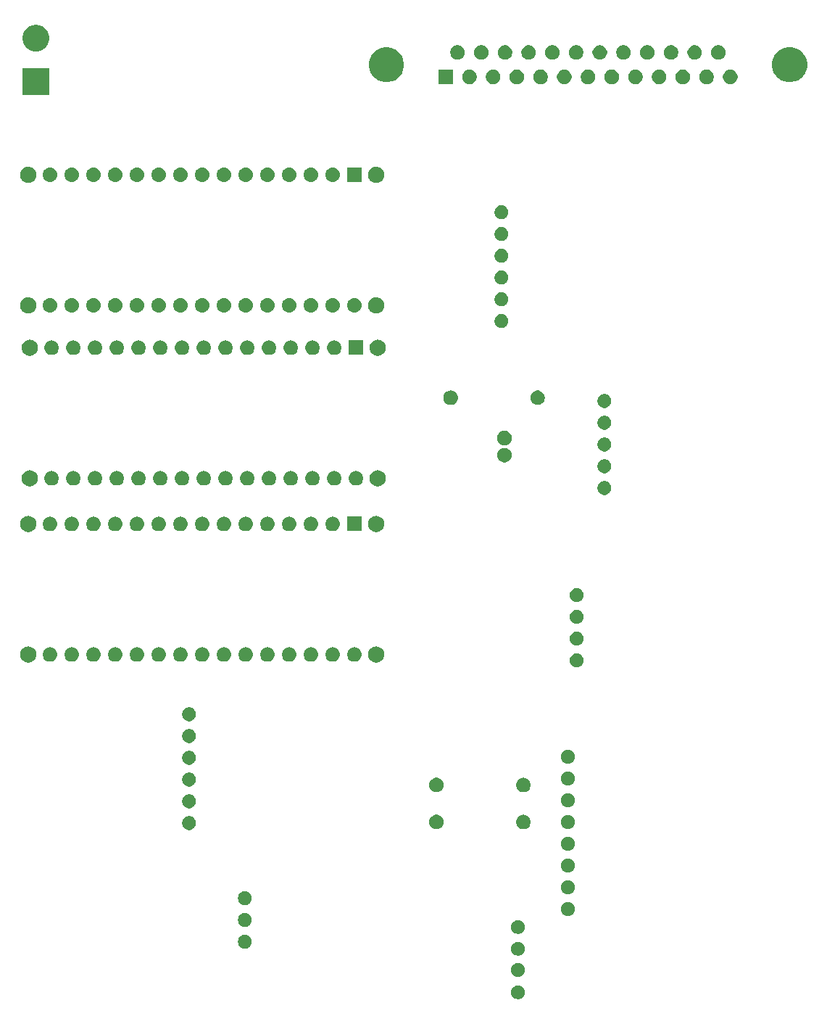
<source format=gbr>
G04 #@! TF.GenerationSoftware,KiCad,Pcbnew,(5.1.0)-1*
G04 #@! TF.CreationDate,2019-05-30T15:11:01+01:00*
G04 #@! TF.ProjectId,Eco-PCB-Final,45636f2d-5043-4422-9d46-696e616c2e6b,rev?*
G04 #@! TF.SameCoordinates,Original*
G04 #@! TF.FileFunction,Soldermask,Top*
G04 #@! TF.FilePolarity,Negative*
%FSLAX46Y46*%
G04 Gerber Fmt 4.6, Leading zero omitted, Abs format (unit mm)*
G04 Created by KiCad (PCBNEW (5.1.0)-1) date 2019-05-30 15:11:01*
%MOMM*%
%LPD*%
G04 APERTURE LIST*
%ADD10C,0.100000*%
G04 APERTURE END LIST*
D10*
G36*
X129586642Y-135552742D02*
G01*
X129734601Y-135614029D01*
X129867755Y-135702999D01*
X129981001Y-135816245D01*
X130069971Y-135949399D01*
X130131258Y-136097358D01*
X130162500Y-136254425D01*
X130162500Y-136414575D01*
X130131258Y-136571642D01*
X130069971Y-136719601D01*
X129981001Y-136852755D01*
X129867755Y-136966001D01*
X129734601Y-137054971D01*
X129586642Y-137116258D01*
X129429575Y-137147500D01*
X129269425Y-137147500D01*
X129112358Y-137116258D01*
X128964399Y-137054971D01*
X128831245Y-136966001D01*
X128717999Y-136852755D01*
X128629029Y-136719601D01*
X128567742Y-136571642D01*
X128536500Y-136414575D01*
X128536500Y-136254425D01*
X128567742Y-136097358D01*
X128629029Y-135949399D01*
X128717999Y-135816245D01*
X128831245Y-135702999D01*
X128964399Y-135614029D01*
X129112358Y-135552742D01*
X129269425Y-135521500D01*
X129429575Y-135521500D01*
X129586642Y-135552742D01*
X129586642Y-135552742D01*
G37*
G36*
X129586642Y-132942742D02*
G01*
X129734601Y-133004029D01*
X129867755Y-133092999D01*
X129981001Y-133206245D01*
X130069971Y-133339399D01*
X130131258Y-133487358D01*
X130162500Y-133644425D01*
X130162500Y-133804575D01*
X130131258Y-133961642D01*
X130069971Y-134109601D01*
X129981001Y-134242755D01*
X129867755Y-134356001D01*
X129734601Y-134444971D01*
X129586642Y-134506258D01*
X129429575Y-134537500D01*
X129269425Y-134537500D01*
X129112358Y-134506258D01*
X128964399Y-134444971D01*
X128831245Y-134356001D01*
X128717999Y-134242755D01*
X128629029Y-134109601D01*
X128567742Y-133961642D01*
X128536500Y-133804575D01*
X128536500Y-133644425D01*
X128567742Y-133487358D01*
X128629029Y-133339399D01*
X128717999Y-133206245D01*
X128831245Y-133092999D01*
X128964399Y-133004029D01*
X129112358Y-132942742D01*
X129269425Y-132911500D01*
X129429575Y-132911500D01*
X129586642Y-132942742D01*
X129586642Y-132942742D01*
G37*
G36*
X129586642Y-130472742D02*
G01*
X129734601Y-130534029D01*
X129867755Y-130622999D01*
X129981001Y-130736245D01*
X130069971Y-130869399D01*
X130131258Y-131017358D01*
X130162500Y-131174425D01*
X130162500Y-131334575D01*
X130131258Y-131491642D01*
X130069971Y-131639601D01*
X129981001Y-131772755D01*
X129867755Y-131886001D01*
X129734601Y-131974971D01*
X129586642Y-132036258D01*
X129429575Y-132067500D01*
X129269425Y-132067500D01*
X129112358Y-132036258D01*
X128964399Y-131974971D01*
X128831245Y-131886001D01*
X128717999Y-131772755D01*
X128629029Y-131639601D01*
X128567742Y-131491642D01*
X128536500Y-131334575D01*
X128536500Y-131174425D01*
X128567742Y-131017358D01*
X128629029Y-130869399D01*
X128717999Y-130736245D01*
X128831245Y-130622999D01*
X128964399Y-130534029D01*
X129112358Y-130472742D01*
X129269425Y-130441500D01*
X129429575Y-130441500D01*
X129586642Y-130472742D01*
X129586642Y-130472742D01*
G37*
G36*
X97684142Y-129647242D02*
G01*
X97832101Y-129708529D01*
X97965255Y-129797499D01*
X98078501Y-129910745D01*
X98167471Y-130043899D01*
X98228758Y-130191858D01*
X98260000Y-130348925D01*
X98260000Y-130509075D01*
X98228758Y-130666142D01*
X98167471Y-130814101D01*
X98078501Y-130947255D01*
X97965255Y-131060501D01*
X97832101Y-131149471D01*
X97684142Y-131210758D01*
X97527075Y-131242000D01*
X97366925Y-131242000D01*
X97209858Y-131210758D01*
X97061899Y-131149471D01*
X96928745Y-131060501D01*
X96815499Y-130947255D01*
X96726529Y-130814101D01*
X96665242Y-130666142D01*
X96634000Y-130509075D01*
X96634000Y-130348925D01*
X96665242Y-130191858D01*
X96726529Y-130043899D01*
X96815499Y-129910745D01*
X96928745Y-129797499D01*
X97061899Y-129708529D01*
X97209858Y-129647242D01*
X97366925Y-129616000D01*
X97527075Y-129616000D01*
X97684142Y-129647242D01*
X97684142Y-129647242D01*
G37*
G36*
X129586642Y-127932742D02*
G01*
X129734601Y-127994029D01*
X129867755Y-128082999D01*
X129981001Y-128196245D01*
X130069971Y-128329399D01*
X130131258Y-128477358D01*
X130162500Y-128634425D01*
X130162500Y-128794575D01*
X130131258Y-128951642D01*
X130069971Y-129099601D01*
X129981001Y-129232755D01*
X129867755Y-129346001D01*
X129734601Y-129434971D01*
X129586642Y-129496258D01*
X129429575Y-129527500D01*
X129269425Y-129527500D01*
X129112358Y-129496258D01*
X128964399Y-129434971D01*
X128831245Y-129346001D01*
X128717999Y-129232755D01*
X128629029Y-129099601D01*
X128567742Y-128951642D01*
X128536500Y-128794575D01*
X128536500Y-128634425D01*
X128567742Y-128477358D01*
X128629029Y-128329399D01*
X128717999Y-128196245D01*
X128831245Y-128082999D01*
X128964399Y-127994029D01*
X129112358Y-127932742D01*
X129269425Y-127901500D01*
X129429575Y-127901500D01*
X129586642Y-127932742D01*
X129586642Y-127932742D01*
G37*
G36*
X97684142Y-127107242D02*
G01*
X97832101Y-127168529D01*
X97965255Y-127257499D01*
X98078501Y-127370745D01*
X98167471Y-127503899D01*
X98228758Y-127651858D01*
X98260000Y-127808925D01*
X98260000Y-127969075D01*
X98228758Y-128126142D01*
X98167471Y-128274101D01*
X98078501Y-128407255D01*
X97965255Y-128520501D01*
X97832101Y-128609471D01*
X97684142Y-128670758D01*
X97527075Y-128702000D01*
X97366925Y-128702000D01*
X97209858Y-128670758D01*
X97061899Y-128609471D01*
X96928745Y-128520501D01*
X96815499Y-128407255D01*
X96726529Y-128274101D01*
X96665242Y-128126142D01*
X96634000Y-127969075D01*
X96634000Y-127808925D01*
X96665242Y-127651858D01*
X96726529Y-127503899D01*
X96815499Y-127370745D01*
X96928745Y-127257499D01*
X97061899Y-127168529D01*
X97209858Y-127107242D01*
X97366925Y-127076000D01*
X97527075Y-127076000D01*
X97684142Y-127107242D01*
X97684142Y-127107242D01*
G37*
G36*
X135423142Y-125837242D02*
G01*
X135571101Y-125898529D01*
X135704255Y-125987499D01*
X135817501Y-126100745D01*
X135906471Y-126233899D01*
X135967758Y-126381858D01*
X135999000Y-126538925D01*
X135999000Y-126699075D01*
X135967758Y-126856142D01*
X135906471Y-127004101D01*
X135817501Y-127137255D01*
X135704255Y-127250501D01*
X135571101Y-127339471D01*
X135423142Y-127400758D01*
X135266075Y-127432000D01*
X135105925Y-127432000D01*
X134948858Y-127400758D01*
X134800899Y-127339471D01*
X134667745Y-127250501D01*
X134554499Y-127137255D01*
X134465529Y-127004101D01*
X134404242Y-126856142D01*
X134373000Y-126699075D01*
X134373000Y-126538925D01*
X134404242Y-126381858D01*
X134465529Y-126233899D01*
X134554499Y-126100745D01*
X134667745Y-125987499D01*
X134800899Y-125898529D01*
X134948858Y-125837242D01*
X135105925Y-125806000D01*
X135266075Y-125806000D01*
X135423142Y-125837242D01*
X135423142Y-125837242D01*
G37*
G36*
X97684142Y-124567242D02*
G01*
X97832101Y-124628529D01*
X97965255Y-124717499D01*
X98078501Y-124830745D01*
X98167471Y-124963899D01*
X98228758Y-125111858D01*
X98260000Y-125268925D01*
X98260000Y-125429075D01*
X98228758Y-125586142D01*
X98167471Y-125734101D01*
X98078501Y-125867255D01*
X97965255Y-125980501D01*
X97832101Y-126069471D01*
X97684142Y-126130758D01*
X97527075Y-126162000D01*
X97366925Y-126162000D01*
X97209858Y-126130758D01*
X97061899Y-126069471D01*
X96928745Y-125980501D01*
X96815499Y-125867255D01*
X96726529Y-125734101D01*
X96665242Y-125586142D01*
X96634000Y-125429075D01*
X96634000Y-125268925D01*
X96665242Y-125111858D01*
X96726529Y-124963899D01*
X96815499Y-124830745D01*
X96928745Y-124717499D01*
X97061899Y-124628529D01*
X97209858Y-124567242D01*
X97366925Y-124536000D01*
X97527075Y-124536000D01*
X97684142Y-124567242D01*
X97684142Y-124567242D01*
G37*
G36*
X135423142Y-123297242D02*
G01*
X135571101Y-123358529D01*
X135704255Y-123447499D01*
X135817501Y-123560745D01*
X135906471Y-123693899D01*
X135967758Y-123841858D01*
X135999000Y-123998925D01*
X135999000Y-124159075D01*
X135967758Y-124316142D01*
X135906471Y-124464101D01*
X135817501Y-124597255D01*
X135704255Y-124710501D01*
X135571101Y-124799471D01*
X135423142Y-124860758D01*
X135266075Y-124892000D01*
X135105925Y-124892000D01*
X134948858Y-124860758D01*
X134800899Y-124799471D01*
X134667745Y-124710501D01*
X134554499Y-124597255D01*
X134465529Y-124464101D01*
X134404242Y-124316142D01*
X134373000Y-124159075D01*
X134373000Y-123998925D01*
X134404242Y-123841858D01*
X134465529Y-123693899D01*
X134554499Y-123560745D01*
X134667745Y-123447499D01*
X134800899Y-123358529D01*
X134948858Y-123297242D01*
X135105925Y-123266000D01*
X135266075Y-123266000D01*
X135423142Y-123297242D01*
X135423142Y-123297242D01*
G37*
G36*
X135423142Y-120757242D02*
G01*
X135571101Y-120818529D01*
X135704255Y-120907499D01*
X135817501Y-121020745D01*
X135906471Y-121153899D01*
X135967758Y-121301858D01*
X135999000Y-121458925D01*
X135999000Y-121619075D01*
X135967758Y-121776142D01*
X135906471Y-121924101D01*
X135817501Y-122057255D01*
X135704255Y-122170501D01*
X135571101Y-122259471D01*
X135423142Y-122320758D01*
X135266075Y-122352000D01*
X135105925Y-122352000D01*
X134948858Y-122320758D01*
X134800899Y-122259471D01*
X134667745Y-122170501D01*
X134554499Y-122057255D01*
X134465529Y-121924101D01*
X134404242Y-121776142D01*
X134373000Y-121619075D01*
X134373000Y-121458925D01*
X134404242Y-121301858D01*
X134465529Y-121153899D01*
X134554499Y-121020745D01*
X134667745Y-120907499D01*
X134800899Y-120818529D01*
X134948858Y-120757242D01*
X135105925Y-120726000D01*
X135266075Y-120726000D01*
X135423142Y-120757242D01*
X135423142Y-120757242D01*
G37*
G36*
X135423142Y-118217242D02*
G01*
X135571101Y-118278529D01*
X135704255Y-118367499D01*
X135817501Y-118480745D01*
X135906471Y-118613899D01*
X135967758Y-118761858D01*
X135999000Y-118918925D01*
X135999000Y-119079075D01*
X135967758Y-119236142D01*
X135906471Y-119384101D01*
X135817501Y-119517255D01*
X135704255Y-119630501D01*
X135571101Y-119719471D01*
X135423142Y-119780758D01*
X135266075Y-119812000D01*
X135105925Y-119812000D01*
X134948858Y-119780758D01*
X134800899Y-119719471D01*
X134667745Y-119630501D01*
X134554499Y-119517255D01*
X134465529Y-119384101D01*
X134404242Y-119236142D01*
X134373000Y-119079075D01*
X134373000Y-118918925D01*
X134404242Y-118761858D01*
X134465529Y-118613899D01*
X134554499Y-118480745D01*
X134667745Y-118367499D01*
X134800899Y-118278529D01*
X134948858Y-118217242D01*
X135105925Y-118186000D01*
X135266075Y-118186000D01*
X135423142Y-118217242D01*
X135423142Y-118217242D01*
G37*
G36*
X91169142Y-115804242D02*
G01*
X91317101Y-115865529D01*
X91450255Y-115954499D01*
X91563501Y-116067745D01*
X91652471Y-116200899D01*
X91713758Y-116348858D01*
X91745000Y-116505925D01*
X91745000Y-116666075D01*
X91713758Y-116823142D01*
X91652471Y-116971101D01*
X91563501Y-117104255D01*
X91450255Y-117217501D01*
X91317101Y-117306471D01*
X91169142Y-117367758D01*
X91012075Y-117399000D01*
X90851925Y-117399000D01*
X90694858Y-117367758D01*
X90546899Y-117306471D01*
X90413745Y-117217501D01*
X90300499Y-117104255D01*
X90211529Y-116971101D01*
X90150242Y-116823142D01*
X90119000Y-116666075D01*
X90119000Y-116505925D01*
X90150242Y-116348858D01*
X90211529Y-116200899D01*
X90300499Y-116067745D01*
X90413745Y-115954499D01*
X90546899Y-115865529D01*
X90694858Y-115804242D01*
X90851925Y-115773000D01*
X91012075Y-115773000D01*
X91169142Y-115804242D01*
X91169142Y-115804242D01*
G37*
G36*
X130151323Y-115620313D02*
G01*
X130311742Y-115668976D01*
X130378861Y-115704852D01*
X130459578Y-115747996D01*
X130589159Y-115854341D01*
X130695504Y-115983922D01*
X130695505Y-115983924D01*
X130774524Y-116131758D01*
X130823187Y-116292177D01*
X130839617Y-116459000D01*
X130823187Y-116625823D01*
X130774524Y-116786242D01*
X130733977Y-116862100D01*
X130695504Y-116934078D01*
X130589159Y-117063659D01*
X130459578Y-117170004D01*
X130459576Y-117170005D01*
X130311742Y-117249024D01*
X130151323Y-117297687D01*
X130026304Y-117310000D01*
X129942696Y-117310000D01*
X129817677Y-117297687D01*
X129657258Y-117249024D01*
X129509424Y-117170005D01*
X129509422Y-117170004D01*
X129379841Y-117063659D01*
X129273496Y-116934078D01*
X129235023Y-116862100D01*
X129194476Y-116786242D01*
X129145813Y-116625823D01*
X129129383Y-116459000D01*
X129145813Y-116292177D01*
X129194476Y-116131758D01*
X129273495Y-115983924D01*
X129273496Y-115983922D01*
X129379841Y-115854341D01*
X129509422Y-115747996D01*
X129590139Y-115704852D01*
X129657258Y-115668976D01*
X129817677Y-115620313D01*
X129942696Y-115608000D01*
X130026304Y-115608000D01*
X130151323Y-115620313D01*
X130151323Y-115620313D01*
G37*
G36*
X120072728Y-115640703D02*
G01*
X120227600Y-115704853D01*
X120366981Y-115797985D01*
X120485515Y-115916519D01*
X120578647Y-116055900D01*
X120642797Y-116210772D01*
X120675500Y-116375184D01*
X120675500Y-116542816D01*
X120642797Y-116707228D01*
X120578647Y-116862100D01*
X120485515Y-117001481D01*
X120366981Y-117120015D01*
X120227600Y-117213147D01*
X120072728Y-117277297D01*
X119908316Y-117310000D01*
X119740684Y-117310000D01*
X119576272Y-117277297D01*
X119421400Y-117213147D01*
X119282019Y-117120015D01*
X119163485Y-117001481D01*
X119070353Y-116862100D01*
X119006203Y-116707228D01*
X118973500Y-116542816D01*
X118973500Y-116375184D01*
X119006203Y-116210772D01*
X119070353Y-116055900D01*
X119163485Y-115916519D01*
X119282019Y-115797985D01*
X119421400Y-115704853D01*
X119576272Y-115640703D01*
X119740684Y-115608000D01*
X119908316Y-115608000D01*
X120072728Y-115640703D01*
X120072728Y-115640703D01*
G37*
G36*
X135423142Y-115677242D02*
G01*
X135571101Y-115738529D01*
X135704255Y-115827499D01*
X135817501Y-115940745D01*
X135906471Y-116073899D01*
X135967758Y-116221858D01*
X135999000Y-116378925D01*
X135999000Y-116539075D01*
X135967758Y-116696142D01*
X135906471Y-116844101D01*
X135817501Y-116977255D01*
X135704255Y-117090501D01*
X135571101Y-117179471D01*
X135423142Y-117240758D01*
X135266075Y-117272000D01*
X135105925Y-117272000D01*
X134948858Y-117240758D01*
X134800899Y-117179471D01*
X134667745Y-117090501D01*
X134554499Y-116977255D01*
X134465529Y-116844101D01*
X134404242Y-116696142D01*
X134373000Y-116539075D01*
X134373000Y-116378925D01*
X134404242Y-116221858D01*
X134465529Y-116073899D01*
X134554499Y-115940745D01*
X134667745Y-115827499D01*
X134800899Y-115738529D01*
X134948858Y-115677242D01*
X135105925Y-115646000D01*
X135266075Y-115646000D01*
X135423142Y-115677242D01*
X135423142Y-115677242D01*
G37*
G36*
X91169142Y-113264242D02*
G01*
X91317101Y-113325529D01*
X91450255Y-113414499D01*
X91563501Y-113527745D01*
X91652471Y-113660899D01*
X91713758Y-113808858D01*
X91745000Y-113965925D01*
X91745000Y-114126075D01*
X91713758Y-114283142D01*
X91652471Y-114431101D01*
X91563501Y-114564255D01*
X91450255Y-114677501D01*
X91317101Y-114766471D01*
X91169142Y-114827758D01*
X91012075Y-114859000D01*
X90851925Y-114859000D01*
X90694858Y-114827758D01*
X90546899Y-114766471D01*
X90413745Y-114677501D01*
X90300499Y-114564255D01*
X90211529Y-114431101D01*
X90150242Y-114283142D01*
X90119000Y-114126075D01*
X90119000Y-113965925D01*
X90150242Y-113808858D01*
X90211529Y-113660899D01*
X90300499Y-113527745D01*
X90413745Y-113414499D01*
X90546899Y-113325529D01*
X90694858Y-113264242D01*
X90851925Y-113233000D01*
X91012075Y-113233000D01*
X91169142Y-113264242D01*
X91169142Y-113264242D01*
G37*
G36*
X135423142Y-113137242D02*
G01*
X135571101Y-113198529D01*
X135704255Y-113287499D01*
X135817501Y-113400745D01*
X135906471Y-113533899D01*
X135967758Y-113681858D01*
X135999000Y-113838925D01*
X135999000Y-113999075D01*
X135967758Y-114156142D01*
X135906471Y-114304101D01*
X135817501Y-114437255D01*
X135704255Y-114550501D01*
X135571101Y-114639471D01*
X135423142Y-114700758D01*
X135266075Y-114732000D01*
X135105925Y-114732000D01*
X134948858Y-114700758D01*
X134800899Y-114639471D01*
X134667745Y-114550501D01*
X134554499Y-114437255D01*
X134465529Y-114304101D01*
X134404242Y-114156142D01*
X134373000Y-113999075D01*
X134373000Y-113838925D01*
X134404242Y-113681858D01*
X134465529Y-113533899D01*
X134554499Y-113400745D01*
X134667745Y-113287499D01*
X134800899Y-113198529D01*
X134948858Y-113137242D01*
X135105925Y-113106000D01*
X135266075Y-113106000D01*
X135423142Y-113137242D01*
X135423142Y-113137242D01*
G37*
G36*
X130151323Y-111302313D02*
G01*
X130311742Y-111350976D01*
X130378861Y-111386852D01*
X130459578Y-111429996D01*
X130589159Y-111536341D01*
X130695504Y-111665922D01*
X130695505Y-111665924D01*
X130774524Y-111813758D01*
X130823187Y-111974177D01*
X130839617Y-112141000D01*
X130823187Y-112307823D01*
X130774524Y-112468242D01*
X130733977Y-112544100D01*
X130695504Y-112616078D01*
X130589159Y-112745659D01*
X130459578Y-112852004D01*
X130459576Y-112852005D01*
X130311742Y-112931024D01*
X130151323Y-112979687D01*
X130026304Y-112992000D01*
X129942696Y-112992000D01*
X129817677Y-112979687D01*
X129657258Y-112931024D01*
X129509424Y-112852005D01*
X129509422Y-112852004D01*
X129379841Y-112745659D01*
X129273496Y-112616078D01*
X129235023Y-112544100D01*
X129194476Y-112468242D01*
X129145813Y-112307823D01*
X129129383Y-112141000D01*
X129145813Y-111974177D01*
X129194476Y-111813758D01*
X129273495Y-111665924D01*
X129273496Y-111665922D01*
X129379841Y-111536341D01*
X129509422Y-111429996D01*
X129590139Y-111386852D01*
X129657258Y-111350976D01*
X129817677Y-111302313D01*
X129942696Y-111290000D01*
X130026304Y-111290000D01*
X130151323Y-111302313D01*
X130151323Y-111302313D01*
G37*
G36*
X120072728Y-111322703D02*
G01*
X120227600Y-111386853D01*
X120366981Y-111479985D01*
X120485515Y-111598519D01*
X120578647Y-111737900D01*
X120642797Y-111892772D01*
X120675500Y-112057184D01*
X120675500Y-112224816D01*
X120642797Y-112389228D01*
X120578647Y-112544100D01*
X120485515Y-112683481D01*
X120366981Y-112802015D01*
X120227600Y-112895147D01*
X120072728Y-112959297D01*
X119908316Y-112992000D01*
X119740684Y-112992000D01*
X119576272Y-112959297D01*
X119421400Y-112895147D01*
X119282019Y-112802015D01*
X119163485Y-112683481D01*
X119070353Y-112544100D01*
X119006203Y-112389228D01*
X118973500Y-112224816D01*
X118973500Y-112057184D01*
X119006203Y-111892772D01*
X119070353Y-111737900D01*
X119163485Y-111598519D01*
X119282019Y-111479985D01*
X119421400Y-111386853D01*
X119576272Y-111322703D01*
X119740684Y-111290000D01*
X119908316Y-111290000D01*
X120072728Y-111322703D01*
X120072728Y-111322703D01*
G37*
G36*
X91169142Y-110724242D02*
G01*
X91317101Y-110785529D01*
X91450255Y-110874499D01*
X91563501Y-110987745D01*
X91652471Y-111120899D01*
X91713758Y-111268858D01*
X91745000Y-111425925D01*
X91745000Y-111586075D01*
X91713758Y-111743142D01*
X91652471Y-111891101D01*
X91563501Y-112024255D01*
X91450255Y-112137501D01*
X91317101Y-112226471D01*
X91169142Y-112287758D01*
X91012075Y-112319000D01*
X90851925Y-112319000D01*
X90694858Y-112287758D01*
X90546899Y-112226471D01*
X90413745Y-112137501D01*
X90300499Y-112024255D01*
X90211529Y-111891101D01*
X90150242Y-111743142D01*
X90119000Y-111586075D01*
X90119000Y-111425925D01*
X90150242Y-111268858D01*
X90211529Y-111120899D01*
X90300499Y-110987745D01*
X90413745Y-110874499D01*
X90546899Y-110785529D01*
X90694858Y-110724242D01*
X90851925Y-110693000D01*
X91012075Y-110693000D01*
X91169142Y-110724242D01*
X91169142Y-110724242D01*
G37*
G36*
X135423142Y-110597242D02*
G01*
X135571101Y-110658529D01*
X135704255Y-110747499D01*
X135817501Y-110860745D01*
X135906471Y-110993899D01*
X135967758Y-111141858D01*
X135999000Y-111298925D01*
X135999000Y-111459075D01*
X135967758Y-111616142D01*
X135906471Y-111764101D01*
X135817501Y-111897255D01*
X135704255Y-112010501D01*
X135571101Y-112099471D01*
X135423142Y-112160758D01*
X135266075Y-112192000D01*
X135105925Y-112192000D01*
X134948858Y-112160758D01*
X134800899Y-112099471D01*
X134667745Y-112010501D01*
X134554499Y-111897255D01*
X134465529Y-111764101D01*
X134404242Y-111616142D01*
X134373000Y-111459075D01*
X134373000Y-111298925D01*
X134404242Y-111141858D01*
X134465529Y-110993899D01*
X134554499Y-110860745D01*
X134667745Y-110747499D01*
X134800899Y-110658529D01*
X134948858Y-110597242D01*
X135105925Y-110566000D01*
X135266075Y-110566000D01*
X135423142Y-110597242D01*
X135423142Y-110597242D01*
G37*
G36*
X91169142Y-108184242D02*
G01*
X91317101Y-108245529D01*
X91450255Y-108334499D01*
X91563501Y-108447745D01*
X91652471Y-108580899D01*
X91713758Y-108728858D01*
X91745000Y-108885925D01*
X91745000Y-109046075D01*
X91713758Y-109203142D01*
X91652471Y-109351101D01*
X91563501Y-109484255D01*
X91450255Y-109597501D01*
X91317101Y-109686471D01*
X91169142Y-109747758D01*
X91012075Y-109779000D01*
X90851925Y-109779000D01*
X90694858Y-109747758D01*
X90546899Y-109686471D01*
X90413745Y-109597501D01*
X90300499Y-109484255D01*
X90211529Y-109351101D01*
X90150242Y-109203142D01*
X90119000Y-109046075D01*
X90119000Y-108885925D01*
X90150242Y-108728858D01*
X90211529Y-108580899D01*
X90300499Y-108447745D01*
X90413745Y-108334499D01*
X90546899Y-108245529D01*
X90694858Y-108184242D01*
X90851925Y-108153000D01*
X91012075Y-108153000D01*
X91169142Y-108184242D01*
X91169142Y-108184242D01*
G37*
G36*
X135423142Y-108057242D02*
G01*
X135571101Y-108118529D01*
X135704255Y-108207499D01*
X135817501Y-108320745D01*
X135906471Y-108453899D01*
X135967758Y-108601858D01*
X135999000Y-108758925D01*
X135999000Y-108919075D01*
X135967758Y-109076142D01*
X135906471Y-109224101D01*
X135817501Y-109357255D01*
X135704255Y-109470501D01*
X135571101Y-109559471D01*
X135423142Y-109620758D01*
X135266075Y-109652000D01*
X135105925Y-109652000D01*
X134948858Y-109620758D01*
X134800899Y-109559471D01*
X134667745Y-109470501D01*
X134554499Y-109357255D01*
X134465529Y-109224101D01*
X134404242Y-109076142D01*
X134373000Y-108919075D01*
X134373000Y-108758925D01*
X134404242Y-108601858D01*
X134465529Y-108453899D01*
X134554499Y-108320745D01*
X134667745Y-108207499D01*
X134800899Y-108118529D01*
X134948858Y-108057242D01*
X135105925Y-108026000D01*
X135266075Y-108026000D01*
X135423142Y-108057242D01*
X135423142Y-108057242D01*
G37*
G36*
X91169142Y-105644242D02*
G01*
X91317101Y-105705529D01*
X91450255Y-105794499D01*
X91563501Y-105907745D01*
X91652471Y-106040899D01*
X91713758Y-106188858D01*
X91745000Y-106345925D01*
X91745000Y-106506075D01*
X91713758Y-106663142D01*
X91652471Y-106811101D01*
X91563501Y-106944255D01*
X91450255Y-107057501D01*
X91317101Y-107146471D01*
X91169142Y-107207758D01*
X91012075Y-107239000D01*
X90851925Y-107239000D01*
X90694858Y-107207758D01*
X90546899Y-107146471D01*
X90413745Y-107057501D01*
X90300499Y-106944255D01*
X90211529Y-106811101D01*
X90150242Y-106663142D01*
X90119000Y-106506075D01*
X90119000Y-106345925D01*
X90150242Y-106188858D01*
X90211529Y-106040899D01*
X90300499Y-105907745D01*
X90413745Y-105794499D01*
X90546899Y-105705529D01*
X90694858Y-105644242D01*
X90851925Y-105613000D01*
X91012075Y-105613000D01*
X91169142Y-105644242D01*
X91169142Y-105644242D01*
G37*
G36*
X91169142Y-103104242D02*
G01*
X91317101Y-103165529D01*
X91450255Y-103254499D01*
X91563501Y-103367745D01*
X91652471Y-103500899D01*
X91713758Y-103648858D01*
X91745000Y-103805925D01*
X91745000Y-103966075D01*
X91713758Y-104123142D01*
X91652471Y-104271101D01*
X91563501Y-104404255D01*
X91450255Y-104517501D01*
X91317101Y-104606471D01*
X91169142Y-104667758D01*
X91012075Y-104699000D01*
X90851925Y-104699000D01*
X90694858Y-104667758D01*
X90546899Y-104606471D01*
X90413745Y-104517501D01*
X90300499Y-104404255D01*
X90211529Y-104271101D01*
X90150242Y-104123142D01*
X90119000Y-103966075D01*
X90119000Y-103805925D01*
X90150242Y-103648858D01*
X90211529Y-103500899D01*
X90300499Y-103367745D01*
X90413745Y-103254499D01*
X90546899Y-103165529D01*
X90694858Y-103104242D01*
X90851925Y-103073000D01*
X91012075Y-103073000D01*
X91169142Y-103104242D01*
X91169142Y-103104242D01*
G37*
G36*
X136446642Y-96817742D02*
G01*
X136594601Y-96879029D01*
X136727755Y-96967999D01*
X136841001Y-97081245D01*
X136929971Y-97214399D01*
X136991258Y-97362358D01*
X137022500Y-97519425D01*
X137022500Y-97679575D01*
X136991258Y-97836642D01*
X136929971Y-97984601D01*
X136841001Y-98117755D01*
X136727755Y-98231001D01*
X136594601Y-98319971D01*
X136446642Y-98381258D01*
X136289575Y-98412500D01*
X136129425Y-98412500D01*
X135972358Y-98381258D01*
X135824399Y-98319971D01*
X135691245Y-98231001D01*
X135577999Y-98117755D01*
X135489029Y-97984601D01*
X135427742Y-97836642D01*
X135396500Y-97679575D01*
X135396500Y-97519425D01*
X135427742Y-97362358D01*
X135489029Y-97214399D01*
X135577999Y-97081245D01*
X135691245Y-96967999D01*
X135824399Y-96879029D01*
X135972358Y-96817742D01*
X136129425Y-96786500D01*
X136289575Y-96786500D01*
X136446642Y-96817742D01*
X136446642Y-96817742D01*
G37*
G36*
X72319580Y-95978081D02*
G01*
X72410480Y-95996162D01*
X72524647Y-96043452D01*
X72581732Y-96067097D01*
X72735850Y-96170075D01*
X72866925Y-96301150D01*
X72969903Y-96455268D01*
X72969903Y-96455269D01*
X73040838Y-96626520D01*
X73077000Y-96808320D01*
X73077000Y-96993680D01*
X73040838Y-97175480D01*
X73018984Y-97228239D01*
X72969903Y-97346732D01*
X72866925Y-97500850D01*
X72735850Y-97631925D01*
X72581732Y-97734903D01*
X72524647Y-97758548D01*
X72410480Y-97805838D01*
X72319580Y-97823919D01*
X72228682Y-97842000D01*
X72043318Y-97842000D01*
X71952420Y-97823919D01*
X71861520Y-97805838D01*
X71747353Y-97758548D01*
X71690268Y-97734903D01*
X71536150Y-97631925D01*
X71405075Y-97500850D01*
X71302097Y-97346732D01*
X71253016Y-97228239D01*
X71231162Y-97175480D01*
X71195000Y-96993680D01*
X71195000Y-96808320D01*
X71231162Y-96626520D01*
X71302097Y-96455269D01*
X71302097Y-96455268D01*
X71405075Y-96301150D01*
X71536150Y-96170075D01*
X71690268Y-96067097D01*
X71747353Y-96043452D01*
X71861520Y-95996162D01*
X71952420Y-95978081D01*
X72043318Y-95960000D01*
X72228682Y-95960000D01*
X72319580Y-95978081D01*
X72319580Y-95978081D01*
G37*
G36*
X112959580Y-95978081D02*
G01*
X113050480Y-95996162D01*
X113164647Y-96043452D01*
X113221732Y-96067097D01*
X113375850Y-96170075D01*
X113506925Y-96301150D01*
X113609903Y-96455268D01*
X113609903Y-96455269D01*
X113680838Y-96626520D01*
X113717000Y-96808320D01*
X113717000Y-96993680D01*
X113680838Y-97175480D01*
X113658984Y-97228239D01*
X113609903Y-97346732D01*
X113506925Y-97500850D01*
X113375850Y-97631925D01*
X113221732Y-97734903D01*
X113164647Y-97758548D01*
X113050480Y-97805838D01*
X112959580Y-97823919D01*
X112868682Y-97842000D01*
X112683318Y-97842000D01*
X112592420Y-97823919D01*
X112501520Y-97805838D01*
X112387353Y-97758548D01*
X112330268Y-97734903D01*
X112176150Y-97631925D01*
X112045075Y-97500850D01*
X111942097Y-97346732D01*
X111893016Y-97228239D01*
X111871162Y-97175480D01*
X111835000Y-96993680D01*
X111835000Y-96808320D01*
X111871162Y-96626520D01*
X111942097Y-96455269D01*
X111942097Y-96455268D01*
X112045075Y-96301150D01*
X112176150Y-96170075D01*
X112330268Y-96067097D01*
X112387353Y-96043452D01*
X112501520Y-95996162D01*
X112592420Y-95978081D01*
X112683318Y-95960000D01*
X112868682Y-95960000D01*
X112959580Y-95978081D01*
X112959580Y-95978081D01*
G37*
G36*
X110402823Y-96062313D02*
G01*
X110563242Y-96110976D01*
X110673808Y-96170075D01*
X110711078Y-96189996D01*
X110840659Y-96296341D01*
X110947004Y-96425922D01*
X110947005Y-96425924D01*
X111026024Y-96573758D01*
X111074687Y-96734177D01*
X111091117Y-96901000D01*
X111074687Y-97067823D01*
X111026024Y-97228242D01*
X110962690Y-97346731D01*
X110947004Y-97376078D01*
X110840659Y-97505659D01*
X110711078Y-97612004D01*
X110711076Y-97612005D01*
X110563242Y-97691024D01*
X110402823Y-97739687D01*
X110277804Y-97752000D01*
X110194196Y-97752000D01*
X110069177Y-97739687D01*
X109908758Y-97691024D01*
X109760924Y-97612005D01*
X109760922Y-97612004D01*
X109631341Y-97505659D01*
X109524996Y-97376078D01*
X109509310Y-97346731D01*
X109445976Y-97228242D01*
X109397313Y-97067823D01*
X109380883Y-96901000D01*
X109397313Y-96734177D01*
X109445976Y-96573758D01*
X109524995Y-96425924D01*
X109524996Y-96425922D01*
X109631341Y-96296341D01*
X109760922Y-96189996D01*
X109798192Y-96170075D01*
X109908758Y-96110976D01*
X110069177Y-96062313D01*
X110194196Y-96050000D01*
X110277804Y-96050000D01*
X110402823Y-96062313D01*
X110402823Y-96062313D01*
G37*
G36*
X90082823Y-96062313D02*
G01*
X90243242Y-96110976D01*
X90353808Y-96170075D01*
X90391078Y-96189996D01*
X90520659Y-96296341D01*
X90627004Y-96425922D01*
X90627005Y-96425924D01*
X90706024Y-96573758D01*
X90754687Y-96734177D01*
X90771117Y-96901000D01*
X90754687Y-97067823D01*
X90706024Y-97228242D01*
X90642690Y-97346731D01*
X90627004Y-97376078D01*
X90520659Y-97505659D01*
X90391078Y-97612004D01*
X90391076Y-97612005D01*
X90243242Y-97691024D01*
X90082823Y-97739687D01*
X89957804Y-97752000D01*
X89874196Y-97752000D01*
X89749177Y-97739687D01*
X89588758Y-97691024D01*
X89440924Y-97612005D01*
X89440922Y-97612004D01*
X89311341Y-97505659D01*
X89204996Y-97376078D01*
X89189310Y-97346731D01*
X89125976Y-97228242D01*
X89077313Y-97067823D01*
X89060883Y-96901000D01*
X89077313Y-96734177D01*
X89125976Y-96573758D01*
X89204995Y-96425924D01*
X89204996Y-96425922D01*
X89311341Y-96296341D01*
X89440922Y-96189996D01*
X89478192Y-96170075D01*
X89588758Y-96110976D01*
X89749177Y-96062313D01*
X89874196Y-96050000D01*
X89957804Y-96050000D01*
X90082823Y-96062313D01*
X90082823Y-96062313D01*
G37*
G36*
X85002823Y-96062313D02*
G01*
X85163242Y-96110976D01*
X85273808Y-96170075D01*
X85311078Y-96189996D01*
X85440659Y-96296341D01*
X85547004Y-96425922D01*
X85547005Y-96425924D01*
X85626024Y-96573758D01*
X85674687Y-96734177D01*
X85691117Y-96901000D01*
X85674687Y-97067823D01*
X85626024Y-97228242D01*
X85562690Y-97346731D01*
X85547004Y-97376078D01*
X85440659Y-97505659D01*
X85311078Y-97612004D01*
X85311076Y-97612005D01*
X85163242Y-97691024D01*
X85002823Y-97739687D01*
X84877804Y-97752000D01*
X84794196Y-97752000D01*
X84669177Y-97739687D01*
X84508758Y-97691024D01*
X84360924Y-97612005D01*
X84360922Y-97612004D01*
X84231341Y-97505659D01*
X84124996Y-97376078D01*
X84109310Y-97346731D01*
X84045976Y-97228242D01*
X83997313Y-97067823D01*
X83980883Y-96901000D01*
X83997313Y-96734177D01*
X84045976Y-96573758D01*
X84124995Y-96425924D01*
X84124996Y-96425922D01*
X84231341Y-96296341D01*
X84360922Y-96189996D01*
X84398192Y-96170075D01*
X84508758Y-96110976D01*
X84669177Y-96062313D01*
X84794196Y-96050000D01*
X84877804Y-96050000D01*
X85002823Y-96062313D01*
X85002823Y-96062313D01*
G37*
G36*
X82462823Y-96062313D02*
G01*
X82623242Y-96110976D01*
X82733808Y-96170075D01*
X82771078Y-96189996D01*
X82900659Y-96296341D01*
X83007004Y-96425922D01*
X83007005Y-96425924D01*
X83086024Y-96573758D01*
X83134687Y-96734177D01*
X83151117Y-96901000D01*
X83134687Y-97067823D01*
X83086024Y-97228242D01*
X83022690Y-97346731D01*
X83007004Y-97376078D01*
X82900659Y-97505659D01*
X82771078Y-97612004D01*
X82771076Y-97612005D01*
X82623242Y-97691024D01*
X82462823Y-97739687D01*
X82337804Y-97752000D01*
X82254196Y-97752000D01*
X82129177Y-97739687D01*
X81968758Y-97691024D01*
X81820924Y-97612005D01*
X81820922Y-97612004D01*
X81691341Y-97505659D01*
X81584996Y-97376078D01*
X81569310Y-97346731D01*
X81505976Y-97228242D01*
X81457313Y-97067823D01*
X81440883Y-96901000D01*
X81457313Y-96734177D01*
X81505976Y-96573758D01*
X81584995Y-96425924D01*
X81584996Y-96425922D01*
X81691341Y-96296341D01*
X81820922Y-96189996D01*
X81858192Y-96170075D01*
X81968758Y-96110976D01*
X82129177Y-96062313D01*
X82254196Y-96050000D01*
X82337804Y-96050000D01*
X82462823Y-96062313D01*
X82462823Y-96062313D01*
G37*
G36*
X79922823Y-96062313D02*
G01*
X80083242Y-96110976D01*
X80193808Y-96170075D01*
X80231078Y-96189996D01*
X80360659Y-96296341D01*
X80467004Y-96425922D01*
X80467005Y-96425924D01*
X80546024Y-96573758D01*
X80594687Y-96734177D01*
X80611117Y-96901000D01*
X80594687Y-97067823D01*
X80546024Y-97228242D01*
X80482690Y-97346731D01*
X80467004Y-97376078D01*
X80360659Y-97505659D01*
X80231078Y-97612004D01*
X80231076Y-97612005D01*
X80083242Y-97691024D01*
X79922823Y-97739687D01*
X79797804Y-97752000D01*
X79714196Y-97752000D01*
X79589177Y-97739687D01*
X79428758Y-97691024D01*
X79280924Y-97612005D01*
X79280922Y-97612004D01*
X79151341Y-97505659D01*
X79044996Y-97376078D01*
X79029310Y-97346731D01*
X78965976Y-97228242D01*
X78917313Y-97067823D01*
X78900883Y-96901000D01*
X78917313Y-96734177D01*
X78965976Y-96573758D01*
X79044995Y-96425924D01*
X79044996Y-96425922D01*
X79151341Y-96296341D01*
X79280922Y-96189996D01*
X79318192Y-96170075D01*
X79428758Y-96110976D01*
X79589177Y-96062313D01*
X79714196Y-96050000D01*
X79797804Y-96050000D01*
X79922823Y-96062313D01*
X79922823Y-96062313D01*
G37*
G36*
X77382823Y-96062313D02*
G01*
X77543242Y-96110976D01*
X77653808Y-96170075D01*
X77691078Y-96189996D01*
X77820659Y-96296341D01*
X77927004Y-96425922D01*
X77927005Y-96425924D01*
X78006024Y-96573758D01*
X78054687Y-96734177D01*
X78071117Y-96901000D01*
X78054687Y-97067823D01*
X78006024Y-97228242D01*
X77942690Y-97346731D01*
X77927004Y-97376078D01*
X77820659Y-97505659D01*
X77691078Y-97612004D01*
X77691076Y-97612005D01*
X77543242Y-97691024D01*
X77382823Y-97739687D01*
X77257804Y-97752000D01*
X77174196Y-97752000D01*
X77049177Y-97739687D01*
X76888758Y-97691024D01*
X76740924Y-97612005D01*
X76740922Y-97612004D01*
X76611341Y-97505659D01*
X76504996Y-97376078D01*
X76489310Y-97346731D01*
X76425976Y-97228242D01*
X76377313Y-97067823D01*
X76360883Y-96901000D01*
X76377313Y-96734177D01*
X76425976Y-96573758D01*
X76504995Y-96425924D01*
X76504996Y-96425922D01*
X76611341Y-96296341D01*
X76740922Y-96189996D01*
X76778192Y-96170075D01*
X76888758Y-96110976D01*
X77049177Y-96062313D01*
X77174196Y-96050000D01*
X77257804Y-96050000D01*
X77382823Y-96062313D01*
X77382823Y-96062313D01*
G37*
G36*
X87542823Y-96062313D02*
G01*
X87703242Y-96110976D01*
X87813808Y-96170075D01*
X87851078Y-96189996D01*
X87980659Y-96296341D01*
X88087004Y-96425922D01*
X88087005Y-96425924D01*
X88166024Y-96573758D01*
X88214687Y-96734177D01*
X88231117Y-96901000D01*
X88214687Y-97067823D01*
X88166024Y-97228242D01*
X88102690Y-97346731D01*
X88087004Y-97376078D01*
X87980659Y-97505659D01*
X87851078Y-97612004D01*
X87851076Y-97612005D01*
X87703242Y-97691024D01*
X87542823Y-97739687D01*
X87417804Y-97752000D01*
X87334196Y-97752000D01*
X87209177Y-97739687D01*
X87048758Y-97691024D01*
X86900924Y-97612005D01*
X86900922Y-97612004D01*
X86771341Y-97505659D01*
X86664996Y-97376078D01*
X86649310Y-97346731D01*
X86585976Y-97228242D01*
X86537313Y-97067823D01*
X86520883Y-96901000D01*
X86537313Y-96734177D01*
X86585976Y-96573758D01*
X86664995Y-96425924D01*
X86664996Y-96425922D01*
X86771341Y-96296341D01*
X86900922Y-96189996D01*
X86938192Y-96170075D01*
X87048758Y-96110976D01*
X87209177Y-96062313D01*
X87334196Y-96050000D01*
X87417804Y-96050000D01*
X87542823Y-96062313D01*
X87542823Y-96062313D01*
G37*
G36*
X107862823Y-96062313D02*
G01*
X108023242Y-96110976D01*
X108133808Y-96170075D01*
X108171078Y-96189996D01*
X108300659Y-96296341D01*
X108407004Y-96425922D01*
X108407005Y-96425924D01*
X108486024Y-96573758D01*
X108534687Y-96734177D01*
X108551117Y-96901000D01*
X108534687Y-97067823D01*
X108486024Y-97228242D01*
X108422690Y-97346731D01*
X108407004Y-97376078D01*
X108300659Y-97505659D01*
X108171078Y-97612004D01*
X108171076Y-97612005D01*
X108023242Y-97691024D01*
X107862823Y-97739687D01*
X107737804Y-97752000D01*
X107654196Y-97752000D01*
X107529177Y-97739687D01*
X107368758Y-97691024D01*
X107220924Y-97612005D01*
X107220922Y-97612004D01*
X107091341Y-97505659D01*
X106984996Y-97376078D01*
X106969310Y-97346731D01*
X106905976Y-97228242D01*
X106857313Y-97067823D01*
X106840883Y-96901000D01*
X106857313Y-96734177D01*
X106905976Y-96573758D01*
X106984995Y-96425924D01*
X106984996Y-96425922D01*
X107091341Y-96296341D01*
X107220922Y-96189996D01*
X107258192Y-96170075D01*
X107368758Y-96110976D01*
X107529177Y-96062313D01*
X107654196Y-96050000D01*
X107737804Y-96050000D01*
X107862823Y-96062313D01*
X107862823Y-96062313D01*
G37*
G36*
X105322823Y-96062313D02*
G01*
X105483242Y-96110976D01*
X105593808Y-96170075D01*
X105631078Y-96189996D01*
X105760659Y-96296341D01*
X105867004Y-96425922D01*
X105867005Y-96425924D01*
X105946024Y-96573758D01*
X105994687Y-96734177D01*
X106011117Y-96901000D01*
X105994687Y-97067823D01*
X105946024Y-97228242D01*
X105882690Y-97346731D01*
X105867004Y-97376078D01*
X105760659Y-97505659D01*
X105631078Y-97612004D01*
X105631076Y-97612005D01*
X105483242Y-97691024D01*
X105322823Y-97739687D01*
X105197804Y-97752000D01*
X105114196Y-97752000D01*
X104989177Y-97739687D01*
X104828758Y-97691024D01*
X104680924Y-97612005D01*
X104680922Y-97612004D01*
X104551341Y-97505659D01*
X104444996Y-97376078D01*
X104429310Y-97346731D01*
X104365976Y-97228242D01*
X104317313Y-97067823D01*
X104300883Y-96901000D01*
X104317313Y-96734177D01*
X104365976Y-96573758D01*
X104444995Y-96425924D01*
X104444996Y-96425922D01*
X104551341Y-96296341D01*
X104680922Y-96189996D01*
X104718192Y-96170075D01*
X104828758Y-96110976D01*
X104989177Y-96062313D01*
X105114196Y-96050000D01*
X105197804Y-96050000D01*
X105322823Y-96062313D01*
X105322823Y-96062313D01*
G37*
G36*
X102782823Y-96062313D02*
G01*
X102943242Y-96110976D01*
X103053808Y-96170075D01*
X103091078Y-96189996D01*
X103220659Y-96296341D01*
X103327004Y-96425922D01*
X103327005Y-96425924D01*
X103406024Y-96573758D01*
X103454687Y-96734177D01*
X103471117Y-96901000D01*
X103454687Y-97067823D01*
X103406024Y-97228242D01*
X103342690Y-97346731D01*
X103327004Y-97376078D01*
X103220659Y-97505659D01*
X103091078Y-97612004D01*
X103091076Y-97612005D01*
X102943242Y-97691024D01*
X102782823Y-97739687D01*
X102657804Y-97752000D01*
X102574196Y-97752000D01*
X102449177Y-97739687D01*
X102288758Y-97691024D01*
X102140924Y-97612005D01*
X102140922Y-97612004D01*
X102011341Y-97505659D01*
X101904996Y-97376078D01*
X101889310Y-97346731D01*
X101825976Y-97228242D01*
X101777313Y-97067823D01*
X101760883Y-96901000D01*
X101777313Y-96734177D01*
X101825976Y-96573758D01*
X101904995Y-96425924D01*
X101904996Y-96425922D01*
X102011341Y-96296341D01*
X102140922Y-96189996D01*
X102178192Y-96170075D01*
X102288758Y-96110976D01*
X102449177Y-96062313D01*
X102574196Y-96050000D01*
X102657804Y-96050000D01*
X102782823Y-96062313D01*
X102782823Y-96062313D01*
G37*
G36*
X92622823Y-96062313D02*
G01*
X92783242Y-96110976D01*
X92893808Y-96170075D01*
X92931078Y-96189996D01*
X93060659Y-96296341D01*
X93167004Y-96425922D01*
X93167005Y-96425924D01*
X93246024Y-96573758D01*
X93294687Y-96734177D01*
X93311117Y-96901000D01*
X93294687Y-97067823D01*
X93246024Y-97228242D01*
X93182690Y-97346731D01*
X93167004Y-97376078D01*
X93060659Y-97505659D01*
X92931078Y-97612004D01*
X92931076Y-97612005D01*
X92783242Y-97691024D01*
X92622823Y-97739687D01*
X92497804Y-97752000D01*
X92414196Y-97752000D01*
X92289177Y-97739687D01*
X92128758Y-97691024D01*
X91980924Y-97612005D01*
X91980922Y-97612004D01*
X91851341Y-97505659D01*
X91744996Y-97376078D01*
X91729310Y-97346731D01*
X91665976Y-97228242D01*
X91617313Y-97067823D01*
X91600883Y-96901000D01*
X91617313Y-96734177D01*
X91665976Y-96573758D01*
X91744995Y-96425924D01*
X91744996Y-96425922D01*
X91851341Y-96296341D01*
X91980922Y-96189996D01*
X92018192Y-96170075D01*
X92128758Y-96110976D01*
X92289177Y-96062313D01*
X92414196Y-96050000D01*
X92497804Y-96050000D01*
X92622823Y-96062313D01*
X92622823Y-96062313D01*
G37*
G36*
X100242823Y-96062313D02*
G01*
X100403242Y-96110976D01*
X100513808Y-96170075D01*
X100551078Y-96189996D01*
X100680659Y-96296341D01*
X100787004Y-96425922D01*
X100787005Y-96425924D01*
X100866024Y-96573758D01*
X100914687Y-96734177D01*
X100931117Y-96901000D01*
X100914687Y-97067823D01*
X100866024Y-97228242D01*
X100802690Y-97346731D01*
X100787004Y-97376078D01*
X100680659Y-97505659D01*
X100551078Y-97612004D01*
X100551076Y-97612005D01*
X100403242Y-97691024D01*
X100242823Y-97739687D01*
X100117804Y-97752000D01*
X100034196Y-97752000D01*
X99909177Y-97739687D01*
X99748758Y-97691024D01*
X99600924Y-97612005D01*
X99600922Y-97612004D01*
X99471341Y-97505659D01*
X99364996Y-97376078D01*
X99349310Y-97346731D01*
X99285976Y-97228242D01*
X99237313Y-97067823D01*
X99220883Y-96901000D01*
X99237313Y-96734177D01*
X99285976Y-96573758D01*
X99364995Y-96425924D01*
X99364996Y-96425922D01*
X99471341Y-96296341D01*
X99600922Y-96189996D01*
X99638192Y-96170075D01*
X99748758Y-96110976D01*
X99909177Y-96062313D01*
X100034196Y-96050000D01*
X100117804Y-96050000D01*
X100242823Y-96062313D01*
X100242823Y-96062313D01*
G37*
G36*
X97702823Y-96062313D02*
G01*
X97863242Y-96110976D01*
X97973808Y-96170075D01*
X98011078Y-96189996D01*
X98140659Y-96296341D01*
X98247004Y-96425922D01*
X98247005Y-96425924D01*
X98326024Y-96573758D01*
X98374687Y-96734177D01*
X98391117Y-96901000D01*
X98374687Y-97067823D01*
X98326024Y-97228242D01*
X98262690Y-97346731D01*
X98247004Y-97376078D01*
X98140659Y-97505659D01*
X98011078Y-97612004D01*
X98011076Y-97612005D01*
X97863242Y-97691024D01*
X97702823Y-97739687D01*
X97577804Y-97752000D01*
X97494196Y-97752000D01*
X97369177Y-97739687D01*
X97208758Y-97691024D01*
X97060924Y-97612005D01*
X97060922Y-97612004D01*
X96931341Y-97505659D01*
X96824996Y-97376078D01*
X96809310Y-97346731D01*
X96745976Y-97228242D01*
X96697313Y-97067823D01*
X96680883Y-96901000D01*
X96697313Y-96734177D01*
X96745976Y-96573758D01*
X96824995Y-96425924D01*
X96824996Y-96425922D01*
X96931341Y-96296341D01*
X97060922Y-96189996D01*
X97098192Y-96170075D01*
X97208758Y-96110976D01*
X97369177Y-96062313D01*
X97494196Y-96050000D01*
X97577804Y-96050000D01*
X97702823Y-96062313D01*
X97702823Y-96062313D01*
G37*
G36*
X95162823Y-96062313D02*
G01*
X95323242Y-96110976D01*
X95433808Y-96170075D01*
X95471078Y-96189996D01*
X95600659Y-96296341D01*
X95707004Y-96425922D01*
X95707005Y-96425924D01*
X95786024Y-96573758D01*
X95834687Y-96734177D01*
X95851117Y-96901000D01*
X95834687Y-97067823D01*
X95786024Y-97228242D01*
X95722690Y-97346731D01*
X95707004Y-97376078D01*
X95600659Y-97505659D01*
X95471078Y-97612004D01*
X95471076Y-97612005D01*
X95323242Y-97691024D01*
X95162823Y-97739687D01*
X95037804Y-97752000D01*
X94954196Y-97752000D01*
X94829177Y-97739687D01*
X94668758Y-97691024D01*
X94520924Y-97612005D01*
X94520922Y-97612004D01*
X94391341Y-97505659D01*
X94284996Y-97376078D01*
X94269310Y-97346731D01*
X94205976Y-97228242D01*
X94157313Y-97067823D01*
X94140883Y-96901000D01*
X94157313Y-96734177D01*
X94205976Y-96573758D01*
X94284995Y-96425924D01*
X94284996Y-96425922D01*
X94391341Y-96296341D01*
X94520922Y-96189996D01*
X94558192Y-96170075D01*
X94668758Y-96110976D01*
X94829177Y-96062313D01*
X94954196Y-96050000D01*
X95037804Y-96050000D01*
X95162823Y-96062313D01*
X95162823Y-96062313D01*
G37*
G36*
X74842823Y-96062313D02*
G01*
X75003242Y-96110976D01*
X75113808Y-96170075D01*
X75151078Y-96189996D01*
X75280659Y-96296341D01*
X75387004Y-96425922D01*
X75387005Y-96425924D01*
X75466024Y-96573758D01*
X75514687Y-96734177D01*
X75531117Y-96901000D01*
X75514687Y-97067823D01*
X75466024Y-97228242D01*
X75402690Y-97346731D01*
X75387004Y-97376078D01*
X75280659Y-97505659D01*
X75151078Y-97612004D01*
X75151076Y-97612005D01*
X75003242Y-97691024D01*
X74842823Y-97739687D01*
X74717804Y-97752000D01*
X74634196Y-97752000D01*
X74509177Y-97739687D01*
X74348758Y-97691024D01*
X74200924Y-97612005D01*
X74200922Y-97612004D01*
X74071341Y-97505659D01*
X73964996Y-97376078D01*
X73949310Y-97346731D01*
X73885976Y-97228242D01*
X73837313Y-97067823D01*
X73820883Y-96901000D01*
X73837313Y-96734177D01*
X73885976Y-96573758D01*
X73964995Y-96425924D01*
X73964996Y-96425922D01*
X74071341Y-96296341D01*
X74200922Y-96189996D01*
X74238192Y-96170075D01*
X74348758Y-96110976D01*
X74509177Y-96062313D01*
X74634196Y-96050000D01*
X74717804Y-96050000D01*
X74842823Y-96062313D01*
X74842823Y-96062313D01*
G37*
G36*
X136446642Y-94277742D02*
G01*
X136594601Y-94339029D01*
X136727755Y-94427999D01*
X136841001Y-94541245D01*
X136929971Y-94674399D01*
X136991258Y-94822358D01*
X137022500Y-94979425D01*
X137022500Y-95139575D01*
X136991258Y-95296642D01*
X136929971Y-95444601D01*
X136841001Y-95577755D01*
X136727755Y-95691001D01*
X136594601Y-95779971D01*
X136446642Y-95841258D01*
X136289575Y-95872500D01*
X136129425Y-95872500D01*
X135972358Y-95841258D01*
X135824399Y-95779971D01*
X135691245Y-95691001D01*
X135577999Y-95577755D01*
X135489029Y-95444601D01*
X135427742Y-95296642D01*
X135396500Y-95139575D01*
X135396500Y-94979425D01*
X135427742Y-94822358D01*
X135489029Y-94674399D01*
X135577999Y-94541245D01*
X135691245Y-94427999D01*
X135824399Y-94339029D01*
X135972358Y-94277742D01*
X136129425Y-94246500D01*
X136289575Y-94246500D01*
X136446642Y-94277742D01*
X136446642Y-94277742D01*
G37*
G36*
X136446642Y-91737742D02*
G01*
X136594601Y-91799029D01*
X136727755Y-91887999D01*
X136841001Y-92001245D01*
X136929971Y-92134399D01*
X136991258Y-92282358D01*
X137022500Y-92439425D01*
X137022500Y-92599575D01*
X136991258Y-92756642D01*
X136929971Y-92904601D01*
X136841001Y-93037755D01*
X136727755Y-93151001D01*
X136594601Y-93239971D01*
X136446642Y-93301258D01*
X136289575Y-93332500D01*
X136129425Y-93332500D01*
X135972358Y-93301258D01*
X135824399Y-93239971D01*
X135691245Y-93151001D01*
X135577999Y-93037755D01*
X135489029Y-92904601D01*
X135427742Y-92756642D01*
X135396500Y-92599575D01*
X135396500Y-92439425D01*
X135427742Y-92282358D01*
X135489029Y-92134399D01*
X135577999Y-92001245D01*
X135691245Y-91887999D01*
X135824399Y-91799029D01*
X135972358Y-91737742D01*
X136129425Y-91706500D01*
X136289575Y-91706500D01*
X136446642Y-91737742D01*
X136446642Y-91737742D01*
G37*
G36*
X136446642Y-89197742D02*
G01*
X136594601Y-89259029D01*
X136727755Y-89347999D01*
X136841001Y-89461245D01*
X136929971Y-89594399D01*
X136991258Y-89742358D01*
X137022500Y-89899425D01*
X137022500Y-90059575D01*
X136991258Y-90216642D01*
X136929971Y-90364601D01*
X136841001Y-90497755D01*
X136727755Y-90611001D01*
X136594601Y-90699971D01*
X136446642Y-90761258D01*
X136289575Y-90792500D01*
X136129425Y-90792500D01*
X135972358Y-90761258D01*
X135824399Y-90699971D01*
X135691245Y-90611001D01*
X135577999Y-90497755D01*
X135489029Y-90364601D01*
X135427742Y-90216642D01*
X135396500Y-90059575D01*
X135396500Y-89899425D01*
X135427742Y-89742358D01*
X135489029Y-89594399D01*
X135577999Y-89461245D01*
X135691245Y-89347999D01*
X135824399Y-89259029D01*
X135972358Y-89197742D01*
X136129425Y-89166500D01*
X136289575Y-89166500D01*
X136446642Y-89197742D01*
X136446642Y-89197742D01*
G37*
G36*
X72319580Y-80738081D02*
G01*
X72410480Y-80756162D01*
X72524647Y-80803452D01*
X72581732Y-80827097D01*
X72735850Y-80930075D01*
X72866925Y-81061150D01*
X72969903Y-81215268D01*
X72969903Y-81215269D01*
X73040838Y-81386520D01*
X73077000Y-81568320D01*
X73077000Y-81753680D01*
X73040838Y-81935480D01*
X73018984Y-81988239D01*
X72969903Y-82106732D01*
X72866925Y-82260850D01*
X72735850Y-82391925D01*
X72581732Y-82494903D01*
X72524647Y-82518548D01*
X72410480Y-82565838D01*
X72319580Y-82583919D01*
X72228682Y-82602000D01*
X72043318Y-82602000D01*
X71952420Y-82583919D01*
X71861520Y-82565838D01*
X71747353Y-82518548D01*
X71690268Y-82494903D01*
X71536150Y-82391925D01*
X71405075Y-82260850D01*
X71302097Y-82106732D01*
X71253016Y-81988239D01*
X71231162Y-81935480D01*
X71195000Y-81753680D01*
X71195000Y-81568320D01*
X71231162Y-81386520D01*
X71302097Y-81215269D01*
X71302097Y-81215268D01*
X71405075Y-81061150D01*
X71536150Y-80930075D01*
X71690268Y-80827097D01*
X71747353Y-80803452D01*
X71861520Y-80756162D01*
X71952420Y-80738081D01*
X72043318Y-80720000D01*
X72228682Y-80720000D01*
X72319580Y-80738081D01*
X72319580Y-80738081D01*
G37*
G36*
X112959580Y-80738081D02*
G01*
X113050480Y-80756162D01*
X113164647Y-80803452D01*
X113221732Y-80827097D01*
X113375850Y-80930075D01*
X113506925Y-81061150D01*
X113609903Y-81215268D01*
X113609903Y-81215269D01*
X113680838Y-81386520D01*
X113717000Y-81568320D01*
X113717000Y-81753680D01*
X113680838Y-81935480D01*
X113658984Y-81988239D01*
X113609903Y-82106732D01*
X113506925Y-82260850D01*
X113375850Y-82391925D01*
X113221732Y-82494903D01*
X113164647Y-82518548D01*
X113050480Y-82565838D01*
X112959580Y-82583919D01*
X112868682Y-82602000D01*
X112683318Y-82602000D01*
X112592420Y-82583919D01*
X112501520Y-82565838D01*
X112387353Y-82518548D01*
X112330268Y-82494903D01*
X112176150Y-82391925D01*
X112045075Y-82260850D01*
X111942097Y-82106732D01*
X111893016Y-81988239D01*
X111871162Y-81935480D01*
X111835000Y-81753680D01*
X111835000Y-81568320D01*
X111871162Y-81386520D01*
X111942097Y-81215269D01*
X111942097Y-81215268D01*
X112045075Y-81061150D01*
X112176150Y-80930075D01*
X112330268Y-80827097D01*
X112387353Y-80803452D01*
X112501520Y-80756162D01*
X112592420Y-80738081D01*
X112683318Y-80720000D01*
X112868682Y-80720000D01*
X112959580Y-80738081D01*
X112959580Y-80738081D01*
G37*
G36*
X85002823Y-80822313D02*
G01*
X85163242Y-80870976D01*
X85273808Y-80930075D01*
X85311078Y-80949996D01*
X85440659Y-81056341D01*
X85547004Y-81185922D01*
X85547005Y-81185924D01*
X85626024Y-81333758D01*
X85674687Y-81494177D01*
X85691117Y-81661000D01*
X85674687Y-81827823D01*
X85626024Y-81988242D01*
X85562690Y-82106731D01*
X85547004Y-82136078D01*
X85440659Y-82265659D01*
X85311078Y-82372004D01*
X85311076Y-82372005D01*
X85163242Y-82451024D01*
X85002823Y-82499687D01*
X84877804Y-82512000D01*
X84794196Y-82512000D01*
X84669177Y-82499687D01*
X84508758Y-82451024D01*
X84360924Y-82372005D01*
X84360922Y-82372004D01*
X84231341Y-82265659D01*
X84124996Y-82136078D01*
X84109310Y-82106731D01*
X84045976Y-81988242D01*
X83997313Y-81827823D01*
X83980883Y-81661000D01*
X83997313Y-81494177D01*
X84045976Y-81333758D01*
X84124995Y-81185924D01*
X84124996Y-81185922D01*
X84231341Y-81056341D01*
X84360922Y-80949996D01*
X84398192Y-80930075D01*
X84508758Y-80870976D01*
X84669177Y-80822313D01*
X84794196Y-80810000D01*
X84877804Y-80810000D01*
X85002823Y-80822313D01*
X85002823Y-80822313D01*
G37*
G36*
X90082823Y-80822313D02*
G01*
X90243242Y-80870976D01*
X90353808Y-80930075D01*
X90391078Y-80949996D01*
X90520659Y-81056341D01*
X90627004Y-81185922D01*
X90627005Y-81185924D01*
X90706024Y-81333758D01*
X90754687Y-81494177D01*
X90771117Y-81661000D01*
X90754687Y-81827823D01*
X90706024Y-81988242D01*
X90642690Y-82106731D01*
X90627004Y-82136078D01*
X90520659Y-82265659D01*
X90391078Y-82372004D01*
X90391076Y-82372005D01*
X90243242Y-82451024D01*
X90082823Y-82499687D01*
X89957804Y-82512000D01*
X89874196Y-82512000D01*
X89749177Y-82499687D01*
X89588758Y-82451024D01*
X89440924Y-82372005D01*
X89440922Y-82372004D01*
X89311341Y-82265659D01*
X89204996Y-82136078D01*
X89189310Y-82106731D01*
X89125976Y-81988242D01*
X89077313Y-81827823D01*
X89060883Y-81661000D01*
X89077313Y-81494177D01*
X89125976Y-81333758D01*
X89204995Y-81185924D01*
X89204996Y-81185922D01*
X89311341Y-81056341D01*
X89440922Y-80949996D01*
X89478192Y-80930075D01*
X89588758Y-80870976D01*
X89749177Y-80822313D01*
X89874196Y-80810000D01*
X89957804Y-80810000D01*
X90082823Y-80822313D01*
X90082823Y-80822313D01*
G37*
G36*
X87542823Y-80822313D02*
G01*
X87703242Y-80870976D01*
X87813808Y-80930075D01*
X87851078Y-80949996D01*
X87980659Y-81056341D01*
X88087004Y-81185922D01*
X88087005Y-81185924D01*
X88166024Y-81333758D01*
X88214687Y-81494177D01*
X88231117Y-81661000D01*
X88214687Y-81827823D01*
X88166024Y-81988242D01*
X88102690Y-82106731D01*
X88087004Y-82136078D01*
X87980659Y-82265659D01*
X87851078Y-82372004D01*
X87851076Y-82372005D01*
X87703242Y-82451024D01*
X87542823Y-82499687D01*
X87417804Y-82512000D01*
X87334196Y-82512000D01*
X87209177Y-82499687D01*
X87048758Y-82451024D01*
X86900924Y-82372005D01*
X86900922Y-82372004D01*
X86771341Y-82265659D01*
X86664996Y-82136078D01*
X86649310Y-82106731D01*
X86585976Y-81988242D01*
X86537313Y-81827823D01*
X86520883Y-81661000D01*
X86537313Y-81494177D01*
X86585976Y-81333758D01*
X86664995Y-81185924D01*
X86664996Y-81185922D01*
X86771341Y-81056341D01*
X86900922Y-80949996D01*
X86938192Y-80930075D01*
X87048758Y-80870976D01*
X87209177Y-80822313D01*
X87334196Y-80810000D01*
X87417804Y-80810000D01*
X87542823Y-80822313D01*
X87542823Y-80822313D01*
G37*
G36*
X82462823Y-80822313D02*
G01*
X82623242Y-80870976D01*
X82733808Y-80930075D01*
X82771078Y-80949996D01*
X82900659Y-81056341D01*
X83007004Y-81185922D01*
X83007005Y-81185924D01*
X83086024Y-81333758D01*
X83134687Y-81494177D01*
X83151117Y-81661000D01*
X83134687Y-81827823D01*
X83086024Y-81988242D01*
X83022690Y-82106731D01*
X83007004Y-82136078D01*
X82900659Y-82265659D01*
X82771078Y-82372004D01*
X82771076Y-82372005D01*
X82623242Y-82451024D01*
X82462823Y-82499687D01*
X82337804Y-82512000D01*
X82254196Y-82512000D01*
X82129177Y-82499687D01*
X81968758Y-82451024D01*
X81820924Y-82372005D01*
X81820922Y-82372004D01*
X81691341Y-82265659D01*
X81584996Y-82136078D01*
X81569310Y-82106731D01*
X81505976Y-81988242D01*
X81457313Y-81827823D01*
X81440883Y-81661000D01*
X81457313Y-81494177D01*
X81505976Y-81333758D01*
X81584995Y-81185924D01*
X81584996Y-81185922D01*
X81691341Y-81056341D01*
X81820922Y-80949996D01*
X81858192Y-80930075D01*
X81968758Y-80870976D01*
X82129177Y-80822313D01*
X82254196Y-80810000D01*
X82337804Y-80810000D01*
X82462823Y-80822313D01*
X82462823Y-80822313D01*
G37*
G36*
X79922823Y-80822313D02*
G01*
X80083242Y-80870976D01*
X80193808Y-80930075D01*
X80231078Y-80949996D01*
X80360659Y-81056341D01*
X80467004Y-81185922D01*
X80467005Y-81185924D01*
X80546024Y-81333758D01*
X80594687Y-81494177D01*
X80611117Y-81661000D01*
X80594687Y-81827823D01*
X80546024Y-81988242D01*
X80482690Y-82106731D01*
X80467004Y-82136078D01*
X80360659Y-82265659D01*
X80231078Y-82372004D01*
X80231076Y-82372005D01*
X80083242Y-82451024D01*
X79922823Y-82499687D01*
X79797804Y-82512000D01*
X79714196Y-82512000D01*
X79589177Y-82499687D01*
X79428758Y-82451024D01*
X79280924Y-82372005D01*
X79280922Y-82372004D01*
X79151341Y-82265659D01*
X79044996Y-82136078D01*
X79029310Y-82106731D01*
X78965976Y-81988242D01*
X78917313Y-81827823D01*
X78900883Y-81661000D01*
X78917313Y-81494177D01*
X78965976Y-81333758D01*
X79044995Y-81185924D01*
X79044996Y-81185922D01*
X79151341Y-81056341D01*
X79280922Y-80949996D01*
X79318192Y-80930075D01*
X79428758Y-80870976D01*
X79589177Y-80822313D01*
X79714196Y-80810000D01*
X79797804Y-80810000D01*
X79922823Y-80822313D01*
X79922823Y-80822313D01*
G37*
G36*
X111087000Y-82512000D02*
G01*
X109385000Y-82512000D01*
X109385000Y-80810000D01*
X111087000Y-80810000D01*
X111087000Y-82512000D01*
X111087000Y-82512000D01*
G37*
G36*
X77382823Y-80822313D02*
G01*
X77543242Y-80870976D01*
X77653808Y-80930075D01*
X77691078Y-80949996D01*
X77820659Y-81056341D01*
X77927004Y-81185922D01*
X77927005Y-81185924D01*
X78006024Y-81333758D01*
X78054687Y-81494177D01*
X78071117Y-81661000D01*
X78054687Y-81827823D01*
X78006024Y-81988242D01*
X77942690Y-82106731D01*
X77927004Y-82136078D01*
X77820659Y-82265659D01*
X77691078Y-82372004D01*
X77691076Y-82372005D01*
X77543242Y-82451024D01*
X77382823Y-82499687D01*
X77257804Y-82512000D01*
X77174196Y-82512000D01*
X77049177Y-82499687D01*
X76888758Y-82451024D01*
X76740924Y-82372005D01*
X76740922Y-82372004D01*
X76611341Y-82265659D01*
X76504996Y-82136078D01*
X76489310Y-82106731D01*
X76425976Y-81988242D01*
X76377313Y-81827823D01*
X76360883Y-81661000D01*
X76377313Y-81494177D01*
X76425976Y-81333758D01*
X76504995Y-81185924D01*
X76504996Y-81185922D01*
X76611341Y-81056341D01*
X76740922Y-80949996D01*
X76778192Y-80930075D01*
X76888758Y-80870976D01*
X77049177Y-80822313D01*
X77174196Y-80810000D01*
X77257804Y-80810000D01*
X77382823Y-80822313D01*
X77382823Y-80822313D01*
G37*
G36*
X74842823Y-80822313D02*
G01*
X75003242Y-80870976D01*
X75113808Y-80930075D01*
X75151078Y-80949996D01*
X75280659Y-81056341D01*
X75387004Y-81185922D01*
X75387005Y-81185924D01*
X75466024Y-81333758D01*
X75514687Y-81494177D01*
X75531117Y-81661000D01*
X75514687Y-81827823D01*
X75466024Y-81988242D01*
X75402690Y-82106731D01*
X75387004Y-82136078D01*
X75280659Y-82265659D01*
X75151078Y-82372004D01*
X75151076Y-82372005D01*
X75003242Y-82451024D01*
X74842823Y-82499687D01*
X74717804Y-82512000D01*
X74634196Y-82512000D01*
X74509177Y-82499687D01*
X74348758Y-82451024D01*
X74200924Y-82372005D01*
X74200922Y-82372004D01*
X74071341Y-82265659D01*
X73964996Y-82136078D01*
X73949310Y-82106731D01*
X73885976Y-81988242D01*
X73837313Y-81827823D01*
X73820883Y-81661000D01*
X73837313Y-81494177D01*
X73885976Y-81333758D01*
X73964995Y-81185924D01*
X73964996Y-81185922D01*
X74071341Y-81056341D01*
X74200922Y-80949996D01*
X74238192Y-80930075D01*
X74348758Y-80870976D01*
X74509177Y-80822313D01*
X74634196Y-80810000D01*
X74717804Y-80810000D01*
X74842823Y-80822313D01*
X74842823Y-80822313D01*
G37*
G36*
X105322823Y-80822313D02*
G01*
X105483242Y-80870976D01*
X105593808Y-80930075D01*
X105631078Y-80949996D01*
X105760659Y-81056341D01*
X105867004Y-81185922D01*
X105867005Y-81185924D01*
X105946024Y-81333758D01*
X105994687Y-81494177D01*
X106011117Y-81661000D01*
X105994687Y-81827823D01*
X105946024Y-81988242D01*
X105882690Y-82106731D01*
X105867004Y-82136078D01*
X105760659Y-82265659D01*
X105631078Y-82372004D01*
X105631076Y-82372005D01*
X105483242Y-82451024D01*
X105322823Y-82499687D01*
X105197804Y-82512000D01*
X105114196Y-82512000D01*
X104989177Y-82499687D01*
X104828758Y-82451024D01*
X104680924Y-82372005D01*
X104680922Y-82372004D01*
X104551341Y-82265659D01*
X104444996Y-82136078D01*
X104429310Y-82106731D01*
X104365976Y-81988242D01*
X104317313Y-81827823D01*
X104300883Y-81661000D01*
X104317313Y-81494177D01*
X104365976Y-81333758D01*
X104444995Y-81185924D01*
X104444996Y-81185922D01*
X104551341Y-81056341D01*
X104680922Y-80949996D01*
X104718192Y-80930075D01*
X104828758Y-80870976D01*
X104989177Y-80822313D01*
X105114196Y-80810000D01*
X105197804Y-80810000D01*
X105322823Y-80822313D01*
X105322823Y-80822313D01*
G37*
G36*
X102782823Y-80822313D02*
G01*
X102943242Y-80870976D01*
X103053808Y-80930075D01*
X103091078Y-80949996D01*
X103220659Y-81056341D01*
X103327004Y-81185922D01*
X103327005Y-81185924D01*
X103406024Y-81333758D01*
X103454687Y-81494177D01*
X103471117Y-81661000D01*
X103454687Y-81827823D01*
X103406024Y-81988242D01*
X103342690Y-82106731D01*
X103327004Y-82136078D01*
X103220659Y-82265659D01*
X103091078Y-82372004D01*
X103091076Y-82372005D01*
X102943242Y-82451024D01*
X102782823Y-82499687D01*
X102657804Y-82512000D01*
X102574196Y-82512000D01*
X102449177Y-82499687D01*
X102288758Y-82451024D01*
X102140924Y-82372005D01*
X102140922Y-82372004D01*
X102011341Y-82265659D01*
X101904996Y-82136078D01*
X101889310Y-82106731D01*
X101825976Y-81988242D01*
X101777313Y-81827823D01*
X101760883Y-81661000D01*
X101777313Y-81494177D01*
X101825976Y-81333758D01*
X101904995Y-81185924D01*
X101904996Y-81185922D01*
X102011341Y-81056341D01*
X102140922Y-80949996D01*
X102178192Y-80930075D01*
X102288758Y-80870976D01*
X102449177Y-80822313D01*
X102574196Y-80810000D01*
X102657804Y-80810000D01*
X102782823Y-80822313D01*
X102782823Y-80822313D01*
G37*
G36*
X100242823Y-80822313D02*
G01*
X100403242Y-80870976D01*
X100513808Y-80930075D01*
X100551078Y-80949996D01*
X100680659Y-81056341D01*
X100787004Y-81185922D01*
X100787005Y-81185924D01*
X100866024Y-81333758D01*
X100914687Y-81494177D01*
X100931117Y-81661000D01*
X100914687Y-81827823D01*
X100866024Y-81988242D01*
X100802690Y-82106731D01*
X100787004Y-82136078D01*
X100680659Y-82265659D01*
X100551078Y-82372004D01*
X100551076Y-82372005D01*
X100403242Y-82451024D01*
X100242823Y-82499687D01*
X100117804Y-82512000D01*
X100034196Y-82512000D01*
X99909177Y-82499687D01*
X99748758Y-82451024D01*
X99600924Y-82372005D01*
X99600922Y-82372004D01*
X99471341Y-82265659D01*
X99364996Y-82136078D01*
X99349310Y-82106731D01*
X99285976Y-81988242D01*
X99237313Y-81827823D01*
X99220883Y-81661000D01*
X99237313Y-81494177D01*
X99285976Y-81333758D01*
X99364995Y-81185924D01*
X99364996Y-81185922D01*
X99471341Y-81056341D01*
X99600922Y-80949996D01*
X99638192Y-80930075D01*
X99748758Y-80870976D01*
X99909177Y-80822313D01*
X100034196Y-80810000D01*
X100117804Y-80810000D01*
X100242823Y-80822313D01*
X100242823Y-80822313D01*
G37*
G36*
X92622823Y-80822313D02*
G01*
X92783242Y-80870976D01*
X92893808Y-80930075D01*
X92931078Y-80949996D01*
X93060659Y-81056341D01*
X93167004Y-81185922D01*
X93167005Y-81185924D01*
X93246024Y-81333758D01*
X93294687Y-81494177D01*
X93311117Y-81661000D01*
X93294687Y-81827823D01*
X93246024Y-81988242D01*
X93182690Y-82106731D01*
X93167004Y-82136078D01*
X93060659Y-82265659D01*
X92931078Y-82372004D01*
X92931076Y-82372005D01*
X92783242Y-82451024D01*
X92622823Y-82499687D01*
X92497804Y-82512000D01*
X92414196Y-82512000D01*
X92289177Y-82499687D01*
X92128758Y-82451024D01*
X91980924Y-82372005D01*
X91980922Y-82372004D01*
X91851341Y-82265659D01*
X91744996Y-82136078D01*
X91729310Y-82106731D01*
X91665976Y-81988242D01*
X91617313Y-81827823D01*
X91600883Y-81661000D01*
X91617313Y-81494177D01*
X91665976Y-81333758D01*
X91744995Y-81185924D01*
X91744996Y-81185922D01*
X91851341Y-81056341D01*
X91980922Y-80949996D01*
X92018192Y-80930075D01*
X92128758Y-80870976D01*
X92289177Y-80822313D01*
X92414196Y-80810000D01*
X92497804Y-80810000D01*
X92622823Y-80822313D01*
X92622823Y-80822313D01*
G37*
G36*
X97702823Y-80822313D02*
G01*
X97863242Y-80870976D01*
X97973808Y-80930075D01*
X98011078Y-80949996D01*
X98140659Y-81056341D01*
X98247004Y-81185922D01*
X98247005Y-81185924D01*
X98326024Y-81333758D01*
X98374687Y-81494177D01*
X98391117Y-81661000D01*
X98374687Y-81827823D01*
X98326024Y-81988242D01*
X98262690Y-82106731D01*
X98247004Y-82136078D01*
X98140659Y-82265659D01*
X98011078Y-82372004D01*
X98011076Y-82372005D01*
X97863242Y-82451024D01*
X97702823Y-82499687D01*
X97577804Y-82512000D01*
X97494196Y-82512000D01*
X97369177Y-82499687D01*
X97208758Y-82451024D01*
X97060924Y-82372005D01*
X97060922Y-82372004D01*
X96931341Y-82265659D01*
X96824996Y-82136078D01*
X96809310Y-82106731D01*
X96745976Y-81988242D01*
X96697313Y-81827823D01*
X96680883Y-81661000D01*
X96697313Y-81494177D01*
X96745976Y-81333758D01*
X96824995Y-81185924D01*
X96824996Y-81185922D01*
X96931341Y-81056341D01*
X97060922Y-80949996D01*
X97098192Y-80930075D01*
X97208758Y-80870976D01*
X97369177Y-80822313D01*
X97494196Y-80810000D01*
X97577804Y-80810000D01*
X97702823Y-80822313D01*
X97702823Y-80822313D01*
G37*
G36*
X95162823Y-80822313D02*
G01*
X95323242Y-80870976D01*
X95433808Y-80930075D01*
X95471078Y-80949996D01*
X95600659Y-81056341D01*
X95707004Y-81185922D01*
X95707005Y-81185924D01*
X95786024Y-81333758D01*
X95834687Y-81494177D01*
X95851117Y-81661000D01*
X95834687Y-81827823D01*
X95786024Y-81988242D01*
X95722690Y-82106731D01*
X95707004Y-82136078D01*
X95600659Y-82265659D01*
X95471078Y-82372004D01*
X95471076Y-82372005D01*
X95323242Y-82451024D01*
X95162823Y-82499687D01*
X95037804Y-82512000D01*
X94954196Y-82512000D01*
X94829177Y-82499687D01*
X94668758Y-82451024D01*
X94520924Y-82372005D01*
X94520922Y-82372004D01*
X94391341Y-82265659D01*
X94284996Y-82136078D01*
X94269310Y-82106731D01*
X94205976Y-81988242D01*
X94157313Y-81827823D01*
X94140883Y-81661000D01*
X94157313Y-81494177D01*
X94205976Y-81333758D01*
X94284995Y-81185924D01*
X94284996Y-81185922D01*
X94391341Y-81056341D01*
X94520922Y-80949996D01*
X94558192Y-80930075D01*
X94668758Y-80870976D01*
X94829177Y-80822313D01*
X94954196Y-80810000D01*
X95037804Y-80810000D01*
X95162823Y-80822313D01*
X95162823Y-80822313D01*
G37*
G36*
X107862823Y-80822313D02*
G01*
X108023242Y-80870976D01*
X108133808Y-80930075D01*
X108171078Y-80949996D01*
X108300659Y-81056341D01*
X108407004Y-81185922D01*
X108407005Y-81185924D01*
X108486024Y-81333758D01*
X108534687Y-81494177D01*
X108551117Y-81661000D01*
X108534687Y-81827823D01*
X108486024Y-81988242D01*
X108422690Y-82106731D01*
X108407004Y-82136078D01*
X108300659Y-82265659D01*
X108171078Y-82372004D01*
X108171076Y-82372005D01*
X108023242Y-82451024D01*
X107862823Y-82499687D01*
X107737804Y-82512000D01*
X107654196Y-82512000D01*
X107529177Y-82499687D01*
X107368758Y-82451024D01*
X107220924Y-82372005D01*
X107220922Y-82372004D01*
X107091341Y-82265659D01*
X106984996Y-82136078D01*
X106969310Y-82106731D01*
X106905976Y-81988242D01*
X106857313Y-81827823D01*
X106840883Y-81661000D01*
X106857313Y-81494177D01*
X106905976Y-81333758D01*
X106984995Y-81185924D01*
X106984996Y-81185922D01*
X107091341Y-81056341D01*
X107220922Y-80949996D01*
X107258192Y-80930075D01*
X107368758Y-80870976D01*
X107529177Y-80822313D01*
X107654196Y-80810000D01*
X107737804Y-80810000D01*
X107862823Y-80822313D01*
X107862823Y-80822313D01*
G37*
G36*
X139673642Y-76688242D02*
G01*
X139821601Y-76749529D01*
X139954755Y-76838499D01*
X140068001Y-76951745D01*
X140156971Y-77084899D01*
X140218258Y-77232858D01*
X140249500Y-77389925D01*
X140249500Y-77550075D01*
X140218258Y-77707142D01*
X140156971Y-77855101D01*
X140068001Y-77988255D01*
X139954755Y-78101501D01*
X139821601Y-78190471D01*
X139673642Y-78251758D01*
X139516575Y-78283000D01*
X139356425Y-78283000D01*
X139199358Y-78251758D01*
X139051399Y-78190471D01*
X138918245Y-78101501D01*
X138804999Y-77988255D01*
X138716029Y-77855101D01*
X138654742Y-77707142D01*
X138623500Y-77550075D01*
X138623500Y-77389925D01*
X138654742Y-77232858D01*
X138716029Y-77084899D01*
X138804999Y-76951745D01*
X138918245Y-76838499D01*
X139051399Y-76749529D01*
X139199358Y-76688242D01*
X139356425Y-76657000D01*
X139516575Y-76657000D01*
X139673642Y-76688242D01*
X139673642Y-76688242D01*
G37*
G36*
X113150080Y-75404081D02*
G01*
X113240980Y-75422162D01*
X113303978Y-75448257D01*
X113412232Y-75493097D01*
X113566350Y-75596075D01*
X113697425Y-75727150D01*
X113800403Y-75881268D01*
X113800403Y-75881269D01*
X113871338Y-76052520D01*
X113907500Y-76234320D01*
X113907500Y-76419680D01*
X113871338Y-76601480D01*
X113835400Y-76688242D01*
X113800403Y-76772732D01*
X113697425Y-76926850D01*
X113566350Y-77057925D01*
X113412232Y-77160903D01*
X113355147Y-77184548D01*
X113240980Y-77231838D01*
X113150080Y-77249919D01*
X113059182Y-77268000D01*
X112873818Y-77268000D01*
X112782920Y-77249919D01*
X112692020Y-77231838D01*
X112577853Y-77184548D01*
X112520768Y-77160903D01*
X112366650Y-77057925D01*
X112235575Y-76926850D01*
X112132597Y-76772732D01*
X112097600Y-76688242D01*
X112061662Y-76601480D01*
X112025500Y-76419680D01*
X112025500Y-76234320D01*
X112061662Y-76052520D01*
X112132597Y-75881269D01*
X112132597Y-75881268D01*
X112235575Y-75727150D01*
X112366650Y-75596075D01*
X112520768Y-75493097D01*
X112629022Y-75448257D01*
X112692020Y-75422162D01*
X112782920Y-75404081D01*
X112873818Y-75386000D01*
X113059182Y-75386000D01*
X113150080Y-75404081D01*
X113150080Y-75404081D01*
G37*
G36*
X72510080Y-75404081D02*
G01*
X72600980Y-75422162D01*
X72663978Y-75448257D01*
X72772232Y-75493097D01*
X72926350Y-75596075D01*
X73057425Y-75727150D01*
X73160403Y-75881268D01*
X73160403Y-75881269D01*
X73231338Y-76052520D01*
X73267500Y-76234320D01*
X73267500Y-76419680D01*
X73231338Y-76601480D01*
X73195400Y-76688242D01*
X73160403Y-76772732D01*
X73057425Y-76926850D01*
X72926350Y-77057925D01*
X72772232Y-77160903D01*
X72715147Y-77184548D01*
X72600980Y-77231838D01*
X72510080Y-77249919D01*
X72419182Y-77268000D01*
X72233818Y-77268000D01*
X72142920Y-77249919D01*
X72052020Y-77231838D01*
X71937853Y-77184548D01*
X71880768Y-77160903D01*
X71726650Y-77057925D01*
X71595575Y-76926850D01*
X71492597Y-76772732D01*
X71457600Y-76688242D01*
X71421662Y-76601480D01*
X71385500Y-76419680D01*
X71385500Y-76234320D01*
X71421662Y-76052520D01*
X71492597Y-75881269D01*
X71492597Y-75881268D01*
X71595575Y-75727150D01*
X71726650Y-75596075D01*
X71880768Y-75493097D01*
X71989022Y-75448257D01*
X72052020Y-75422162D01*
X72142920Y-75404081D01*
X72233818Y-75386000D01*
X72419182Y-75386000D01*
X72510080Y-75404081D01*
X72510080Y-75404081D01*
G37*
G36*
X110593323Y-75488313D02*
G01*
X110753742Y-75536976D01*
X110864308Y-75596075D01*
X110901578Y-75615996D01*
X111031159Y-75722341D01*
X111137504Y-75851922D01*
X111137505Y-75851924D01*
X111216524Y-75999758D01*
X111265187Y-76160177D01*
X111281617Y-76327000D01*
X111265187Y-76493823D01*
X111216524Y-76654242D01*
X111198350Y-76688243D01*
X111137504Y-76802078D01*
X111031159Y-76931659D01*
X110901578Y-77038004D01*
X110901576Y-77038005D01*
X110753742Y-77117024D01*
X110593323Y-77165687D01*
X110468304Y-77178000D01*
X110384696Y-77178000D01*
X110259677Y-77165687D01*
X110099258Y-77117024D01*
X109951424Y-77038005D01*
X109951422Y-77038004D01*
X109821841Y-76931659D01*
X109715496Y-76802078D01*
X109654650Y-76688243D01*
X109636476Y-76654242D01*
X109587813Y-76493823D01*
X109571383Y-76327000D01*
X109587813Y-76160177D01*
X109636476Y-75999758D01*
X109715495Y-75851924D01*
X109715496Y-75851922D01*
X109821841Y-75722341D01*
X109951422Y-75615996D01*
X109988692Y-75596075D01*
X110099258Y-75536976D01*
X110259677Y-75488313D01*
X110384696Y-75476000D01*
X110468304Y-75476000D01*
X110593323Y-75488313D01*
X110593323Y-75488313D01*
G37*
G36*
X95353323Y-75488313D02*
G01*
X95513742Y-75536976D01*
X95624308Y-75596075D01*
X95661578Y-75615996D01*
X95791159Y-75722341D01*
X95897504Y-75851922D01*
X95897505Y-75851924D01*
X95976524Y-75999758D01*
X96025187Y-76160177D01*
X96041617Y-76327000D01*
X96025187Y-76493823D01*
X95976524Y-76654242D01*
X95958350Y-76688243D01*
X95897504Y-76802078D01*
X95791159Y-76931659D01*
X95661578Y-77038004D01*
X95661576Y-77038005D01*
X95513742Y-77117024D01*
X95353323Y-77165687D01*
X95228304Y-77178000D01*
X95144696Y-77178000D01*
X95019677Y-77165687D01*
X94859258Y-77117024D01*
X94711424Y-77038005D01*
X94711422Y-77038004D01*
X94581841Y-76931659D01*
X94475496Y-76802078D01*
X94414650Y-76688243D01*
X94396476Y-76654242D01*
X94347813Y-76493823D01*
X94331383Y-76327000D01*
X94347813Y-76160177D01*
X94396476Y-75999758D01*
X94475495Y-75851924D01*
X94475496Y-75851922D01*
X94581841Y-75722341D01*
X94711422Y-75615996D01*
X94748692Y-75596075D01*
X94859258Y-75536976D01*
X95019677Y-75488313D01*
X95144696Y-75476000D01*
X95228304Y-75476000D01*
X95353323Y-75488313D01*
X95353323Y-75488313D01*
G37*
G36*
X108053323Y-75488313D02*
G01*
X108213742Y-75536976D01*
X108324308Y-75596075D01*
X108361578Y-75615996D01*
X108491159Y-75722341D01*
X108597504Y-75851922D01*
X108597505Y-75851924D01*
X108676524Y-75999758D01*
X108725187Y-76160177D01*
X108741617Y-76327000D01*
X108725187Y-76493823D01*
X108676524Y-76654242D01*
X108658350Y-76688243D01*
X108597504Y-76802078D01*
X108491159Y-76931659D01*
X108361578Y-77038004D01*
X108361576Y-77038005D01*
X108213742Y-77117024D01*
X108053323Y-77165687D01*
X107928304Y-77178000D01*
X107844696Y-77178000D01*
X107719677Y-77165687D01*
X107559258Y-77117024D01*
X107411424Y-77038005D01*
X107411422Y-77038004D01*
X107281841Y-76931659D01*
X107175496Y-76802078D01*
X107114650Y-76688243D01*
X107096476Y-76654242D01*
X107047813Y-76493823D01*
X107031383Y-76327000D01*
X107047813Y-76160177D01*
X107096476Y-75999758D01*
X107175495Y-75851924D01*
X107175496Y-75851922D01*
X107281841Y-75722341D01*
X107411422Y-75615996D01*
X107448692Y-75596075D01*
X107559258Y-75536976D01*
X107719677Y-75488313D01*
X107844696Y-75476000D01*
X107928304Y-75476000D01*
X108053323Y-75488313D01*
X108053323Y-75488313D01*
G37*
G36*
X105513323Y-75488313D02*
G01*
X105673742Y-75536976D01*
X105784308Y-75596075D01*
X105821578Y-75615996D01*
X105951159Y-75722341D01*
X106057504Y-75851922D01*
X106057505Y-75851924D01*
X106136524Y-75999758D01*
X106185187Y-76160177D01*
X106201617Y-76327000D01*
X106185187Y-76493823D01*
X106136524Y-76654242D01*
X106118350Y-76688243D01*
X106057504Y-76802078D01*
X105951159Y-76931659D01*
X105821578Y-77038004D01*
X105821576Y-77038005D01*
X105673742Y-77117024D01*
X105513323Y-77165687D01*
X105388304Y-77178000D01*
X105304696Y-77178000D01*
X105179677Y-77165687D01*
X105019258Y-77117024D01*
X104871424Y-77038005D01*
X104871422Y-77038004D01*
X104741841Y-76931659D01*
X104635496Y-76802078D01*
X104574650Y-76688243D01*
X104556476Y-76654242D01*
X104507813Y-76493823D01*
X104491383Y-76327000D01*
X104507813Y-76160177D01*
X104556476Y-75999758D01*
X104635495Y-75851924D01*
X104635496Y-75851922D01*
X104741841Y-75722341D01*
X104871422Y-75615996D01*
X104908692Y-75596075D01*
X105019258Y-75536976D01*
X105179677Y-75488313D01*
X105304696Y-75476000D01*
X105388304Y-75476000D01*
X105513323Y-75488313D01*
X105513323Y-75488313D01*
G37*
G36*
X100433323Y-75488313D02*
G01*
X100593742Y-75536976D01*
X100704308Y-75596075D01*
X100741578Y-75615996D01*
X100871159Y-75722341D01*
X100977504Y-75851922D01*
X100977505Y-75851924D01*
X101056524Y-75999758D01*
X101105187Y-76160177D01*
X101121617Y-76327000D01*
X101105187Y-76493823D01*
X101056524Y-76654242D01*
X101038350Y-76688243D01*
X100977504Y-76802078D01*
X100871159Y-76931659D01*
X100741578Y-77038004D01*
X100741576Y-77038005D01*
X100593742Y-77117024D01*
X100433323Y-77165687D01*
X100308304Y-77178000D01*
X100224696Y-77178000D01*
X100099677Y-77165687D01*
X99939258Y-77117024D01*
X99791424Y-77038005D01*
X99791422Y-77038004D01*
X99661841Y-76931659D01*
X99555496Y-76802078D01*
X99494650Y-76688243D01*
X99476476Y-76654242D01*
X99427813Y-76493823D01*
X99411383Y-76327000D01*
X99427813Y-76160177D01*
X99476476Y-75999758D01*
X99555495Y-75851924D01*
X99555496Y-75851922D01*
X99661841Y-75722341D01*
X99791422Y-75615996D01*
X99828692Y-75596075D01*
X99939258Y-75536976D01*
X100099677Y-75488313D01*
X100224696Y-75476000D01*
X100308304Y-75476000D01*
X100433323Y-75488313D01*
X100433323Y-75488313D01*
G37*
G36*
X102973323Y-75488313D02*
G01*
X103133742Y-75536976D01*
X103244308Y-75596075D01*
X103281578Y-75615996D01*
X103411159Y-75722341D01*
X103517504Y-75851922D01*
X103517505Y-75851924D01*
X103596524Y-75999758D01*
X103645187Y-76160177D01*
X103661617Y-76327000D01*
X103645187Y-76493823D01*
X103596524Y-76654242D01*
X103578350Y-76688243D01*
X103517504Y-76802078D01*
X103411159Y-76931659D01*
X103281578Y-77038004D01*
X103281576Y-77038005D01*
X103133742Y-77117024D01*
X102973323Y-77165687D01*
X102848304Y-77178000D01*
X102764696Y-77178000D01*
X102639677Y-77165687D01*
X102479258Y-77117024D01*
X102331424Y-77038005D01*
X102331422Y-77038004D01*
X102201841Y-76931659D01*
X102095496Y-76802078D01*
X102034650Y-76688243D01*
X102016476Y-76654242D01*
X101967813Y-76493823D01*
X101951383Y-76327000D01*
X101967813Y-76160177D01*
X102016476Y-75999758D01*
X102095495Y-75851924D01*
X102095496Y-75851922D01*
X102201841Y-75722341D01*
X102331422Y-75615996D01*
X102368692Y-75596075D01*
X102479258Y-75536976D01*
X102639677Y-75488313D01*
X102764696Y-75476000D01*
X102848304Y-75476000D01*
X102973323Y-75488313D01*
X102973323Y-75488313D01*
G37*
G36*
X82653323Y-75488313D02*
G01*
X82813742Y-75536976D01*
X82924308Y-75596075D01*
X82961578Y-75615996D01*
X83091159Y-75722341D01*
X83197504Y-75851922D01*
X83197505Y-75851924D01*
X83276524Y-75999758D01*
X83325187Y-76160177D01*
X83341617Y-76327000D01*
X83325187Y-76493823D01*
X83276524Y-76654242D01*
X83258350Y-76688243D01*
X83197504Y-76802078D01*
X83091159Y-76931659D01*
X82961578Y-77038004D01*
X82961576Y-77038005D01*
X82813742Y-77117024D01*
X82653323Y-77165687D01*
X82528304Y-77178000D01*
X82444696Y-77178000D01*
X82319677Y-77165687D01*
X82159258Y-77117024D01*
X82011424Y-77038005D01*
X82011422Y-77038004D01*
X81881841Y-76931659D01*
X81775496Y-76802078D01*
X81714650Y-76688243D01*
X81696476Y-76654242D01*
X81647813Y-76493823D01*
X81631383Y-76327000D01*
X81647813Y-76160177D01*
X81696476Y-75999758D01*
X81775495Y-75851924D01*
X81775496Y-75851922D01*
X81881841Y-75722341D01*
X82011422Y-75615996D01*
X82048692Y-75596075D01*
X82159258Y-75536976D01*
X82319677Y-75488313D01*
X82444696Y-75476000D01*
X82528304Y-75476000D01*
X82653323Y-75488313D01*
X82653323Y-75488313D01*
G37*
G36*
X75033323Y-75488313D02*
G01*
X75193742Y-75536976D01*
X75304308Y-75596075D01*
X75341578Y-75615996D01*
X75471159Y-75722341D01*
X75577504Y-75851922D01*
X75577505Y-75851924D01*
X75656524Y-75999758D01*
X75705187Y-76160177D01*
X75721617Y-76327000D01*
X75705187Y-76493823D01*
X75656524Y-76654242D01*
X75638350Y-76688243D01*
X75577504Y-76802078D01*
X75471159Y-76931659D01*
X75341578Y-77038004D01*
X75341576Y-77038005D01*
X75193742Y-77117024D01*
X75033323Y-77165687D01*
X74908304Y-77178000D01*
X74824696Y-77178000D01*
X74699677Y-77165687D01*
X74539258Y-77117024D01*
X74391424Y-77038005D01*
X74391422Y-77038004D01*
X74261841Y-76931659D01*
X74155496Y-76802078D01*
X74094650Y-76688243D01*
X74076476Y-76654242D01*
X74027813Y-76493823D01*
X74011383Y-76327000D01*
X74027813Y-76160177D01*
X74076476Y-75999758D01*
X74155495Y-75851924D01*
X74155496Y-75851922D01*
X74261841Y-75722341D01*
X74391422Y-75615996D01*
X74428692Y-75596075D01*
X74539258Y-75536976D01*
X74699677Y-75488313D01*
X74824696Y-75476000D01*
X74908304Y-75476000D01*
X75033323Y-75488313D01*
X75033323Y-75488313D01*
G37*
G36*
X80113323Y-75488313D02*
G01*
X80273742Y-75536976D01*
X80384308Y-75596075D01*
X80421578Y-75615996D01*
X80551159Y-75722341D01*
X80657504Y-75851922D01*
X80657505Y-75851924D01*
X80736524Y-75999758D01*
X80785187Y-76160177D01*
X80801617Y-76327000D01*
X80785187Y-76493823D01*
X80736524Y-76654242D01*
X80718350Y-76688243D01*
X80657504Y-76802078D01*
X80551159Y-76931659D01*
X80421578Y-77038004D01*
X80421576Y-77038005D01*
X80273742Y-77117024D01*
X80113323Y-77165687D01*
X79988304Y-77178000D01*
X79904696Y-77178000D01*
X79779677Y-77165687D01*
X79619258Y-77117024D01*
X79471424Y-77038005D01*
X79471422Y-77038004D01*
X79341841Y-76931659D01*
X79235496Y-76802078D01*
X79174650Y-76688243D01*
X79156476Y-76654242D01*
X79107813Y-76493823D01*
X79091383Y-76327000D01*
X79107813Y-76160177D01*
X79156476Y-75999758D01*
X79235495Y-75851924D01*
X79235496Y-75851922D01*
X79341841Y-75722341D01*
X79471422Y-75615996D01*
X79508692Y-75596075D01*
X79619258Y-75536976D01*
X79779677Y-75488313D01*
X79904696Y-75476000D01*
X79988304Y-75476000D01*
X80113323Y-75488313D01*
X80113323Y-75488313D01*
G37*
G36*
X77573323Y-75488313D02*
G01*
X77733742Y-75536976D01*
X77844308Y-75596075D01*
X77881578Y-75615996D01*
X78011159Y-75722341D01*
X78117504Y-75851922D01*
X78117505Y-75851924D01*
X78196524Y-75999758D01*
X78245187Y-76160177D01*
X78261617Y-76327000D01*
X78245187Y-76493823D01*
X78196524Y-76654242D01*
X78178350Y-76688243D01*
X78117504Y-76802078D01*
X78011159Y-76931659D01*
X77881578Y-77038004D01*
X77881576Y-77038005D01*
X77733742Y-77117024D01*
X77573323Y-77165687D01*
X77448304Y-77178000D01*
X77364696Y-77178000D01*
X77239677Y-77165687D01*
X77079258Y-77117024D01*
X76931424Y-77038005D01*
X76931422Y-77038004D01*
X76801841Y-76931659D01*
X76695496Y-76802078D01*
X76634650Y-76688243D01*
X76616476Y-76654242D01*
X76567813Y-76493823D01*
X76551383Y-76327000D01*
X76567813Y-76160177D01*
X76616476Y-75999758D01*
X76695495Y-75851924D01*
X76695496Y-75851922D01*
X76801841Y-75722341D01*
X76931422Y-75615996D01*
X76968692Y-75596075D01*
X77079258Y-75536976D01*
X77239677Y-75488313D01*
X77364696Y-75476000D01*
X77448304Y-75476000D01*
X77573323Y-75488313D01*
X77573323Y-75488313D01*
G37*
G36*
X85193323Y-75488313D02*
G01*
X85353742Y-75536976D01*
X85464308Y-75596075D01*
X85501578Y-75615996D01*
X85631159Y-75722341D01*
X85737504Y-75851922D01*
X85737505Y-75851924D01*
X85816524Y-75999758D01*
X85865187Y-76160177D01*
X85881617Y-76327000D01*
X85865187Y-76493823D01*
X85816524Y-76654242D01*
X85798350Y-76688243D01*
X85737504Y-76802078D01*
X85631159Y-76931659D01*
X85501578Y-77038004D01*
X85501576Y-77038005D01*
X85353742Y-77117024D01*
X85193323Y-77165687D01*
X85068304Y-77178000D01*
X84984696Y-77178000D01*
X84859677Y-77165687D01*
X84699258Y-77117024D01*
X84551424Y-77038005D01*
X84551422Y-77038004D01*
X84421841Y-76931659D01*
X84315496Y-76802078D01*
X84254650Y-76688243D01*
X84236476Y-76654242D01*
X84187813Y-76493823D01*
X84171383Y-76327000D01*
X84187813Y-76160177D01*
X84236476Y-75999758D01*
X84315495Y-75851924D01*
X84315496Y-75851922D01*
X84421841Y-75722341D01*
X84551422Y-75615996D01*
X84588692Y-75596075D01*
X84699258Y-75536976D01*
X84859677Y-75488313D01*
X84984696Y-75476000D01*
X85068304Y-75476000D01*
X85193323Y-75488313D01*
X85193323Y-75488313D01*
G37*
G36*
X87733323Y-75488313D02*
G01*
X87893742Y-75536976D01*
X88004308Y-75596075D01*
X88041578Y-75615996D01*
X88171159Y-75722341D01*
X88277504Y-75851922D01*
X88277505Y-75851924D01*
X88356524Y-75999758D01*
X88405187Y-76160177D01*
X88421617Y-76327000D01*
X88405187Y-76493823D01*
X88356524Y-76654242D01*
X88338350Y-76688243D01*
X88277504Y-76802078D01*
X88171159Y-76931659D01*
X88041578Y-77038004D01*
X88041576Y-77038005D01*
X87893742Y-77117024D01*
X87733323Y-77165687D01*
X87608304Y-77178000D01*
X87524696Y-77178000D01*
X87399677Y-77165687D01*
X87239258Y-77117024D01*
X87091424Y-77038005D01*
X87091422Y-77038004D01*
X86961841Y-76931659D01*
X86855496Y-76802078D01*
X86794650Y-76688243D01*
X86776476Y-76654242D01*
X86727813Y-76493823D01*
X86711383Y-76327000D01*
X86727813Y-76160177D01*
X86776476Y-75999758D01*
X86855495Y-75851924D01*
X86855496Y-75851922D01*
X86961841Y-75722341D01*
X87091422Y-75615996D01*
X87128692Y-75596075D01*
X87239258Y-75536976D01*
X87399677Y-75488313D01*
X87524696Y-75476000D01*
X87608304Y-75476000D01*
X87733323Y-75488313D01*
X87733323Y-75488313D01*
G37*
G36*
X90273323Y-75488313D02*
G01*
X90433742Y-75536976D01*
X90544308Y-75596075D01*
X90581578Y-75615996D01*
X90711159Y-75722341D01*
X90817504Y-75851922D01*
X90817505Y-75851924D01*
X90896524Y-75999758D01*
X90945187Y-76160177D01*
X90961617Y-76327000D01*
X90945187Y-76493823D01*
X90896524Y-76654242D01*
X90878350Y-76688243D01*
X90817504Y-76802078D01*
X90711159Y-76931659D01*
X90581578Y-77038004D01*
X90581576Y-77038005D01*
X90433742Y-77117024D01*
X90273323Y-77165687D01*
X90148304Y-77178000D01*
X90064696Y-77178000D01*
X89939677Y-77165687D01*
X89779258Y-77117024D01*
X89631424Y-77038005D01*
X89631422Y-77038004D01*
X89501841Y-76931659D01*
X89395496Y-76802078D01*
X89334650Y-76688243D01*
X89316476Y-76654242D01*
X89267813Y-76493823D01*
X89251383Y-76327000D01*
X89267813Y-76160177D01*
X89316476Y-75999758D01*
X89395495Y-75851924D01*
X89395496Y-75851922D01*
X89501841Y-75722341D01*
X89631422Y-75615996D01*
X89668692Y-75596075D01*
X89779258Y-75536976D01*
X89939677Y-75488313D01*
X90064696Y-75476000D01*
X90148304Y-75476000D01*
X90273323Y-75488313D01*
X90273323Y-75488313D01*
G37*
G36*
X92813323Y-75488313D02*
G01*
X92973742Y-75536976D01*
X93084308Y-75596075D01*
X93121578Y-75615996D01*
X93251159Y-75722341D01*
X93357504Y-75851922D01*
X93357505Y-75851924D01*
X93436524Y-75999758D01*
X93485187Y-76160177D01*
X93501617Y-76327000D01*
X93485187Y-76493823D01*
X93436524Y-76654242D01*
X93418350Y-76688243D01*
X93357504Y-76802078D01*
X93251159Y-76931659D01*
X93121578Y-77038004D01*
X93121576Y-77038005D01*
X92973742Y-77117024D01*
X92813323Y-77165687D01*
X92688304Y-77178000D01*
X92604696Y-77178000D01*
X92479677Y-77165687D01*
X92319258Y-77117024D01*
X92171424Y-77038005D01*
X92171422Y-77038004D01*
X92041841Y-76931659D01*
X91935496Y-76802078D01*
X91874650Y-76688243D01*
X91856476Y-76654242D01*
X91807813Y-76493823D01*
X91791383Y-76327000D01*
X91807813Y-76160177D01*
X91856476Y-75999758D01*
X91935495Y-75851924D01*
X91935496Y-75851922D01*
X92041841Y-75722341D01*
X92171422Y-75615996D01*
X92208692Y-75596075D01*
X92319258Y-75536976D01*
X92479677Y-75488313D01*
X92604696Y-75476000D01*
X92688304Y-75476000D01*
X92813323Y-75488313D01*
X92813323Y-75488313D01*
G37*
G36*
X97893323Y-75488313D02*
G01*
X98053742Y-75536976D01*
X98164308Y-75596075D01*
X98201578Y-75615996D01*
X98331159Y-75722341D01*
X98437504Y-75851922D01*
X98437505Y-75851924D01*
X98516524Y-75999758D01*
X98565187Y-76160177D01*
X98581617Y-76327000D01*
X98565187Y-76493823D01*
X98516524Y-76654242D01*
X98498350Y-76688243D01*
X98437504Y-76802078D01*
X98331159Y-76931659D01*
X98201578Y-77038004D01*
X98201576Y-77038005D01*
X98053742Y-77117024D01*
X97893323Y-77165687D01*
X97768304Y-77178000D01*
X97684696Y-77178000D01*
X97559677Y-77165687D01*
X97399258Y-77117024D01*
X97251424Y-77038005D01*
X97251422Y-77038004D01*
X97121841Y-76931659D01*
X97015496Y-76802078D01*
X96954650Y-76688243D01*
X96936476Y-76654242D01*
X96887813Y-76493823D01*
X96871383Y-76327000D01*
X96887813Y-76160177D01*
X96936476Y-75999758D01*
X97015495Y-75851924D01*
X97015496Y-75851922D01*
X97121841Y-75722341D01*
X97251422Y-75615996D01*
X97288692Y-75596075D01*
X97399258Y-75536976D01*
X97559677Y-75488313D01*
X97684696Y-75476000D01*
X97768304Y-75476000D01*
X97893323Y-75488313D01*
X97893323Y-75488313D01*
G37*
G36*
X139673642Y-74148242D02*
G01*
X139821601Y-74209529D01*
X139954755Y-74298499D01*
X140068001Y-74411745D01*
X140156971Y-74544899D01*
X140218258Y-74692858D01*
X140249500Y-74849925D01*
X140249500Y-75010075D01*
X140218258Y-75167142D01*
X140156971Y-75315101D01*
X140068001Y-75448255D01*
X139954755Y-75561501D01*
X139821601Y-75650471D01*
X139673642Y-75711758D01*
X139516575Y-75743000D01*
X139356425Y-75743000D01*
X139199358Y-75711758D01*
X139051399Y-75650471D01*
X138918245Y-75561501D01*
X138804999Y-75448255D01*
X138716029Y-75315101D01*
X138654742Y-75167142D01*
X138623500Y-75010075D01*
X138623500Y-74849925D01*
X138654742Y-74692858D01*
X138716029Y-74544899D01*
X138804999Y-74411745D01*
X138918245Y-74298499D01*
X139051399Y-74209529D01*
X139199358Y-74148242D01*
X139356425Y-74117000D01*
X139516575Y-74117000D01*
X139673642Y-74148242D01*
X139673642Y-74148242D01*
G37*
G36*
X128010228Y-72809703D02*
G01*
X128165100Y-72873853D01*
X128304481Y-72966985D01*
X128423015Y-73085519D01*
X128516147Y-73224900D01*
X128580297Y-73379772D01*
X128613000Y-73544184D01*
X128613000Y-73711816D01*
X128580297Y-73876228D01*
X128516147Y-74031100D01*
X128423015Y-74170481D01*
X128304481Y-74289015D01*
X128165100Y-74382147D01*
X128010228Y-74446297D01*
X127845816Y-74479000D01*
X127678184Y-74479000D01*
X127513772Y-74446297D01*
X127358900Y-74382147D01*
X127219519Y-74289015D01*
X127100985Y-74170481D01*
X127007853Y-74031100D01*
X126943703Y-73876228D01*
X126911000Y-73711816D01*
X126911000Y-73544184D01*
X126943703Y-73379772D01*
X127007853Y-73224900D01*
X127100985Y-73085519D01*
X127219519Y-72966985D01*
X127358900Y-72873853D01*
X127513772Y-72809703D01*
X127678184Y-72777000D01*
X127845816Y-72777000D01*
X128010228Y-72809703D01*
X128010228Y-72809703D01*
G37*
G36*
X139673642Y-71608242D02*
G01*
X139821601Y-71669529D01*
X139954755Y-71758499D01*
X140068001Y-71871745D01*
X140156971Y-72004899D01*
X140218258Y-72152858D01*
X140249500Y-72309925D01*
X140249500Y-72470075D01*
X140218258Y-72627142D01*
X140156971Y-72775101D01*
X140068001Y-72908255D01*
X139954755Y-73021501D01*
X139821601Y-73110471D01*
X139673642Y-73171758D01*
X139516575Y-73203000D01*
X139356425Y-73203000D01*
X139199358Y-73171758D01*
X139051399Y-73110471D01*
X138918245Y-73021501D01*
X138804999Y-72908255D01*
X138716029Y-72775101D01*
X138654742Y-72627142D01*
X138623500Y-72470075D01*
X138623500Y-72309925D01*
X138654742Y-72152858D01*
X138716029Y-72004899D01*
X138804999Y-71871745D01*
X138918245Y-71758499D01*
X139051399Y-71669529D01*
X139199358Y-71608242D01*
X139356425Y-71577000D01*
X139516575Y-71577000D01*
X139673642Y-71608242D01*
X139673642Y-71608242D01*
G37*
G36*
X128010228Y-70809703D02*
G01*
X128165100Y-70873853D01*
X128304481Y-70966985D01*
X128423015Y-71085519D01*
X128516147Y-71224900D01*
X128580297Y-71379772D01*
X128613000Y-71544184D01*
X128613000Y-71711816D01*
X128580297Y-71876228D01*
X128516147Y-72031100D01*
X128423015Y-72170481D01*
X128304481Y-72289015D01*
X128165100Y-72382147D01*
X128010228Y-72446297D01*
X127845816Y-72479000D01*
X127678184Y-72479000D01*
X127513772Y-72446297D01*
X127358900Y-72382147D01*
X127219519Y-72289015D01*
X127100985Y-72170481D01*
X127007853Y-72031100D01*
X126943703Y-71876228D01*
X126911000Y-71711816D01*
X126911000Y-71544184D01*
X126943703Y-71379772D01*
X127007853Y-71224900D01*
X127100985Y-71085519D01*
X127219519Y-70966985D01*
X127358900Y-70873853D01*
X127513772Y-70809703D01*
X127678184Y-70777000D01*
X127845816Y-70777000D01*
X128010228Y-70809703D01*
X128010228Y-70809703D01*
G37*
G36*
X139673642Y-69068242D02*
G01*
X139821601Y-69129529D01*
X139954755Y-69218499D01*
X140068001Y-69331745D01*
X140156971Y-69464899D01*
X140218258Y-69612858D01*
X140249500Y-69769925D01*
X140249500Y-69930075D01*
X140218258Y-70087142D01*
X140156971Y-70235101D01*
X140068001Y-70368255D01*
X139954755Y-70481501D01*
X139821601Y-70570471D01*
X139673642Y-70631758D01*
X139516575Y-70663000D01*
X139356425Y-70663000D01*
X139199358Y-70631758D01*
X139051399Y-70570471D01*
X138918245Y-70481501D01*
X138804999Y-70368255D01*
X138716029Y-70235101D01*
X138654742Y-70087142D01*
X138623500Y-69930075D01*
X138623500Y-69769925D01*
X138654742Y-69612858D01*
X138716029Y-69464899D01*
X138804999Y-69331745D01*
X138918245Y-69218499D01*
X139051399Y-69129529D01*
X139199358Y-69068242D01*
X139356425Y-69037000D01*
X139516575Y-69037000D01*
X139673642Y-69068242D01*
X139673642Y-69068242D01*
G37*
G36*
X139673642Y-66528242D02*
G01*
X139821601Y-66589529D01*
X139954755Y-66678499D01*
X140068001Y-66791745D01*
X140156971Y-66924899D01*
X140218258Y-67072858D01*
X140249500Y-67229925D01*
X140249500Y-67390075D01*
X140218258Y-67547142D01*
X140156971Y-67695101D01*
X140068001Y-67828255D01*
X139954755Y-67941501D01*
X139821601Y-68030471D01*
X139673642Y-68091758D01*
X139516575Y-68123000D01*
X139356425Y-68123000D01*
X139199358Y-68091758D01*
X139051399Y-68030471D01*
X138918245Y-67941501D01*
X138804999Y-67828255D01*
X138716029Y-67695101D01*
X138654742Y-67547142D01*
X138623500Y-67390075D01*
X138623500Y-67229925D01*
X138654742Y-67072858D01*
X138716029Y-66924899D01*
X138804999Y-66791745D01*
X138918245Y-66678499D01*
X139051399Y-66589529D01*
X139199358Y-66528242D01*
X139356425Y-66497000D01*
X139516575Y-66497000D01*
X139673642Y-66528242D01*
X139673642Y-66528242D01*
G37*
G36*
X121642323Y-66090313D02*
G01*
X121802742Y-66138976D01*
X121869861Y-66174852D01*
X121950578Y-66217996D01*
X122080159Y-66324341D01*
X122186504Y-66453922D01*
X122186505Y-66453924D01*
X122265524Y-66601758D01*
X122314187Y-66762177D01*
X122330617Y-66929000D01*
X122314187Y-67095823D01*
X122265524Y-67256242D01*
X122224977Y-67332100D01*
X122186504Y-67404078D01*
X122080159Y-67533659D01*
X121950578Y-67640004D01*
X121950576Y-67640005D01*
X121802742Y-67719024D01*
X121642323Y-67767687D01*
X121517304Y-67780000D01*
X121433696Y-67780000D01*
X121308677Y-67767687D01*
X121148258Y-67719024D01*
X121000424Y-67640005D01*
X121000422Y-67640004D01*
X120870841Y-67533659D01*
X120764496Y-67404078D01*
X120726023Y-67332100D01*
X120685476Y-67256242D01*
X120636813Y-67095823D01*
X120620383Y-66929000D01*
X120636813Y-66762177D01*
X120685476Y-66601758D01*
X120764495Y-66453924D01*
X120764496Y-66453922D01*
X120870841Y-66324341D01*
X121000422Y-66217996D01*
X121081139Y-66174852D01*
X121148258Y-66138976D01*
X121308677Y-66090313D01*
X121433696Y-66078000D01*
X121517304Y-66078000D01*
X121642323Y-66090313D01*
X121642323Y-66090313D01*
G37*
G36*
X131883728Y-66110703D02*
G01*
X132038600Y-66174853D01*
X132177981Y-66267985D01*
X132296515Y-66386519D01*
X132389647Y-66525900D01*
X132453797Y-66680772D01*
X132486500Y-66845184D01*
X132486500Y-67012816D01*
X132453797Y-67177228D01*
X132389647Y-67332100D01*
X132296515Y-67471481D01*
X132177981Y-67590015D01*
X132038600Y-67683147D01*
X131883728Y-67747297D01*
X131719316Y-67780000D01*
X131551684Y-67780000D01*
X131387272Y-67747297D01*
X131232400Y-67683147D01*
X131093019Y-67590015D01*
X130974485Y-67471481D01*
X130881353Y-67332100D01*
X130817203Y-67177228D01*
X130784500Y-67012816D01*
X130784500Y-66845184D01*
X130817203Y-66680772D01*
X130881353Y-66525900D01*
X130974485Y-66386519D01*
X131093019Y-66267985D01*
X131232400Y-66174853D01*
X131387272Y-66110703D01*
X131551684Y-66078000D01*
X131719316Y-66078000D01*
X131883728Y-66110703D01*
X131883728Y-66110703D01*
G37*
G36*
X72510080Y-60164081D02*
G01*
X72600980Y-60182162D01*
X72715147Y-60229452D01*
X72772232Y-60253097D01*
X72926350Y-60356075D01*
X73057425Y-60487150D01*
X73160403Y-60641268D01*
X73160403Y-60641269D01*
X73231338Y-60812520D01*
X73267500Y-60994320D01*
X73267500Y-61179680D01*
X73231338Y-61361480D01*
X73209484Y-61414239D01*
X73160403Y-61532732D01*
X73057425Y-61686850D01*
X72926350Y-61817925D01*
X72772232Y-61920903D01*
X72715147Y-61944548D01*
X72600980Y-61991838D01*
X72510080Y-62009919D01*
X72419182Y-62028000D01*
X72233818Y-62028000D01*
X72142920Y-62009919D01*
X72052020Y-61991838D01*
X71937853Y-61944548D01*
X71880768Y-61920903D01*
X71726650Y-61817925D01*
X71595575Y-61686850D01*
X71492597Y-61532732D01*
X71443516Y-61414239D01*
X71421662Y-61361480D01*
X71385500Y-61179680D01*
X71385500Y-60994320D01*
X71421662Y-60812520D01*
X71492597Y-60641269D01*
X71492597Y-60641268D01*
X71595575Y-60487150D01*
X71726650Y-60356075D01*
X71880768Y-60253097D01*
X71937853Y-60229452D01*
X72052020Y-60182162D01*
X72142920Y-60164081D01*
X72233818Y-60146000D01*
X72419182Y-60146000D01*
X72510080Y-60164081D01*
X72510080Y-60164081D01*
G37*
G36*
X113150080Y-60164081D02*
G01*
X113240980Y-60182162D01*
X113355147Y-60229452D01*
X113412232Y-60253097D01*
X113566350Y-60356075D01*
X113697425Y-60487150D01*
X113800403Y-60641268D01*
X113800403Y-60641269D01*
X113871338Y-60812520D01*
X113907500Y-60994320D01*
X113907500Y-61179680D01*
X113871338Y-61361480D01*
X113849484Y-61414239D01*
X113800403Y-61532732D01*
X113697425Y-61686850D01*
X113566350Y-61817925D01*
X113412232Y-61920903D01*
X113355147Y-61944548D01*
X113240980Y-61991838D01*
X113150080Y-62009919D01*
X113059182Y-62028000D01*
X112873818Y-62028000D01*
X112782920Y-62009919D01*
X112692020Y-61991838D01*
X112577853Y-61944548D01*
X112520768Y-61920903D01*
X112366650Y-61817925D01*
X112235575Y-61686850D01*
X112132597Y-61532732D01*
X112083516Y-61414239D01*
X112061662Y-61361480D01*
X112025500Y-61179680D01*
X112025500Y-60994320D01*
X112061662Y-60812520D01*
X112132597Y-60641269D01*
X112132597Y-60641268D01*
X112235575Y-60487150D01*
X112366650Y-60356075D01*
X112520768Y-60253097D01*
X112577853Y-60229452D01*
X112692020Y-60182162D01*
X112782920Y-60164081D01*
X112873818Y-60146000D01*
X113059182Y-60146000D01*
X113150080Y-60164081D01*
X113150080Y-60164081D01*
G37*
G36*
X80113323Y-60248313D02*
G01*
X80273742Y-60296976D01*
X80384308Y-60356075D01*
X80421578Y-60375996D01*
X80551159Y-60482341D01*
X80657504Y-60611922D01*
X80657505Y-60611924D01*
X80736524Y-60759758D01*
X80785187Y-60920177D01*
X80801617Y-61087000D01*
X80785187Y-61253823D01*
X80736524Y-61414242D01*
X80673190Y-61532731D01*
X80657504Y-61562078D01*
X80551159Y-61691659D01*
X80421578Y-61798004D01*
X80421576Y-61798005D01*
X80273742Y-61877024D01*
X80113323Y-61925687D01*
X79988304Y-61938000D01*
X79904696Y-61938000D01*
X79779677Y-61925687D01*
X79619258Y-61877024D01*
X79471424Y-61798005D01*
X79471422Y-61798004D01*
X79341841Y-61691659D01*
X79235496Y-61562078D01*
X79219810Y-61532731D01*
X79156476Y-61414242D01*
X79107813Y-61253823D01*
X79091383Y-61087000D01*
X79107813Y-60920177D01*
X79156476Y-60759758D01*
X79235495Y-60611924D01*
X79235496Y-60611922D01*
X79341841Y-60482341D01*
X79471422Y-60375996D01*
X79508692Y-60356075D01*
X79619258Y-60296976D01*
X79779677Y-60248313D01*
X79904696Y-60236000D01*
X79988304Y-60236000D01*
X80113323Y-60248313D01*
X80113323Y-60248313D01*
G37*
G36*
X111277500Y-61938000D02*
G01*
X109575500Y-61938000D01*
X109575500Y-60236000D01*
X111277500Y-60236000D01*
X111277500Y-61938000D01*
X111277500Y-61938000D01*
G37*
G36*
X75033323Y-60248313D02*
G01*
X75193742Y-60296976D01*
X75304308Y-60356075D01*
X75341578Y-60375996D01*
X75471159Y-60482341D01*
X75577504Y-60611922D01*
X75577505Y-60611924D01*
X75656524Y-60759758D01*
X75705187Y-60920177D01*
X75721617Y-61087000D01*
X75705187Y-61253823D01*
X75656524Y-61414242D01*
X75593190Y-61532731D01*
X75577504Y-61562078D01*
X75471159Y-61691659D01*
X75341578Y-61798004D01*
X75341576Y-61798005D01*
X75193742Y-61877024D01*
X75033323Y-61925687D01*
X74908304Y-61938000D01*
X74824696Y-61938000D01*
X74699677Y-61925687D01*
X74539258Y-61877024D01*
X74391424Y-61798005D01*
X74391422Y-61798004D01*
X74261841Y-61691659D01*
X74155496Y-61562078D01*
X74139810Y-61532731D01*
X74076476Y-61414242D01*
X74027813Y-61253823D01*
X74011383Y-61087000D01*
X74027813Y-60920177D01*
X74076476Y-60759758D01*
X74155495Y-60611924D01*
X74155496Y-60611922D01*
X74261841Y-60482341D01*
X74391422Y-60375996D01*
X74428692Y-60356075D01*
X74539258Y-60296976D01*
X74699677Y-60248313D01*
X74824696Y-60236000D01*
X74908304Y-60236000D01*
X75033323Y-60248313D01*
X75033323Y-60248313D01*
G37*
G36*
X77573323Y-60248313D02*
G01*
X77733742Y-60296976D01*
X77844308Y-60356075D01*
X77881578Y-60375996D01*
X78011159Y-60482341D01*
X78117504Y-60611922D01*
X78117505Y-60611924D01*
X78196524Y-60759758D01*
X78245187Y-60920177D01*
X78261617Y-61087000D01*
X78245187Y-61253823D01*
X78196524Y-61414242D01*
X78133190Y-61532731D01*
X78117504Y-61562078D01*
X78011159Y-61691659D01*
X77881578Y-61798004D01*
X77881576Y-61798005D01*
X77733742Y-61877024D01*
X77573323Y-61925687D01*
X77448304Y-61938000D01*
X77364696Y-61938000D01*
X77239677Y-61925687D01*
X77079258Y-61877024D01*
X76931424Y-61798005D01*
X76931422Y-61798004D01*
X76801841Y-61691659D01*
X76695496Y-61562078D01*
X76679810Y-61532731D01*
X76616476Y-61414242D01*
X76567813Y-61253823D01*
X76551383Y-61087000D01*
X76567813Y-60920177D01*
X76616476Y-60759758D01*
X76695495Y-60611924D01*
X76695496Y-60611922D01*
X76801841Y-60482341D01*
X76931422Y-60375996D01*
X76968692Y-60356075D01*
X77079258Y-60296976D01*
X77239677Y-60248313D01*
X77364696Y-60236000D01*
X77448304Y-60236000D01*
X77573323Y-60248313D01*
X77573323Y-60248313D01*
G37*
G36*
X82653323Y-60248313D02*
G01*
X82813742Y-60296976D01*
X82924308Y-60356075D01*
X82961578Y-60375996D01*
X83091159Y-60482341D01*
X83197504Y-60611922D01*
X83197505Y-60611924D01*
X83276524Y-60759758D01*
X83325187Y-60920177D01*
X83341617Y-61087000D01*
X83325187Y-61253823D01*
X83276524Y-61414242D01*
X83213190Y-61532731D01*
X83197504Y-61562078D01*
X83091159Y-61691659D01*
X82961578Y-61798004D01*
X82961576Y-61798005D01*
X82813742Y-61877024D01*
X82653323Y-61925687D01*
X82528304Y-61938000D01*
X82444696Y-61938000D01*
X82319677Y-61925687D01*
X82159258Y-61877024D01*
X82011424Y-61798005D01*
X82011422Y-61798004D01*
X81881841Y-61691659D01*
X81775496Y-61562078D01*
X81759810Y-61532731D01*
X81696476Y-61414242D01*
X81647813Y-61253823D01*
X81631383Y-61087000D01*
X81647813Y-60920177D01*
X81696476Y-60759758D01*
X81775495Y-60611924D01*
X81775496Y-60611922D01*
X81881841Y-60482341D01*
X82011422Y-60375996D01*
X82048692Y-60356075D01*
X82159258Y-60296976D01*
X82319677Y-60248313D01*
X82444696Y-60236000D01*
X82528304Y-60236000D01*
X82653323Y-60248313D01*
X82653323Y-60248313D01*
G37*
G36*
X102973323Y-60248313D02*
G01*
X103133742Y-60296976D01*
X103244308Y-60356075D01*
X103281578Y-60375996D01*
X103411159Y-60482341D01*
X103517504Y-60611922D01*
X103517505Y-60611924D01*
X103596524Y-60759758D01*
X103645187Y-60920177D01*
X103661617Y-61087000D01*
X103645187Y-61253823D01*
X103596524Y-61414242D01*
X103533190Y-61532731D01*
X103517504Y-61562078D01*
X103411159Y-61691659D01*
X103281578Y-61798004D01*
X103281576Y-61798005D01*
X103133742Y-61877024D01*
X102973323Y-61925687D01*
X102848304Y-61938000D01*
X102764696Y-61938000D01*
X102639677Y-61925687D01*
X102479258Y-61877024D01*
X102331424Y-61798005D01*
X102331422Y-61798004D01*
X102201841Y-61691659D01*
X102095496Y-61562078D01*
X102079810Y-61532731D01*
X102016476Y-61414242D01*
X101967813Y-61253823D01*
X101951383Y-61087000D01*
X101967813Y-60920177D01*
X102016476Y-60759758D01*
X102095495Y-60611924D01*
X102095496Y-60611922D01*
X102201841Y-60482341D01*
X102331422Y-60375996D01*
X102368692Y-60356075D01*
X102479258Y-60296976D01*
X102639677Y-60248313D01*
X102764696Y-60236000D01*
X102848304Y-60236000D01*
X102973323Y-60248313D01*
X102973323Y-60248313D01*
G37*
G36*
X90273323Y-60248313D02*
G01*
X90433742Y-60296976D01*
X90544308Y-60356075D01*
X90581578Y-60375996D01*
X90711159Y-60482341D01*
X90817504Y-60611922D01*
X90817505Y-60611924D01*
X90896524Y-60759758D01*
X90945187Y-60920177D01*
X90961617Y-61087000D01*
X90945187Y-61253823D01*
X90896524Y-61414242D01*
X90833190Y-61532731D01*
X90817504Y-61562078D01*
X90711159Y-61691659D01*
X90581578Y-61798004D01*
X90581576Y-61798005D01*
X90433742Y-61877024D01*
X90273323Y-61925687D01*
X90148304Y-61938000D01*
X90064696Y-61938000D01*
X89939677Y-61925687D01*
X89779258Y-61877024D01*
X89631424Y-61798005D01*
X89631422Y-61798004D01*
X89501841Y-61691659D01*
X89395496Y-61562078D01*
X89379810Y-61532731D01*
X89316476Y-61414242D01*
X89267813Y-61253823D01*
X89251383Y-61087000D01*
X89267813Y-60920177D01*
X89316476Y-60759758D01*
X89395495Y-60611924D01*
X89395496Y-60611922D01*
X89501841Y-60482341D01*
X89631422Y-60375996D01*
X89668692Y-60356075D01*
X89779258Y-60296976D01*
X89939677Y-60248313D01*
X90064696Y-60236000D01*
X90148304Y-60236000D01*
X90273323Y-60248313D01*
X90273323Y-60248313D01*
G37*
G36*
X95353323Y-60248313D02*
G01*
X95513742Y-60296976D01*
X95624308Y-60356075D01*
X95661578Y-60375996D01*
X95791159Y-60482341D01*
X95897504Y-60611922D01*
X95897505Y-60611924D01*
X95976524Y-60759758D01*
X96025187Y-60920177D01*
X96041617Y-61087000D01*
X96025187Y-61253823D01*
X95976524Y-61414242D01*
X95913190Y-61532731D01*
X95897504Y-61562078D01*
X95791159Y-61691659D01*
X95661578Y-61798004D01*
X95661576Y-61798005D01*
X95513742Y-61877024D01*
X95353323Y-61925687D01*
X95228304Y-61938000D01*
X95144696Y-61938000D01*
X95019677Y-61925687D01*
X94859258Y-61877024D01*
X94711424Y-61798005D01*
X94711422Y-61798004D01*
X94581841Y-61691659D01*
X94475496Y-61562078D01*
X94459810Y-61532731D01*
X94396476Y-61414242D01*
X94347813Y-61253823D01*
X94331383Y-61087000D01*
X94347813Y-60920177D01*
X94396476Y-60759758D01*
X94475495Y-60611924D01*
X94475496Y-60611922D01*
X94581841Y-60482341D01*
X94711422Y-60375996D01*
X94748692Y-60356075D01*
X94859258Y-60296976D01*
X95019677Y-60248313D01*
X95144696Y-60236000D01*
X95228304Y-60236000D01*
X95353323Y-60248313D01*
X95353323Y-60248313D01*
G37*
G36*
X97893323Y-60248313D02*
G01*
X98053742Y-60296976D01*
X98164308Y-60356075D01*
X98201578Y-60375996D01*
X98331159Y-60482341D01*
X98437504Y-60611922D01*
X98437505Y-60611924D01*
X98516524Y-60759758D01*
X98565187Y-60920177D01*
X98581617Y-61087000D01*
X98565187Y-61253823D01*
X98516524Y-61414242D01*
X98453190Y-61532731D01*
X98437504Y-61562078D01*
X98331159Y-61691659D01*
X98201578Y-61798004D01*
X98201576Y-61798005D01*
X98053742Y-61877024D01*
X97893323Y-61925687D01*
X97768304Y-61938000D01*
X97684696Y-61938000D01*
X97559677Y-61925687D01*
X97399258Y-61877024D01*
X97251424Y-61798005D01*
X97251422Y-61798004D01*
X97121841Y-61691659D01*
X97015496Y-61562078D01*
X96999810Y-61532731D01*
X96936476Y-61414242D01*
X96887813Y-61253823D01*
X96871383Y-61087000D01*
X96887813Y-60920177D01*
X96936476Y-60759758D01*
X97015495Y-60611924D01*
X97015496Y-60611922D01*
X97121841Y-60482341D01*
X97251422Y-60375996D01*
X97288692Y-60356075D01*
X97399258Y-60296976D01*
X97559677Y-60248313D01*
X97684696Y-60236000D01*
X97768304Y-60236000D01*
X97893323Y-60248313D01*
X97893323Y-60248313D01*
G37*
G36*
X100433323Y-60248313D02*
G01*
X100593742Y-60296976D01*
X100704308Y-60356075D01*
X100741578Y-60375996D01*
X100871159Y-60482341D01*
X100977504Y-60611922D01*
X100977505Y-60611924D01*
X101056524Y-60759758D01*
X101105187Y-60920177D01*
X101121617Y-61087000D01*
X101105187Y-61253823D01*
X101056524Y-61414242D01*
X100993190Y-61532731D01*
X100977504Y-61562078D01*
X100871159Y-61691659D01*
X100741578Y-61798004D01*
X100741576Y-61798005D01*
X100593742Y-61877024D01*
X100433323Y-61925687D01*
X100308304Y-61938000D01*
X100224696Y-61938000D01*
X100099677Y-61925687D01*
X99939258Y-61877024D01*
X99791424Y-61798005D01*
X99791422Y-61798004D01*
X99661841Y-61691659D01*
X99555496Y-61562078D01*
X99539810Y-61532731D01*
X99476476Y-61414242D01*
X99427813Y-61253823D01*
X99411383Y-61087000D01*
X99427813Y-60920177D01*
X99476476Y-60759758D01*
X99555495Y-60611924D01*
X99555496Y-60611922D01*
X99661841Y-60482341D01*
X99791422Y-60375996D01*
X99828692Y-60356075D01*
X99939258Y-60296976D01*
X100099677Y-60248313D01*
X100224696Y-60236000D01*
X100308304Y-60236000D01*
X100433323Y-60248313D01*
X100433323Y-60248313D01*
G37*
G36*
X85193323Y-60248313D02*
G01*
X85353742Y-60296976D01*
X85464308Y-60356075D01*
X85501578Y-60375996D01*
X85631159Y-60482341D01*
X85737504Y-60611922D01*
X85737505Y-60611924D01*
X85816524Y-60759758D01*
X85865187Y-60920177D01*
X85881617Y-61087000D01*
X85865187Y-61253823D01*
X85816524Y-61414242D01*
X85753190Y-61532731D01*
X85737504Y-61562078D01*
X85631159Y-61691659D01*
X85501578Y-61798004D01*
X85501576Y-61798005D01*
X85353742Y-61877024D01*
X85193323Y-61925687D01*
X85068304Y-61938000D01*
X84984696Y-61938000D01*
X84859677Y-61925687D01*
X84699258Y-61877024D01*
X84551424Y-61798005D01*
X84551422Y-61798004D01*
X84421841Y-61691659D01*
X84315496Y-61562078D01*
X84299810Y-61532731D01*
X84236476Y-61414242D01*
X84187813Y-61253823D01*
X84171383Y-61087000D01*
X84187813Y-60920177D01*
X84236476Y-60759758D01*
X84315495Y-60611924D01*
X84315496Y-60611922D01*
X84421841Y-60482341D01*
X84551422Y-60375996D01*
X84588692Y-60356075D01*
X84699258Y-60296976D01*
X84859677Y-60248313D01*
X84984696Y-60236000D01*
X85068304Y-60236000D01*
X85193323Y-60248313D01*
X85193323Y-60248313D01*
G37*
G36*
X87733323Y-60248313D02*
G01*
X87893742Y-60296976D01*
X88004308Y-60356075D01*
X88041578Y-60375996D01*
X88171159Y-60482341D01*
X88277504Y-60611922D01*
X88277505Y-60611924D01*
X88356524Y-60759758D01*
X88405187Y-60920177D01*
X88421617Y-61087000D01*
X88405187Y-61253823D01*
X88356524Y-61414242D01*
X88293190Y-61532731D01*
X88277504Y-61562078D01*
X88171159Y-61691659D01*
X88041578Y-61798004D01*
X88041576Y-61798005D01*
X87893742Y-61877024D01*
X87733323Y-61925687D01*
X87608304Y-61938000D01*
X87524696Y-61938000D01*
X87399677Y-61925687D01*
X87239258Y-61877024D01*
X87091424Y-61798005D01*
X87091422Y-61798004D01*
X86961841Y-61691659D01*
X86855496Y-61562078D01*
X86839810Y-61532731D01*
X86776476Y-61414242D01*
X86727813Y-61253823D01*
X86711383Y-61087000D01*
X86727813Y-60920177D01*
X86776476Y-60759758D01*
X86855495Y-60611924D01*
X86855496Y-60611922D01*
X86961841Y-60482341D01*
X87091422Y-60375996D01*
X87128692Y-60356075D01*
X87239258Y-60296976D01*
X87399677Y-60248313D01*
X87524696Y-60236000D01*
X87608304Y-60236000D01*
X87733323Y-60248313D01*
X87733323Y-60248313D01*
G37*
G36*
X105513323Y-60248313D02*
G01*
X105673742Y-60296976D01*
X105784308Y-60356075D01*
X105821578Y-60375996D01*
X105951159Y-60482341D01*
X106057504Y-60611922D01*
X106057505Y-60611924D01*
X106136524Y-60759758D01*
X106185187Y-60920177D01*
X106201617Y-61087000D01*
X106185187Y-61253823D01*
X106136524Y-61414242D01*
X106073190Y-61532731D01*
X106057504Y-61562078D01*
X105951159Y-61691659D01*
X105821578Y-61798004D01*
X105821576Y-61798005D01*
X105673742Y-61877024D01*
X105513323Y-61925687D01*
X105388304Y-61938000D01*
X105304696Y-61938000D01*
X105179677Y-61925687D01*
X105019258Y-61877024D01*
X104871424Y-61798005D01*
X104871422Y-61798004D01*
X104741841Y-61691659D01*
X104635496Y-61562078D01*
X104619810Y-61532731D01*
X104556476Y-61414242D01*
X104507813Y-61253823D01*
X104491383Y-61087000D01*
X104507813Y-60920177D01*
X104556476Y-60759758D01*
X104635495Y-60611924D01*
X104635496Y-60611922D01*
X104741841Y-60482341D01*
X104871422Y-60375996D01*
X104908692Y-60356075D01*
X105019258Y-60296976D01*
X105179677Y-60248313D01*
X105304696Y-60236000D01*
X105388304Y-60236000D01*
X105513323Y-60248313D01*
X105513323Y-60248313D01*
G37*
G36*
X108053323Y-60248313D02*
G01*
X108213742Y-60296976D01*
X108324308Y-60356075D01*
X108361578Y-60375996D01*
X108491159Y-60482341D01*
X108597504Y-60611922D01*
X108597505Y-60611924D01*
X108676524Y-60759758D01*
X108725187Y-60920177D01*
X108741617Y-61087000D01*
X108725187Y-61253823D01*
X108676524Y-61414242D01*
X108613190Y-61532731D01*
X108597504Y-61562078D01*
X108491159Y-61691659D01*
X108361578Y-61798004D01*
X108361576Y-61798005D01*
X108213742Y-61877024D01*
X108053323Y-61925687D01*
X107928304Y-61938000D01*
X107844696Y-61938000D01*
X107719677Y-61925687D01*
X107559258Y-61877024D01*
X107411424Y-61798005D01*
X107411422Y-61798004D01*
X107281841Y-61691659D01*
X107175496Y-61562078D01*
X107159810Y-61532731D01*
X107096476Y-61414242D01*
X107047813Y-61253823D01*
X107031383Y-61087000D01*
X107047813Y-60920177D01*
X107096476Y-60759758D01*
X107175495Y-60611924D01*
X107175496Y-60611922D01*
X107281841Y-60482341D01*
X107411422Y-60375996D01*
X107448692Y-60356075D01*
X107559258Y-60296976D01*
X107719677Y-60248313D01*
X107844696Y-60236000D01*
X107928304Y-60236000D01*
X108053323Y-60248313D01*
X108053323Y-60248313D01*
G37*
G36*
X92813323Y-60248313D02*
G01*
X92973742Y-60296976D01*
X93084308Y-60356075D01*
X93121578Y-60375996D01*
X93251159Y-60482341D01*
X93357504Y-60611922D01*
X93357505Y-60611924D01*
X93436524Y-60759758D01*
X93485187Y-60920177D01*
X93501617Y-61087000D01*
X93485187Y-61253823D01*
X93436524Y-61414242D01*
X93373190Y-61532731D01*
X93357504Y-61562078D01*
X93251159Y-61691659D01*
X93121578Y-61798004D01*
X93121576Y-61798005D01*
X92973742Y-61877024D01*
X92813323Y-61925687D01*
X92688304Y-61938000D01*
X92604696Y-61938000D01*
X92479677Y-61925687D01*
X92319258Y-61877024D01*
X92171424Y-61798005D01*
X92171422Y-61798004D01*
X92041841Y-61691659D01*
X91935496Y-61562078D01*
X91919810Y-61532731D01*
X91856476Y-61414242D01*
X91807813Y-61253823D01*
X91791383Y-61087000D01*
X91807813Y-60920177D01*
X91856476Y-60759758D01*
X91935495Y-60611924D01*
X91935496Y-60611922D01*
X92041841Y-60482341D01*
X92171422Y-60375996D01*
X92208692Y-60356075D01*
X92319258Y-60296976D01*
X92479677Y-60248313D01*
X92604696Y-60236000D01*
X92688304Y-60236000D01*
X92813323Y-60248313D01*
X92813323Y-60248313D01*
G37*
G36*
X127652142Y-57193742D02*
G01*
X127800101Y-57255029D01*
X127933255Y-57343999D01*
X128046501Y-57457245D01*
X128135471Y-57590399D01*
X128196758Y-57738358D01*
X128228000Y-57895425D01*
X128228000Y-58055575D01*
X128196758Y-58212642D01*
X128135471Y-58360601D01*
X128046501Y-58493755D01*
X127933255Y-58607001D01*
X127800101Y-58695971D01*
X127652142Y-58757258D01*
X127495075Y-58788500D01*
X127334925Y-58788500D01*
X127177858Y-58757258D01*
X127029899Y-58695971D01*
X126896745Y-58607001D01*
X126783499Y-58493755D01*
X126694529Y-58360601D01*
X126633242Y-58212642D01*
X126602000Y-58055575D01*
X126602000Y-57895425D01*
X126633242Y-57738358D01*
X126694529Y-57590399D01*
X126783499Y-57457245D01*
X126896745Y-57343999D01*
X127029899Y-57255029D01*
X127177858Y-57193742D01*
X127334925Y-57162500D01*
X127495075Y-57162500D01*
X127652142Y-57193742D01*
X127652142Y-57193742D01*
G37*
G36*
X72319580Y-55211081D02*
G01*
X72410480Y-55229162D01*
X72524647Y-55276452D01*
X72581732Y-55300097D01*
X72735850Y-55403075D01*
X72866925Y-55534150D01*
X72969903Y-55688268D01*
X72969903Y-55688269D01*
X73040838Y-55859520D01*
X73077000Y-56041320D01*
X73077000Y-56226680D01*
X73040838Y-56408480D01*
X73018984Y-56461239D01*
X72969903Y-56579732D01*
X72866925Y-56733850D01*
X72735850Y-56864925D01*
X72581732Y-56967903D01*
X72524647Y-56991548D01*
X72410480Y-57038838D01*
X72319580Y-57056919D01*
X72228682Y-57075000D01*
X72043318Y-57075000D01*
X71952420Y-57056919D01*
X71861520Y-57038838D01*
X71747353Y-56991548D01*
X71690268Y-56967903D01*
X71536150Y-56864925D01*
X71405075Y-56733850D01*
X71302097Y-56579732D01*
X71253016Y-56461239D01*
X71231162Y-56408480D01*
X71195000Y-56226680D01*
X71195000Y-56041320D01*
X71231162Y-55859520D01*
X71302097Y-55688269D01*
X71302097Y-55688268D01*
X71405075Y-55534150D01*
X71536150Y-55403075D01*
X71690268Y-55300097D01*
X71747353Y-55276452D01*
X71861520Y-55229162D01*
X71952420Y-55211081D01*
X72043318Y-55193000D01*
X72228682Y-55193000D01*
X72319580Y-55211081D01*
X72319580Y-55211081D01*
G37*
G36*
X112959580Y-55211081D02*
G01*
X113050480Y-55229162D01*
X113164647Y-55276452D01*
X113221732Y-55300097D01*
X113375850Y-55403075D01*
X113506925Y-55534150D01*
X113609903Y-55688268D01*
X113609903Y-55688269D01*
X113680838Y-55859520D01*
X113717000Y-56041320D01*
X113717000Y-56226680D01*
X113680838Y-56408480D01*
X113658984Y-56461239D01*
X113609903Y-56579732D01*
X113506925Y-56733850D01*
X113375850Y-56864925D01*
X113221732Y-56967903D01*
X113164647Y-56991548D01*
X113050480Y-57038838D01*
X112959580Y-57056919D01*
X112868682Y-57075000D01*
X112683318Y-57075000D01*
X112592420Y-57056919D01*
X112501520Y-57038838D01*
X112387353Y-56991548D01*
X112330268Y-56967903D01*
X112176150Y-56864925D01*
X112045075Y-56733850D01*
X111942097Y-56579732D01*
X111893016Y-56461239D01*
X111871162Y-56408480D01*
X111835000Y-56226680D01*
X111835000Y-56041320D01*
X111871162Y-55859520D01*
X111942097Y-55688269D01*
X111942097Y-55688268D01*
X112045075Y-55534150D01*
X112176150Y-55403075D01*
X112330268Y-55300097D01*
X112387353Y-55276452D01*
X112501520Y-55229162D01*
X112592420Y-55211081D01*
X112683318Y-55193000D01*
X112868682Y-55193000D01*
X112959580Y-55211081D01*
X112959580Y-55211081D01*
G37*
G36*
X100242823Y-55295313D02*
G01*
X100403242Y-55343976D01*
X100513808Y-55403075D01*
X100551078Y-55422996D01*
X100680659Y-55529341D01*
X100787004Y-55658922D01*
X100787005Y-55658924D01*
X100866024Y-55806758D01*
X100914687Y-55967177D01*
X100931117Y-56134000D01*
X100914687Y-56300823D01*
X100866024Y-56461242D01*
X100802690Y-56579731D01*
X100787004Y-56609078D01*
X100680659Y-56738659D01*
X100551078Y-56845004D01*
X100551076Y-56845005D01*
X100403242Y-56924024D01*
X100242823Y-56972687D01*
X100117804Y-56985000D01*
X100034196Y-56985000D01*
X99909177Y-56972687D01*
X99748758Y-56924024D01*
X99600924Y-56845005D01*
X99600922Y-56845004D01*
X99471341Y-56738659D01*
X99364996Y-56609078D01*
X99349310Y-56579731D01*
X99285976Y-56461242D01*
X99237313Y-56300823D01*
X99220883Y-56134000D01*
X99237313Y-55967177D01*
X99285976Y-55806758D01*
X99364995Y-55658924D01*
X99364996Y-55658922D01*
X99471341Y-55529341D01*
X99600922Y-55422996D01*
X99638192Y-55403075D01*
X99748758Y-55343976D01*
X99909177Y-55295313D01*
X100034196Y-55283000D01*
X100117804Y-55283000D01*
X100242823Y-55295313D01*
X100242823Y-55295313D01*
G37*
G36*
X107862823Y-55295313D02*
G01*
X108023242Y-55343976D01*
X108133808Y-55403075D01*
X108171078Y-55422996D01*
X108300659Y-55529341D01*
X108407004Y-55658922D01*
X108407005Y-55658924D01*
X108486024Y-55806758D01*
X108534687Y-55967177D01*
X108551117Y-56134000D01*
X108534687Y-56300823D01*
X108486024Y-56461242D01*
X108422690Y-56579731D01*
X108407004Y-56609078D01*
X108300659Y-56738659D01*
X108171078Y-56845004D01*
X108171076Y-56845005D01*
X108023242Y-56924024D01*
X107862823Y-56972687D01*
X107737804Y-56985000D01*
X107654196Y-56985000D01*
X107529177Y-56972687D01*
X107368758Y-56924024D01*
X107220924Y-56845005D01*
X107220922Y-56845004D01*
X107091341Y-56738659D01*
X106984996Y-56609078D01*
X106969310Y-56579731D01*
X106905976Y-56461242D01*
X106857313Y-56300823D01*
X106840883Y-56134000D01*
X106857313Y-55967177D01*
X106905976Y-55806758D01*
X106984995Y-55658924D01*
X106984996Y-55658922D01*
X107091341Y-55529341D01*
X107220922Y-55422996D01*
X107258192Y-55403075D01*
X107368758Y-55343976D01*
X107529177Y-55295313D01*
X107654196Y-55283000D01*
X107737804Y-55283000D01*
X107862823Y-55295313D01*
X107862823Y-55295313D01*
G37*
G36*
X110402823Y-55295313D02*
G01*
X110563242Y-55343976D01*
X110673808Y-55403075D01*
X110711078Y-55422996D01*
X110840659Y-55529341D01*
X110947004Y-55658922D01*
X110947005Y-55658924D01*
X111026024Y-55806758D01*
X111074687Y-55967177D01*
X111091117Y-56134000D01*
X111074687Y-56300823D01*
X111026024Y-56461242D01*
X110962690Y-56579731D01*
X110947004Y-56609078D01*
X110840659Y-56738659D01*
X110711078Y-56845004D01*
X110711076Y-56845005D01*
X110563242Y-56924024D01*
X110402823Y-56972687D01*
X110277804Y-56985000D01*
X110194196Y-56985000D01*
X110069177Y-56972687D01*
X109908758Y-56924024D01*
X109760924Y-56845005D01*
X109760922Y-56845004D01*
X109631341Y-56738659D01*
X109524996Y-56609078D01*
X109509310Y-56579731D01*
X109445976Y-56461242D01*
X109397313Y-56300823D01*
X109380883Y-56134000D01*
X109397313Y-55967177D01*
X109445976Y-55806758D01*
X109524995Y-55658924D01*
X109524996Y-55658922D01*
X109631341Y-55529341D01*
X109760922Y-55422996D01*
X109798192Y-55403075D01*
X109908758Y-55343976D01*
X110069177Y-55295313D01*
X110194196Y-55283000D01*
X110277804Y-55283000D01*
X110402823Y-55295313D01*
X110402823Y-55295313D01*
G37*
G36*
X105322823Y-55295313D02*
G01*
X105483242Y-55343976D01*
X105593808Y-55403075D01*
X105631078Y-55422996D01*
X105760659Y-55529341D01*
X105867004Y-55658922D01*
X105867005Y-55658924D01*
X105946024Y-55806758D01*
X105994687Y-55967177D01*
X106011117Y-56134000D01*
X105994687Y-56300823D01*
X105946024Y-56461242D01*
X105882690Y-56579731D01*
X105867004Y-56609078D01*
X105760659Y-56738659D01*
X105631078Y-56845004D01*
X105631076Y-56845005D01*
X105483242Y-56924024D01*
X105322823Y-56972687D01*
X105197804Y-56985000D01*
X105114196Y-56985000D01*
X104989177Y-56972687D01*
X104828758Y-56924024D01*
X104680924Y-56845005D01*
X104680922Y-56845004D01*
X104551341Y-56738659D01*
X104444996Y-56609078D01*
X104429310Y-56579731D01*
X104365976Y-56461242D01*
X104317313Y-56300823D01*
X104300883Y-56134000D01*
X104317313Y-55967177D01*
X104365976Y-55806758D01*
X104444995Y-55658924D01*
X104444996Y-55658922D01*
X104551341Y-55529341D01*
X104680922Y-55422996D01*
X104718192Y-55403075D01*
X104828758Y-55343976D01*
X104989177Y-55295313D01*
X105114196Y-55283000D01*
X105197804Y-55283000D01*
X105322823Y-55295313D01*
X105322823Y-55295313D01*
G37*
G36*
X74842823Y-55295313D02*
G01*
X75003242Y-55343976D01*
X75113808Y-55403075D01*
X75151078Y-55422996D01*
X75280659Y-55529341D01*
X75387004Y-55658922D01*
X75387005Y-55658924D01*
X75466024Y-55806758D01*
X75514687Y-55967177D01*
X75531117Y-56134000D01*
X75514687Y-56300823D01*
X75466024Y-56461242D01*
X75402690Y-56579731D01*
X75387004Y-56609078D01*
X75280659Y-56738659D01*
X75151078Y-56845004D01*
X75151076Y-56845005D01*
X75003242Y-56924024D01*
X74842823Y-56972687D01*
X74717804Y-56985000D01*
X74634196Y-56985000D01*
X74509177Y-56972687D01*
X74348758Y-56924024D01*
X74200924Y-56845005D01*
X74200922Y-56845004D01*
X74071341Y-56738659D01*
X73964996Y-56609078D01*
X73949310Y-56579731D01*
X73885976Y-56461242D01*
X73837313Y-56300823D01*
X73820883Y-56134000D01*
X73837313Y-55967177D01*
X73885976Y-55806758D01*
X73964995Y-55658924D01*
X73964996Y-55658922D01*
X74071341Y-55529341D01*
X74200922Y-55422996D01*
X74238192Y-55403075D01*
X74348758Y-55343976D01*
X74509177Y-55295313D01*
X74634196Y-55283000D01*
X74717804Y-55283000D01*
X74842823Y-55295313D01*
X74842823Y-55295313D01*
G37*
G36*
X77382823Y-55295313D02*
G01*
X77543242Y-55343976D01*
X77653808Y-55403075D01*
X77691078Y-55422996D01*
X77820659Y-55529341D01*
X77927004Y-55658922D01*
X77927005Y-55658924D01*
X78006024Y-55806758D01*
X78054687Y-55967177D01*
X78071117Y-56134000D01*
X78054687Y-56300823D01*
X78006024Y-56461242D01*
X77942690Y-56579731D01*
X77927004Y-56609078D01*
X77820659Y-56738659D01*
X77691078Y-56845004D01*
X77691076Y-56845005D01*
X77543242Y-56924024D01*
X77382823Y-56972687D01*
X77257804Y-56985000D01*
X77174196Y-56985000D01*
X77049177Y-56972687D01*
X76888758Y-56924024D01*
X76740924Y-56845005D01*
X76740922Y-56845004D01*
X76611341Y-56738659D01*
X76504996Y-56609078D01*
X76489310Y-56579731D01*
X76425976Y-56461242D01*
X76377313Y-56300823D01*
X76360883Y-56134000D01*
X76377313Y-55967177D01*
X76425976Y-55806758D01*
X76504995Y-55658924D01*
X76504996Y-55658922D01*
X76611341Y-55529341D01*
X76740922Y-55422996D01*
X76778192Y-55403075D01*
X76888758Y-55343976D01*
X77049177Y-55295313D01*
X77174196Y-55283000D01*
X77257804Y-55283000D01*
X77382823Y-55295313D01*
X77382823Y-55295313D01*
G37*
G36*
X79922823Y-55295313D02*
G01*
X80083242Y-55343976D01*
X80193808Y-55403075D01*
X80231078Y-55422996D01*
X80360659Y-55529341D01*
X80467004Y-55658922D01*
X80467005Y-55658924D01*
X80546024Y-55806758D01*
X80594687Y-55967177D01*
X80611117Y-56134000D01*
X80594687Y-56300823D01*
X80546024Y-56461242D01*
X80482690Y-56579731D01*
X80467004Y-56609078D01*
X80360659Y-56738659D01*
X80231078Y-56845004D01*
X80231076Y-56845005D01*
X80083242Y-56924024D01*
X79922823Y-56972687D01*
X79797804Y-56985000D01*
X79714196Y-56985000D01*
X79589177Y-56972687D01*
X79428758Y-56924024D01*
X79280924Y-56845005D01*
X79280922Y-56845004D01*
X79151341Y-56738659D01*
X79044996Y-56609078D01*
X79029310Y-56579731D01*
X78965976Y-56461242D01*
X78917313Y-56300823D01*
X78900883Y-56134000D01*
X78917313Y-55967177D01*
X78965976Y-55806758D01*
X79044995Y-55658924D01*
X79044996Y-55658922D01*
X79151341Y-55529341D01*
X79280922Y-55422996D01*
X79318192Y-55403075D01*
X79428758Y-55343976D01*
X79589177Y-55295313D01*
X79714196Y-55283000D01*
X79797804Y-55283000D01*
X79922823Y-55295313D01*
X79922823Y-55295313D01*
G37*
G36*
X95162823Y-55295313D02*
G01*
X95323242Y-55343976D01*
X95433808Y-55403075D01*
X95471078Y-55422996D01*
X95600659Y-55529341D01*
X95707004Y-55658922D01*
X95707005Y-55658924D01*
X95786024Y-55806758D01*
X95834687Y-55967177D01*
X95851117Y-56134000D01*
X95834687Y-56300823D01*
X95786024Y-56461242D01*
X95722690Y-56579731D01*
X95707004Y-56609078D01*
X95600659Y-56738659D01*
X95471078Y-56845004D01*
X95471076Y-56845005D01*
X95323242Y-56924024D01*
X95162823Y-56972687D01*
X95037804Y-56985000D01*
X94954196Y-56985000D01*
X94829177Y-56972687D01*
X94668758Y-56924024D01*
X94520924Y-56845005D01*
X94520922Y-56845004D01*
X94391341Y-56738659D01*
X94284996Y-56609078D01*
X94269310Y-56579731D01*
X94205976Y-56461242D01*
X94157313Y-56300823D01*
X94140883Y-56134000D01*
X94157313Y-55967177D01*
X94205976Y-55806758D01*
X94284995Y-55658924D01*
X94284996Y-55658922D01*
X94391341Y-55529341D01*
X94520922Y-55422996D01*
X94558192Y-55403075D01*
X94668758Y-55343976D01*
X94829177Y-55295313D01*
X94954196Y-55283000D01*
X95037804Y-55283000D01*
X95162823Y-55295313D01*
X95162823Y-55295313D01*
G37*
G36*
X97702823Y-55295313D02*
G01*
X97863242Y-55343976D01*
X97973808Y-55403075D01*
X98011078Y-55422996D01*
X98140659Y-55529341D01*
X98247004Y-55658922D01*
X98247005Y-55658924D01*
X98326024Y-55806758D01*
X98374687Y-55967177D01*
X98391117Y-56134000D01*
X98374687Y-56300823D01*
X98326024Y-56461242D01*
X98262690Y-56579731D01*
X98247004Y-56609078D01*
X98140659Y-56738659D01*
X98011078Y-56845004D01*
X98011076Y-56845005D01*
X97863242Y-56924024D01*
X97702823Y-56972687D01*
X97577804Y-56985000D01*
X97494196Y-56985000D01*
X97369177Y-56972687D01*
X97208758Y-56924024D01*
X97060924Y-56845005D01*
X97060922Y-56845004D01*
X96931341Y-56738659D01*
X96824996Y-56609078D01*
X96809310Y-56579731D01*
X96745976Y-56461242D01*
X96697313Y-56300823D01*
X96680883Y-56134000D01*
X96697313Y-55967177D01*
X96745976Y-55806758D01*
X96824995Y-55658924D01*
X96824996Y-55658922D01*
X96931341Y-55529341D01*
X97060922Y-55422996D01*
X97098192Y-55403075D01*
X97208758Y-55343976D01*
X97369177Y-55295313D01*
X97494196Y-55283000D01*
X97577804Y-55283000D01*
X97702823Y-55295313D01*
X97702823Y-55295313D01*
G37*
G36*
X92622823Y-55295313D02*
G01*
X92783242Y-55343976D01*
X92893808Y-55403075D01*
X92931078Y-55422996D01*
X93060659Y-55529341D01*
X93167004Y-55658922D01*
X93167005Y-55658924D01*
X93246024Y-55806758D01*
X93294687Y-55967177D01*
X93311117Y-56134000D01*
X93294687Y-56300823D01*
X93246024Y-56461242D01*
X93182690Y-56579731D01*
X93167004Y-56609078D01*
X93060659Y-56738659D01*
X92931078Y-56845004D01*
X92931076Y-56845005D01*
X92783242Y-56924024D01*
X92622823Y-56972687D01*
X92497804Y-56985000D01*
X92414196Y-56985000D01*
X92289177Y-56972687D01*
X92128758Y-56924024D01*
X91980924Y-56845005D01*
X91980922Y-56845004D01*
X91851341Y-56738659D01*
X91744996Y-56609078D01*
X91729310Y-56579731D01*
X91665976Y-56461242D01*
X91617313Y-56300823D01*
X91600883Y-56134000D01*
X91617313Y-55967177D01*
X91665976Y-55806758D01*
X91744995Y-55658924D01*
X91744996Y-55658922D01*
X91851341Y-55529341D01*
X91980922Y-55422996D01*
X92018192Y-55403075D01*
X92128758Y-55343976D01*
X92289177Y-55295313D01*
X92414196Y-55283000D01*
X92497804Y-55283000D01*
X92622823Y-55295313D01*
X92622823Y-55295313D01*
G37*
G36*
X102782823Y-55295313D02*
G01*
X102943242Y-55343976D01*
X103053808Y-55403075D01*
X103091078Y-55422996D01*
X103220659Y-55529341D01*
X103327004Y-55658922D01*
X103327005Y-55658924D01*
X103406024Y-55806758D01*
X103454687Y-55967177D01*
X103471117Y-56134000D01*
X103454687Y-56300823D01*
X103406024Y-56461242D01*
X103342690Y-56579731D01*
X103327004Y-56609078D01*
X103220659Y-56738659D01*
X103091078Y-56845004D01*
X103091076Y-56845005D01*
X102943242Y-56924024D01*
X102782823Y-56972687D01*
X102657804Y-56985000D01*
X102574196Y-56985000D01*
X102449177Y-56972687D01*
X102288758Y-56924024D01*
X102140924Y-56845005D01*
X102140922Y-56845004D01*
X102011341Y-56738659D01*
X101904996Y-56609078D01*
X101889310Y-56579731D01*
X101825976Y-56461242D01*
X101777313Y-56300823D01*
X101760883Y-56134000D01*
X101777313Y-55967177D01*
X101825976Y-55806758D01*
X101904995Y-55658924D01*
X101904996Y-55658922D01*
X102011341Y-55529341D01*
X102140922Y-55422996D01*
X102178192Y-55403075D01*
X102288758Y-55343976D01*
X102449177Y-55295313D01*
X102574196Y-55283000D01*
X102657804Y-55283000D01*
X102782823Y-55295313D01*
X102782823Y-55295313D01*
G37*
G36*
X87542823Y-55295313D02*
G01*
X87703242Y-55343976D01*
X87813808Y-55403075D01*
X87851078Y-55422996D01*
X87980659Y-55529341D01*
X88087004Y-55658922D01*
X88087005Y-55658924D01*
X88166024Y-55806758D01*
X88214687Y-55967177D01*
X88231117Y-56134000D01*
X88214687Y-56300823D01*
X88166024Y-56461242D01*
X88102690Y-56579731D01*
X88087004Y-56609078D01*
X87980659Y-56738659D01*
X87851078Y-56845004D01*
X87851076Y-56845005D01*
X87703242Y-56924024D01*
X87542823Y-56972687D01*
X87417804Y-56985000D01*
X87334196Y-56985000D01*
X87209177Y-56972687D01*
X87048758Y-56924024D01*
X86900924Y-56845005D01*
X86900922Y-56845004D01*
X86771341Y-56738659D01*
X86664996Y-56609078D01*
X86649310Y-56579731D01*
X86585976Y-56461242D01*
X86537313Y-56300823D01*
X86520883Y-56134000D01*
X86537313Y-55967177D01*
X86585976Y-55806758D01*
X86664995Y-55658924D01*
X86664996Y-55658922D01*
X86771341Y-55529341D01*
X86900922Y-55422996D01*
X86938192Y-55403075D01*
X87048758Y-55343976D01*
X87209177Y-55295313D01*
X87334196Y-55283000D01*
X87417804Y-55283000D01*
X87542823Y-55295313D01*
X87542823Y-55295313D01*
G37*
G36*
X90082823Y-55295313D02*
G01*
X90243242Y-55343976D01*
X90353808Y-55403075D01*
X90391078Y-55422996D01*
X90520659Y-55529341D01*
X90627004Y-55658922D01*
X90627005Y-55658924D01*
X90706024Y-55806758D01*
X90754687Y-55967177D01*
X90771117Y-56134000D01*
X90754687Y-56300823D01*
X90706024Y-56461242D01*
X90642690Y-56579731D01*
X90627004Y-56609078D01*
X90520659Y-56738659D01*
X90391078Y-56845004D01*
X90391076Y-56845005D01*
X90243242Y-56924024D01*
X90082823Y-56972687D01*
X89957804Y-56985000D01*
X89874196Y-56985000D01*
X89749177Y-56972687D01*
X89588758Y-56924024D01*
X89440924Y-56845005D01*
X89440922Y-56845004D01*
X89311341Y-56738659D01*
X89204996Y-56609078D01*
X89189310Y-56579731D01*
X89125976Y-56461242D01*
X89077313Y-56300823D01*
X89060883Y-56134000D01*
X89077313Y-55967177D01*
X89125976Y-55806758D01*
X89204995Y-55658924D01*
X89204996Y-55658922D01*
X89311341Y-55529341D01*
X89440922Y-55422996D01*
X89478192Y-55403075D01*
X89588758Y-55343976D01*
X89749177Y-55295313D01*
X89874196Y-55283000D01*
X89957804Y-55283000D01*
X90082823Y-55295313D01*
X90082823Y-55295313D01*
G37*
G36*
X85002823Y-55295313D02*
G01*
X85163242Y-55343976D01*
X85273808Y-55403075D01*
X85311078Y-55422996D01*
X85440659Y-55529341D01*
X85547004Y-55658922D01*
X85547005Y-55658924D01*
X85626024Y-55806758D01*
X85674687Y-55967177D01*
X85691117Y-56134000D01*
X85674687Y-56300823D01*
X85626024Y-56461242D01*
X85562690Y-56579731D01*
X85547004Y-56609078D01*
X85440659Y-56738659D01*
X85311078Y-56845004D01*
X85311076Y-56845005D01*
X85163242Y-56924024D01*
X85002823Y-56972687D01*
X84877804Y-56985000D01*
X84794196Y-56985000D01*
X84669177Y-56972687D01*
X84508758Y-56924024D01*
X84360924Y-56845005D01*
X84360922Y-56845004D01*
X84231341Y-56738659D01*
X84124996Y-56609078D01*
X84109310Y-56579731D01*
X84045976Y-56461242D01*
X83997313Y-56300823D01*
X83980883Y-56134000D01*
X83997313Y-55967177D01*
X84045976Y-55806758D01*
X84124995Y-55658924D01*
X84124996Y-55658922D01*
X84231341Y-55529341D01*
X84360922Y-55422996D01*
X84398192Y-55403075D01*
X84508758Y-55343976D01*
X84669177Y-55295313D01*
X84794196Y-55283000D01*
X84877804Y-55283000D01*
X85002823Y-55295313D01*
X85002823Y-55295313D01*
G37*
G36*
X82462823Y-55295313D02*
G01*
X82623242Y-55343976D01*
X82733808Y-55403075D01*
X82771078Y-55422996D01*
X82900659Y-55529341D01*
X83007004Y-55658922D01*
X83007005Y-55658924D01*
X83086024Y-55806758D01*
X83134687Y-55967177D01*
X83151117Y-56134000D01*
X83134687Y-56300823D01*
X83086024Y-56461242D01*
X83022690Y-56579731D01*
X83007004Y-56609078D01*
X82900659Y-56738659D01*
X82771078Y-56845004D01*
X82771076Y-56845005D01*
X82623242Y-56924024D01*
X82462823Y-56972687D01*
X82337804Y-56985000D01*
X82254196Y-56985000D01*
X82129177Y-56972687D01*
X81968758Y-56924024D01*
X81820924Y-56845005D01*
X81820922Y-56845004D01*
X81691341Y-56738659D01*
X81584996Y-56609078D01*
X81569310Y-56579731D01*
X81505976Y-56461242D01*
X81457313Y-56300823D01*
X81440883Y-56134000D01*
X81457313Y-55967177D01*
X81505976Y-55806758D01*
X81584995Y-55658924D01*
X81584996Y-55658922D01*
X81691341Y-55529341D01*
X81820922Y-55422996D01*
X81858192Y-55403075D01*
X81968758Y-55343976D01*
X82129177Y-55295313D01*
X82254196Y-55283000D01*
X82337804Y-55283000D01*
X82462823Y-55295313D01*
X82462823Y-55295313D01*
G37*
G36*
X127652142Y-54653742D02*
G01*
X127800101Y-54715029D01*
X127933255Y-54803999D01*
X128046501Y-54917245D01*
X128135471Y-55050399D01*
X128196758Y-55198358D01*
X128228000Y-55355425D01*
X128228000Y-55515575D01*
X128196758Y-55672642D01*
X128135471Y-55820601D01*
X128046501Y-55953755D01*
X127933255Y-56067001D01*
X127800101Y-56155971D01*
X127652142Y-56217258D01*
X127495075Y-56248500D01*
X127334925Y-56248500D01*
X127177858Y-56217258D01*
X127029899Y-56155971D01*
X126896745Y-56067001D01*
X126783499Y-55953755D01*
X126694529Y-55820601D01*
X126633242Y-55672642D01*
X126602000Y-55515575D01*
X126602000Y-55355425D01*
X126633242Y-55198358D01*
X126694529Y-55050399D01*
X126783499Y-54917245D01*
X126896745Y-54803999D01*
X127029899Y-54715029D01*
X127177858Y-54653742D01*
X127334925Y-54622500D01*
X127495075Y-54622500D01*
X127652142Y-54653742D01*
X127652142Y-54653742D01*
G37*
G36*
X127652142Y-52113742D02*
G01*
X127800101Y-52175029D01*
X127933255Y-52263999D01*
X128046501Y-52377245D01*
X128135471Y-52510399D01*
X128196758Y-52658358D01*
X128228000Y-52815425D01*
X128228000Y-52975575D01*
X128196758Y-53132642D01*
X128135471Y-53280601D01*
X128046501Y-53413755D01*
X127933255Y-53527001D01*
X127800101Y-53615971D01*
X127652142Y-53677258D01*
X127495075Y-53708500D01*
X127334925Y-53708500D01*
X127177858Y-53677258D01*
X127029899Y-53615971D01*
X126896745Y-53527001D01*
X126783499Y-53413755D01*
X126694529Y-53280601D01*
X126633242Y-53132642D01*
X126602000Y-52975575D01*
X126602000Y-52815425D01*
X126633242Y-52658358D01*
X126694529Y-52510399D01*
X126783499Y-52377245D01*
X126896745Y-52263999D01*
X127029899Y-52175029D01*
X127177858Y-52113742D01*
X127334925Y-52082500D01*
X127495075Y-52082500D01*
X127652142Y-52113742D01*
X127652142Y-52113742D01*
G37*
G36*
X127652142Y-49573742D02*
G01*
X127800101Y-49635029D01*
X127933255Y-49723999D01*
X128046501Y-49837245D01*
X128135471Y-49970399D01*
X128196758Y-50118358D01*
X128228000Y-50275425D01*
X128228000Y-50435575D01*
X128196758Y-50592642D01*
X128135471Y-50740601D01*
X128046501Y-50873755D01*
X127933255Y-50987001D01*
X127800101Y-51075971D01*
X127652142Y-51137258D01*
X127495075Y-51168500D01*
X127334925Y-51168500D01*
X127177858Y-51137258D01*
X127029899Y-51075971D01*
X126896745Y-50987001D01*
X126783499Y-50873755D01*
X126694529Y-50740601D01*
X126633242Y-50592642D01*
X126602000Y-50435575D01*
X126602000Y-50275425D01*
X126633242Y-50118358D01*
X126694529Y-49970399D01*
X126783499Y-49837245D01*
X126896745Y-49723999D01*
X127029899Y-49635029D01*
X127177858Y-49573742D01*
X127334925Y-49542500D01*
X127495075Y-49542500D01*
X127652142Y-49573742D01*
X127652142Y-49573742D01*
G37*
G36*
X127652142Y-47033742D02*
G01*
X127800101Y-47095029D01*
X127933255Y-47183999D01*
X128046501Y-47297245D01*
X128135471Y-47430399D01*
X128196758Y-47578358D01*
X128228000Y-47735425D01*
X128228000Y-47895575D01*
X128196758Y-48052642D01*
X128135471Y-48200601D01*
X128046501Y-48333755D01*
X127933255Y-48447001D01*
X127800101Y-48535971D01*
X127652142Y-48597258D01*
X127495075Y-48628500D01*
X127334925Y-48628500D01*
X127177858Y-48597258D01*
X127029899Y-48535971D01*
X126896745Y-48447001D01*
X126783499Y-48333755D01*
X126694529Y-48200601D01*
X126633242Y-48052642D01*
X126602000Y-47895575D01*
X126602000Y-47735425D01*
X126633242Y-47578358D01*
X126694529Y-47430399D01*
X126783499Y-47297245D01*
X126896745Y-47183999D01*
X127029899Y-47095029D01*
X127177858Y-47033742D01*
X127334925Y-47002500D01*
X127495075Y-47002500D01*
X127652142Y-47033742D01*
X127652142Y-47033742D01*
G37*
G36*
X127652142Y-44493742D02*
G01*
X127800101Y-44555029D01*
X127933255Y-44643999D01*
X128046501Y-44757245D01*
X128135471Y-44890399D01*
X128196758Y-45038358D01*
X128228000Y-45195425D01*
X128228000Y-45355575D01*
X128196758Y-45512642D01*
X128135471Y-45660601D01*
X128046501Y-45793755D01*
X127933255Y-45907001D01*
X127800101Y-45995971D01*
X127652142Y-46057258D01*
X127495075Y-46088500D01*
X127334925Y-46088500D01*
X127177858Y-46057258D01*
X127029899Y-45995971D01*
X126896745Y-45907001D01*
X126783499Y-45793755D01*
X126694529Y-45660601D01*
X126633242Y-45512642D01*
X126602000Y-45355575D01*
X126602000Y-45195425D01*
X126633242Y-45038358D01*
X126694529Y-44890399D01*
X126783499Y-44757245D01*
X126896745Y-44643999D01*
X127029899Y-44555029D01*
X127177858Y-44493742D01*
X127334925Y-44462500D01*
X127495075Y-44462500D01*
X127652142Y-44493742D01*
X127652142Y-44493742D01*
G37*
G36*
X112959580Y-39971081D02*
G01*
X113050480Y-39989162D01*
X113164647Y-40036452D01*
X113221732Y-40060097D01*
X113375850Y-40163075D01*
X113506925Y-40294150D01*
X113609903Y-40448268D01*
X113609903Y-40448269D01*
X113680838Y-40619520D01*
X113717000Y-40801320D01*
X113717000Y-40986680D01*
X113680838Y-41168480D01*
X113658984Y-41221239D01*
X113609903Y-41339732D01*
X113506925Y-41493850D01*
X113375850Y-41624925D01*
X113221732Y-41727903D01*
X113164647Y-41751548D01*
X113050480Y-41798838D01*
X112959580Y-41816919D01*
X112868682Y-41835000D01*
X112683318Y-41835000D01*
X112592420Y-41816919D01*
X112501520Y-41798838D01*
X112387353Y-41751548D01*
X112330268Y-41727903D01*
X112176150Y-41624925D01*
X112045075Y-41493850D01*
X111942097Y-41339732D01*
X111893016Y-41221239D01*
X111871162Y-41168480D01*
X111835000Y-40986680D01*
X111835000Y-40801320D01*
X111871162Y-40619520D01*
X111942097Y-40448269D01*
X111942097Y-40448268D01*
X112045075Y-40294150D01*
X112176150Y-40163075D01*
X112330268Y-40060097D01*
X112387353Y-40036452D01*
X112501520Y-39989162D01*
X112592420Y-39971081D01*
X112683318Y-39953000D01*
X112868682Y-39953000D01*
X112959580Y-39971081D01*
X112959580Y-39971081D01*
G37*
G36*
X72319580Y-39971081D02*
G01*
X72410480Y-39989162D01*
X72524647Y-40036452D01*
X72581732Y-40060097D01*
X72735850Y-40163075D01*
X72866925Y-40294150D01*
X72969903Y-40448268D01*
X72969903Y-40448269D01*
X73040838Y-40619520D01*
X73077000Y-40801320D01*
X73077000Y-40986680D01*
X73040838Y-41168480D01*
X73018984Y-41221239D01*
X72969903Y-41339732D01*
X72866925Y-41493850D01*
X72735850Y-41624925D01*
X72581732Y-41727903D01*
X72524647Y-41751548D01*
X72410480Y-41798838D01*
X72319580Y-41816919D01*
X72228682Y-41835000D01*
X72043318Y-41835000D01*
X71952420Y-41816919D01*
X71861520Y-41798838D01*
X71747353Y-41751548D01*
X71690268Y-41727903D01*
X71536150Y-41624925D01*
X71405075Y-41493850D01*
X71302097Y-41339732D01*
X71253016Y-41221239D01*
X71231162Y-41168480D01*
X71195000Y-40986680D01*
X71195000Y-40801320D01*
X71231162Y-40619520D01*
X71302097Y-40448269D01*
X71302097Y-40448268D01*
X71405075Y-40294150D01*
X71536150Y-40163075D01*
X71690268Y-40060097D01*
X71747353Y-40036452D01*
X71861520Y-39989162D01*
X71952420Y-39971081D01*
X72043318Y-39953000D01*
X72228682Y-39953000D01*
X72319580Y-39971081D01*
X72319580Y-39971081D01*
G37*
G36*
X79922823Y-40055313D02*
G01*
X80083242Y-40103976D01*
X80193808Y-40163075D01*
X80231078Y-40182996D01*
X80360659Y-40289341D01*
X80467004Y-40418922D01*
X80467005Y-40418924D01*
X80546024Y-40566758D01*
X80594687Y-40727177D01*
X80611117Y-40894000D01*
X80594687Y-41060823D01*
X80546024Y-41221242D01*
X80482690Y-41339731D01*
X80467004Y-41369078D01*
X80360659Y-41498659D01*
X80231078Y-41605004D01*
X80231076Y-41605005D01*
X80083242Y-41684024D01*
X79922823Y-41732687D01*
X79797804Y-41745000D01*
X79714196Y-41745000D01*
X79589177Y-41732687D01*
X79428758Y-41684024D01*
X79280924Y-41605005D01*
X79280922Y-41605004D01*
X79151341Y-41498659D01*
X79044996Y-41369078D01*
X79029310Y-41339731D01*
X78965976Y-41221242D01*
X78917313Y-41060823D01*
X78900883Y-40894000D01*
X78917313Y-40727177D01*
X78965976Y-40566758D01*
X79044995Y-40418924D01*
X79044996Y-40418922D01*
X79151341Y-40289341D01*
X79280922Y-40182996D01*
X79318192Y-40163075D01*
X79428758Y-40103976D01*
X79589177Y-40055313D01*
X79714196Y-40043000D01*
X79797804Y-40043000D01*
X79922823Y-40055313D01*
X79922823Y-40055313D01*
G37*
G36*
X111087000Y-41745000D02*
G01*
X109385000Y-41745000D01*
X109385000Y-40043000D01*
X111087000Y-40043000D01*
X111087000Y-41745000D01*
X111087000Y-41745000D01*
G37*
G36*
X107862823Y-40055313D02*
G01*
X108023242Y-40103976D01*
X108133808Y-40163075D01*
X108171078Y-40182996D01*
X108300659Y-40289341D01*
X108407004Y-40418922D01*
X108407005Y-40418924D01*
X108486024Y-40566758D01*
X108534687Y-40727177D01*
X108551117Y-40894000D01*
X108534687Y-41060823D01*
X108486024Y-41221242D01*
X108422690Y-41339731D01*
X108407004Y-41369078D01*
X108300659Y-41498659D01*
X108171078Y-41605004D01*
X108171076Y-41605005D01*
X108023242Y-41684024D01*
X107862823Y-41732687D01*
X107737804Y-41745000D01*
X107654196Y-41745000D01*
X107529177Y-41732687D01*
X107368758Y-41684024D01*
X107220924Y-41605005D01*
X107220922Y-41605004D01*
X107091341Y-41498659D01*
X106984996Y-41369078D01*
X106969310Y-41339731D01*
X106905976Y-41221242D01*
X106857313Y-41060823D01*
X106840883Y-40894000D01*
X106857313Y-40727177D01*
X106905976Y-40566758D01*
X106984995Y-40418924D01*
X106984996Y-40418922D01*
X107091341Y-40289341D01*
X107220922Y-40182996D01*
X107258192Y-40163075D01*
X107368758Y-40103976D01*
X107529177Y-40055313D01*
X107654196Y-40043000D01*
X107737804Y-40043000D01*
X107862823Y-40055313D01*
X107862823Y-40055313D01*
G37*
G36*
X105322823Y-40055313D02*
G01*
X105483242Y-40103976D01*
X105593808Y-40163075D01*
X105631078Y-40182996D01*
X105760659Y-40289341D01*
X105867004Y-40418922D01*
X105867005Y-40418924D01*
X105946024Y-40566758D01*
X105994687Y-40727177D01*
X106011117Y-40894000D01*
X105994687Y-41060823D01*
X105946024Y-41221242D01*
X105882690Y-41339731D01*
X105867004Y-41369078D01*
X105760659Y-41498659D01*
X105631078Y-41605004D01*
X105631076Y-41605005D01*
X105483242Y-41684024D01*
X105322823Y-41732687D01*
X105197804Y-41745000D01*
X105114196Y-41745000D01*
X104989177Y-41732687D01*
X104828758Y-41684024D01*
X104680924Y-41605005D01*
X104680922Y-41605004D01*
X104551341Y-41498659D01*
X104444996Y-41369078D01*
X104429310Y-41339731D01*
X104365976Y-41221242D01*
X104317313Y-41060823D01*
X104300883Y-40894000D01*
X104317313Y-40727177D01*
X104365976Y-40566758D01*
X104444995Y-40418924D01*
X104444996Y-40418922D01*
X104551341Y-40289341D01*
X104680922Y-40182996D01*
X104718192Y-40163075D01*
X104828758Y-40103976D01*
X104989177Y-40055313D01*
X105114196Y-40043000D01*
X105197804Y-40043000D01*
X105322823Y-40055313D01*
X105322823Y-40055313D01*
G37*
G36*
X102782823Y-40055313D02*
G01*
X102943242Y-40103976D01*
X103053808Y-40163075D01*
X103091078Y-40182996D01*
X103220659Y-40289341D01*
X103327004Y-40418922D01*
X103327005Y-40418924D01*
X103406024Y-40566758D01*
X103454687Y-40727177D01*
X103471117Y-40894000D01*
X103454687Y-41060823D01*
X103406024Y-41221242D01*
X103342690Y-41339731D01*
X103327004Y-41369078D01*
X103220659Y-41498659D01*
X103091078Y-41605004D01*
X103091076Y-41605005D01*
X102943242Y-41684024D01*
X102782823Y-41732687D01*
X102657804Y-41745000D01*
X102574196Y-41745000D01*
X102449177Y-41732687D01*
X102288758Y-41684024D01*
X102140924Y-41605005D01*
X102140922Y-41605004D01*
X102011341Y-41498659D01*
X101904996Y-41369078D01*
X101889310Y-41339731D01*
X101825976Y-41221242D01*
X101777313Y-41060823D01*
X101760883Y-40894000D01*
X101777313Y-40727177D01*
X101825976Y-40566758D01*
X101904995Y-40418924D01*
X101904996Y-40418922D01*
X102011341Y-40289341D01*
X102140922Y-40182996D01*
X102178192Y-40163075D01*
X102288758Y-40103976D01*
X102449177Y-40055313D01*
X102574196Y-40043000D01*
X102657804Y-40043000D01*
X102782823Y-40055313D01*
X102782823Y-40055313D01*
G37*
G36*
X100242823Y-40055313D02*
G01*
X100403242Y-40103976D01*
X100513808Y-40163075D01*
X100551078Y-40182996D01*
X100680659Y-40289341D01*
X100787004Y-40418922D01*
X100787005Y-40418924D01*
X100866024Y-40566758D01*
X100914687Y-40727177D01*
X100931117Y-40894000D01*
X100914687Y-41060823D01*
X100866024Y-41221242D01*
X100802690Y-41339731D01*
X100787004Y-41369078D01*
X100680659Y-41498659D01*
X100551078Y-41605004D01*
X100551076Y-41605005D01*
X100403242Y-41684024D01*
X100242823Y-41732687D01*
X100117804Y-41745000D01*
X100034196Y-41745000D01*
X99909177Y-41732687D01*
X99748758Y-41684024D01*
X99600924Y-41605005D01*
X99600922Y-41605004D01*
X99471341Y-41498659D01*
X99364996Y-41369078D01*
X99349310Y-41339731D01*
X99285976Y-41221242D01*
X99237313Y-41060823D01*
X99220883Y-40894000D01*
X99237313Y-40727177D01*
X99285976Y-40566758D01*
X99364995Y-40418924D01*
X99364996Y-40418922D01*
X99471341Y-40289341D01*
X99600922Y-40182996D01*
X99638192Y-40163075D01*
X99748758Y-40103976D01*
X99909177Y-40055313D01*
X100034196Y-40043000D01*
X100117804Y-40043000D01*
X100242823Y-40055313D01*
X100242823Y-40055313D01*
G37*
G36*
X97702823Y-40055313D02*
G01*
X97863242Y-40103976D01*
X97973808Y-40163075D01*
X98011078Y-40182996D01*
X98140659Y-40289341D01*
X98247004Y-40418922D01*
X98247005Y-40418924D01*
X98326024Y-40566758D01*
X98374687Y-40727177D01*
X98391117Y-40894000D01*
X98374687Y-41060823D01*
X98326024Y-41221242D01*
X98262690Y-41339731D01*
X98247004Y-41369078D01*
X98140659Y-41498659D01*
X98011078Y-41605004D01*
X98011076Y-41605005D01*
X97863242Y-41684024D01*
X97702823Y-41732687D01*
X97577804Y-41745000D01*
X97494196Y-41745000D01*
X97369177Y-41732687D01*
X97208758Y-41684024D01*
X97060924Y-41605005D01*
X97060922Y-41605004D01*
X96931341Y-41498659D01*
X96824996Y-41369078D01*
X96809310Y-41339731D01*
X96745976Y-41221242D01*
X96697313Y-41060823D01*
X96680883Y-40894000D01*
X96697313Y-40727177D01*
X96745976Y-40566758D01*
X96824995Y-40418924D01*
X96824996Y-40418922D01*
X96931341Y-40289341D01*
X97060922Y-40182996D01*
X97098192Y-40163075D01*
X97208758Y-40103976D01*
X97369177Y-40055313D01*
X97494196Y-40043000D01*
X97577804Y-40043000D01*
X97702823Y-40055313D01*
X97702823Y-40055313D01*
G37*
G36*
X95162823Y-40055313D02*
G01*
X95323242Y-40103976D01*
X95433808Y-40163075D01*
X95471078Y-40182996D01*
X95600659Y-40289341D01*
X95707004Y-40418922D01*
X95707005Y-40418924D01*
X95786024Y-40566758D01*
X95834687Y-40727177D01*
X95851117Y-40894000D01*
X95834687Y-41060823D01*
X95786024Y-41221242D01*
X95722690Y-41339731D01*
X95707004Y-41369078D01*
X95600659Y-41498659D01*
X95471078Y-41605004D01*
X95471076Y-41605005D01*
X95323242Y-41684024D01*
X95162823Y-41732687D01*
X95037804Y-41745000D01*
X94954196Y-41745000D01*
X94829177Y-41732687D01*
X94668758Y-41684024D01*
X94520924Y-41605005D01*
X94520922Y-41605004D01*
X94391341Y-41498659D01*
X94284996Y-41369078D01*
X94269310Y-41339731D01*
X94205976Y-41221242D01*
X94157313Y-41060823D01*
X94140883Y-40894000D01*
X94157313Y-40727177D01*
X94205976Y-40566758D01*
X94284995Y-40418924D01*
X94284996Y-40418922D01*
X94391341Y-40289341D01*
X94520922Y-40182996D01*
X94558192Y-40163075D01*
X94668758Y-40103976D01*
X94829177Y-40055313D01*
X94954196Y-40043000D01*
X95037804Y-40043000D01*
X95162823Y-40055313D01*
X95162823Y-40055313D01*
G37*
G36*
X87542823Y-40055313D02*
G01*
X87703242Y-40103976D01*
X87813808Y-40163075D01*
X87851078Y-40182996D01*
X87980659Y-40289341D01*
X88087004Y-40418922D01*
X88087005Y-40418924D01*
X88166024Y-40566758D01*
X88214687Y-40727177D01*
X88231117Y-40894000D01*
X88214687Y-41060823D01*
X88166024Y-41221242D01*
X88102690Y-41339731D01*
X88087004Y-41369078D01*
X87980659Y-41498659D01*
X87851078Y-41605004D01*
X87851076Y-41605005D01*
X87703242Y-41684024D01*
X87542823Y-41732687D01*
X87417804Y-41745000D01*
X87334196Y-41745000D01*
X87209177Y-41732687D01*
X87048758Y-41684024D01*
X86900924Y-41605005D01*
X86900922Y-41605004D01*
X86771341Y-41498659D01*
X86664996Y-41369078D01*
X86649310Y-41339731D01*
X86585976Y-41221242D01*
X86537313Y-41060823D01*
X86520883Y-40894000D01*
X86537313Y-40727177D01*
X86585976Y-40566758D01*
X86664995Y-40418924D01*
X86664996Y-40418922D01*
X86771341Y-40289341D01*
X86900922Y-40182996D01*
X86938192Y-40163075D01*
X87048758Y-40103976D01*
X87209177Y-40055313D01*
X87334196Y-40043000D01*
X87417804Y-40043000D01*
X87542823Y-40055313D01*
X87542823Y-40055313D01*
G37*
G36*
X90082823Y-40055313D02*
G01*
X90243242Y-40103976D01*
X90353808Y-40163075D01*
X90391078Y-40182996D01*
X90520659Y-40289341D01*
X90627004Y-40418922D01*
X90627005Y-40418924D01*
X90706024Y-40566758D01*
X90754687Y-40727177D01*
X90771117Y-40894000D01*
X90754687Y-41060823D01*
X90706024Y-41221242D01*
X90642690Y-41339731D01*
X90627004Y-41369078D01*
X90520659Y-41498659D01*
X90391078Y-41605004D01*
X90391076Y-41605005D01*
X90243242Y-41684024D01*
X90082823Y-41732687D01*
X89957804Y-41745000D01*
X89874196Y-41745000D01*
X89749177Y-41732687D01*
X89588758Y-41684024D01*
X89440924Y-41605005D01*
X89440922Y-41605004D01*
X89311341Y-41498659D01*
X89204996Y-41369078D01*
X89189310Y-41339731D01*
X89125976Y-41221242D01*
X89077313Y-41060823D01*
X89060883Y-40894000D01*
X89077313Y-40727177D01*
X89125976Y-40566758D01*
X89204995Y-40418924D01*
X89204996Y-40418922D01*
X89311341Y-40289341D01*
X89440922Y-40182996D01*
X89478192Y-40163075D01*
X89588758Y-40103976D01*
X89749177Y-40055313D01*
X89874196Y-40043000D01*
X89957804Y-40043000D01*
X90082823Y-40055313D01*
X90082823Y-40055313D01*
G37*
G36*
X92622823Y-40055313D02*
G01*
X92783242Y-40103976D01*
X92893808Y-40163075D01*
X92931078Y-40182996D01*
X93060659Y-40289341D01*
X93167004Y-40418922D01*
X93167005Y-40418924D01*
X93246024Y-40566758D01*
X93294687Y-40727177D01*
X93311117Y-40894000D01*
X93294687Y-41060823D01*
X93246024Y-41221242D01*
X93182690Y-41339731D01*
X93167004Y-41369078D01*
X93060659Y-41498659D01*
X92931078Y-41605004D01*
X92931076Y-41605005D01*
X92783242Y-41684024D01*
X92622823Y-41732687D01*
X92497804Y-41745000D01*
X92414196Y-41745000D01*
X92289177Y-41732687D01*
X92128758Y-41684024D01*
X91980924Y-41605005D01*
X91980922Y-41605004D01*
X91851341Y-41498659D01*
X91744996Y-41369078D01*
X91729310Y-41339731D01*
X91665976Y-41221242D01*
X91617313Y-41060823D01*
X91600883Y-40894000D01*
X91617313Y-40727177D01*
X91665976Y-40566758D01*
X91744995Y-40418924D01*
X91744996Y-40418922D01*
X91851341Y-40289341D01*
X91980922Y-40182996D01*
X92018192Y-40163075D01*
X92128758Y-40103976D01*
X92289177Y-40055313D01*
X92414196Y-40043000D01*
X92497804Y-40043000D01*
X92622823Y-40055313D01*
X92622823Y-40055313D01*
G37*
G36*
X82462823Y-40055313D02*
G01*
X82623242Y-40103976D01*
X82733808Y-40163075D01*
X82771078Y-40182996D01*
X82900659Y-40289341D01*
X83007004Y-40418922D01*
X83007005Y-40418924D01*
X83086024Y-40566758D01*
X83134687Y-40727177D01*
X83151117Y-40894000D01*
X83134687Y-41060823D01*
X83086024Y-41221242D01*
X83022690Y-41339731D01*
X83007004Y-41369078D01*
X82900659Y-41498659D01*
X82771078Y-41605004D01*
X82771076Y-41605005D01*
X82623242Y-41684024D01*
X82462823Y-41732687D01*
X82337804Y-41745000D01*
X82254196Y-41745000D01*
X82129177Y-41732687D01*
X81968758Y-41684024D01*
X81820924Y-41605005D01*
X81820922Y-41605004D01*
X81691341Y-41498659D01*
X81584996Y-41369078D01*
X81569310Y-41339731D01*
X81505976Y-41221242D01*
X81457313Y-41060823D01*
X81440883Y-40894000D01*
X81457313Y-40727177D01*
X81505976Y-40566758D01*
X81584995Y-40418924D01*
X81584996Y-40418922D01*
X81691341Y-40289341D01*
X81820922Y-40182996D01*
X81858192Y-40163075D01*
X81968758Y-40103976D01*
X82129177Y-40055313D01*
X82254196Y-40043000D01*
X82337804Y-40043000D01*
X82462823Y-40055313D01*
X82462823Y-40055313D01*
G37*
G36*
X74842823Y-40055313D02*
G01*
X75003242Y-40103976D01*
X75113808Y-40163075D01*
X75151078Y-40182996D01*
X75280659Y-40289341D01*
X75387004Y-40418922D01*
X75387005Y-40418924D01*
X75466024Y-40566758D01*
X75514687Y-40727177D01*
X75531117Y-40894000D01*
X75514687Y-41060823D01*
X75466024Y-41221242D01*
X75402690Y-41339731D01*
X75387004Y-41369078D01*
X75280659Y-41498659D01*
X75151078Y-41605004D01*
X75151076Y-41605005D01*
X75003242Y-41684024D01*
X74842823Y-41732687D01*
X74717804Y-41745000D01*
X74634196Y-41745000D01*
X74509177Y-41732687D01*
X74348758Y-41684024D01*
X74200924Y-41605005D01*
X74200922Y-41605004D01*
X74071341Y-41498659D01*
X73964996Y-41369078D01*
X73949310Y-41339731D01*
X73885976Y-41221242D01*
X73837313Y-41060823D01*
X73820883Y-40894000D01*
X73837313Y-40727177D01*
X73885976Y-40566758D01*
X73964995Y-40418924D01*
X73964996Y-40418922D01*
X74071341Y-40289341D01*
X74200922Y-40182996D01*
X74238192Y-40163075D01*
X74348758Y-40103976D01*
X74509177Y-40055313D01*
X74634196Y-40043000D01*
X74717804Y-40043000D01*
X74842823Y-40055313D01*
X74842823Y-40055313D01*
G37*
G36*
X77382823Y-40055313D02*
G01*
X77543242Y-40103976D01*
X77653808Y-40163075D01*
X77691078Y-40182996D01*
X77820659Y-40289341D01*
X77927004Y-40418922D01*
X77927005Y-40418924D01*
X78006024Y-40566758D01*
X78054687Y-40727177D01*
X78071117Y-40894000D01*
X78054687Y-41060823D01*
X78006024Y-41221242D01*
X77942690Y-41339731D01*
X77927004Y-41369078D01*
X77820659Y-41498659D01*
X77691078Y-41605004D01*
X77691076Y-41605005D01*
X77543242Y-41684024D01*
X77382823Y-41732687D01*
X77257804Y-41745000D01*
X77174196Y-41745000D01*
X77049177Y-41732687D01*
X76888758Y-41684024D01*
X76740924Y-41605005D01*
X76740922Y-41605004D01*
X76611341Y-41498659D01*
X76504996Y-41369078D01*
X76489310Y-41339731D01*
X76425976Y-41221242D01*
X76377313Y-41060823D01*
X76360883Y-40894000D01*
X76377313Y-40727177D01*
X76425976Y-40566758D01*
X76504995Y-40418924D01*
X76504996Y-40418922D01*
X76611341Y-40289341D01*
X76740922Y-40182996D01*
X76778192Y-40163075D01*
X76888758Y-40103976D01*
X77049177Y-40055313D01*
X77174196Y-40043000D01*
X77257804Y-40043000D01*
X77382823Y-40055313D01*
X77382823Y-40055313D01*
G37*
G36*
X85002823Y-40055313D02*
G01*
X85163242Y-40103976D01*
X85273808Y-40163075D01*
X85311078Y-40182996D01*
X85440659Y-40289341D01*
X85547004Y-40418922D01*
X85547005Y-40418924D01*
X85626024Y-40566758D01*
X85674687Y-40727177D01*
X85691117Y-40894000D01*
X85674687Y-41060823D01*
X85626024Y-41221242D01*
X85562690Y-41339731D01*
X85547004Y-41369078D01*
X85440659Y-41498659D01*
X85311078Y-41605004D01*
X85311076Y-41605005D01*
X85163242Y-41684024D01*
X85002823Y-41732687D01*
X84877804Y-41745000D01*
X84794196Y-41745000D01*
X84669177Y-41732687D01*
X84508758Y-41684024D01*
X84360924Y-41605005D01*
X84360922Y-41605004D01*
X84231341Y-41498659D01*
X84124996Y-41369078D01*
X84109310Y-41339731D01*
X84045976Y-41221242D01*
X83997313Y-41060823D01*
X83980883Y-40894000D01*
X83997313Y-40727177D01*
X84045976Y-40566758D01*
X84124995Y-40418924D01*
X84124996Y-40418922D01*
X84231341Y-40289341D01*
X84360922Y-40182996D01*
X84398192Y-40163075D01*
X84508758Y-40103976D01*
X84669177Y-40055313D01*
X84794196Y-40043000D01*
X84877804Y-40043000D01*
X85002823Y-40055313D01*
X85002823Y-40055313D01*
G37*
G36*
X74576000Y-31586500D02*
G01*
X71474000Y-31586500D01*
X71474000Y-28484500D01*
X74576000Y-28484500D01*
X74576000Y-31586500D01*
X74576000Y-31586500D01*
G37*
G36*
X137772228Y-28645703D02*
G01*
X137927100Y-28709853D01*
X138066481Y-28802985D01*
X138185015Y-28921519D01*
X138278147Y-29060900D01*
X138342297Y-29215772D01*
X138375000Y-29380184D01*
X138375000Y-29547816D01*
X138342297Y-29712228D01*
X138278147Y-29867100D01*
X138185015Y-30006481D01*
X138066481Y-30125015D01*
X137927100Y-30218147D01*
X137772228Y-30282297D01*
X137607816Y-30315000D01*
X137440184Y-30315000D01*
X137275772Y-30282297D01*
X137120900Y-30218147D01*
X136981519Y-30125015D01*
X136862985Y-30006481D01*
X136769853Y-29867100D01*
X136705703Y-29712228D01*
X136673000Y-29547816D01*
X136673000Y-29380184D01*
X136705703Y-29215772D01*
X136769853Y-29060900D01*
X136862985Y-28921519D01*
X136981519Y-28802985D01*
X137120900Y-28709853D01*
X137275772Y-28645703D01*
X137440184Y-28613000D01*
X137607816Y-28613000D01*
X137772228Y-28645703D01*
X137772228Y-28645703D01*
G37*
G36*
X143312228Y-28645703D02*
G01*
X143467100Y-28709853D01*
X143606481Y-28802985D01*
X143725015Y-28921519D01*
X143818147Y-29060900D01*
X143882297Y-29215772D01*
X143915000Y-29380184D01*
X143915000Y-29547816D01*
X143882297Y-29712228D01*
X143818147Y-29867100D01*
X143725015Y-30006481D01*
X143606481Y-30125015D01*
X143467100Y-30218147D01*
X143312228Y-30282297D01*
X143147816Y-30315000D01*
X142980184Y-30315000D01*
X142815772Y-30282297D01*
X142660900Y-30218147D01*
X142521519Y-30125015D01*
X142402985Y-30006481D01*
X142309853Y-29867100D01*
X142245703Y-29712228D01*
X142213000Y-29547816D01*
X142213000Y-29380184D01*
X142245703Y-29215772D01*
X142309853Y-29060900D01*
X142402985Y-28921519D01*
X142521519Y-28802985D01*
X142660900Y-28709853D01*
X142815772Y-28645703D01*
X142980184Y-28613000D01*
X143147816Y-28613000D01*
X143312228Y-28645703D01*
X143312228Y-28645703D01*
G37*
G36*
X140542228Y-28645703D02*
G01*
X140697100Y-28709853D01*
X140836481Y-28802985D01*
X140955015Y-28921519D01*
X141048147Y-29060900D01*
X141112297Y-29215772D01*
X141145000Y-29380184D01*
X141145000Y-29547816D01*
X141112297Y-29712228D01*
X141048147Y-29867100D01*
X140955015Y-30006481D01*
X140836481Y-30125015D01*
X140697100Y-30218147D01*
X140542228Y-30282297D01*
X140377816Y-30315000D01*
X140210184Y-30315000D01*
X140045772Y-30282297D01*
X139890900Y-30218147D01*
X139751519Y-30125015D01*
X139632985Y-30006481D01*
X139539853Y-29867100D01*
X139475703Y-29712228D01*
X139443000Y-29547816D01*
X139443000Y-29380184D01*
X139475703Y-29215772D01*
X139539853Y-29060900D01*
X139632985Y-28921519D01*
X139751519Y-28802985D01*
X139890900Y-28709853D01*
X140045772Y-28645703D01*
X140210184Y-28613000D01*
X140377816Y-28613000D01*
X140542228Y-28645703D01*
X140542228Y-28645703D01*
G37*
G36*
X135002228Y-28645703D02*
G01*
X135157100Y-28709853D01*
X135296481Y-28802985D01*
X135415015Y-28921519D01*
X135508147Y-29060900D01*
X135572297Y-29215772D01*
X135605000Y-29380184D01*
X135605000Y-29547816D01*
X135572297Y-29712228D01*
X135508147Y-29867100D01*
X135415015Y-30006481D01*
X135296481Y-30125015D01*
X135157100Y-30218147D01*
X135002228Y-30282297D01*
X134837816Y-30315000D01*
X134670184Y-30315000D01*
X134505772Y-30282297D01*
X134350900Y-30218147D01*
X134211519Y-30125015D01*
X134092985Y-30006481D01*
X133999853Y-29867100D01*
X133935703Y-29712228D01*
X133903000Y-29547816D01*
X133903000Y-29380184D01*
X133935703Y-29215772D01*
X133999853Y-29060900D01*
X134092985Y-28921519D01*
X134211519Y-28802985D01*
X134350900Y-28709853D01*
X134505772Y-28645703D01*
X134670184Y-28613000D01*
X134837816Y-28613000D01*
X135002228Y-28645703D01*
X135002228Y-28645703D01*
G37*
G36*
X132232228Y-28645703D02*
G01*
X132387100Y-28709853D01*
X132526481Y-28802985D01*
X132645015Y-28921519D01*
X132738147Y-29060900D01*
X132802297Y-29215772D01*
X132835000Y-29380184D01*
X132835000Y-29547816D01*
X132802297Y-29712228D01*
X132738147Y-29867100D01*
X132645015Y-30006481D01*
X132526481Y-30125015D01*
X132387100Y-30218147D01*
X132232228Y-30282297D01*
X132067816Y-30315000D01*
X131900184Y-30315000D01*
X131735772Y-30282297D01*
X131580900Y-30218147D01*
X131441519Y-30125015D01*
X131322985Y-30006481D01*
X131229853Y-29867100D01*
X131165703Y-29712228D01*
X131133000Y-29547816D01*
X131133000Y-29380184D01*
X131165703Y-29215772D01*
X131229853Y-29060900D01*
X131322985Y-28921519D01*
X131441519Y-28802985D01*
X131580900Y-28709853D01*
X131735772Y-28645703D01*
X131900184Y-28613000D01*
X132067816Y-28613000D01*
X132232228Y-28645703D01*
X132232228Y-28645703D01*
G37*
G36*
X129462228Y-28645703D02*
G01*
X129617100Y-28709853D01*
X129756481Y-28802985D01*
X129875015Y-28921519D01*
X129968147Y-29060900D01*
X130032297Y-29215772D01*
X130065000Y-29380184D01*
X130065000Y-29547816D01*
X130032297Y-29712228D01*
X129968147Y-29867100D01*
X129875015Y-30006481D01*
X129756481Y-30125015D01*
X129617100Y-30218147D01*
X129462228Y-30282297D01*
X129297816Y-30315000D01*
X129130184Y-30315000D01*
X128965772Y-30282297D01*
X128810900Y-30218147D01*
X128671519Y-30125015D01*
X128552985Y-30006481D01*
X128459853Y-29867100D01*
X128395703Y-29712228D01*
X128363000Y-29547816D01*
X128363000Y-29380184D01*
X128395703Y-29215772D01*
X128459853Y-29060900D01*
X128552985Y-28921519D01*
X128671519Y-28802985D01*
X128810900Y-28709853D01*
X128965772Y-28645703D01*
X129130184Y-28613000D01*
X129297816Y-28613000D01*
X129462228Y-28645703D01*
X129462228Y-28645703D01*
G37*
G36*
X123922228Y-28645703D02*
G01*
X124077100Y-28709853D01*
X124216481Y-28802985D01*
X124335015Y-28921519D01*
X124428147Y-29060900D01*
X124492297Y-29215772D01*
X124525000Y-29380184D01*
X124525000Y-29547816D01*
X124492297Y-29712228D01*
X124428147Y-29867100D01*
X124335015Y-30006481D01*
X124216481Y-30125015D01*
X124077100Y-30218147D01*
X123922228Y-30282297D01*
X123757816Y-30315000D01*
X123590184Y-30315000D01*
X123425772Y-30282297D01*
X123270900Y-30218147D01*
X123131519Y-30125015D01*
X123012985Y-30006481D01*
X122919853Y-29867100D01*
X122855703Y-29712228D01*
X122823000Y-29547816D01*
X122823000Y-29380184D01*
X122855703Y-29215772D01*
X122919853Y-29060900D01*
X123012985Y-28921519D01*
X123131519Y-28802985D01*
X123270900Y-28709853D01*
X123425772Y-28645703D01*
X123590184Y-28613000D01*
X123757816Y-28613000D01*
X123922228Y-28645703D01*
X123922228Y-28645703D01*
G37*
G36*
X121755000Y-30315000D02*
G01*
X120053000Y-30315000D01*
X120053000Y-28613000D01*
X121755000Y-28613000D01*
X121755000Y-30315000D01*
X121755000Y-30315000D01*
G37*
G36*
X146082228Y-28645703D02*
G01*
X146237100Y-28709853D01*
X146376481Y-28802985D01*
X146495015Y-28921519D01*
X146588147Y-29060900D01*
X146652297Y-29215772D01*
X146685000Y-29380184D01*
X146685000Y-29547816D01*
X146652297Y-29712228D01*
X146588147Y-29867100D01*
X146495015Y-30006481D01*
X146376481Y-30125015D01*
X146237100Y-30218147D01*
X146082228Y-30282297D01*
X145917816Y-30315000D01*
X145750184Y-30315000D01*
X145585772Y-30282297D01*
X145430900Y-30218147D01*
X145291519Y-30125015D01*
X145172985Y-30006481D01*
X145079853Y-29867100D01*
X145015703Y-29712228D01*
X144983000Y-29547816D01*
X144983000Y-29380184D01*
X145015703Y-29215772D01*
X145079853Y-29060900D01*
X145172985Y-28921519D01*
X145291519Y-28802985D01*
X145430900Y-28709853D01*
X145585772Y-28645703D01*
X145750184Y-28613000D01*
X145917816Y-28613000D01*
X146082228Y-28645703D01*
X146082228Y-28645703D01*
G37*
G36*
X148852228Y-28645703D02*
G01*
X149007100Y-28709853D01*
X149146481Y-28802985D01*
X149265015Y-28921519D01*
X149358147Y-29060900D01*
X149422297Y-29215772D01*
X149455000Y-29380184D01*
X149455000Y-29547816D01*
X149422297Y-29712228D01*
X149358147Y-29867100D01*
X149265015Y-30006481D01*
X149146481Y-30125015D01*
X149007100Y-30218147D01*
X148852228Y-30282297D01*
X148687816Y-30315000D01*
X148520184Y-30315000D01*
X148355772Y-30282297D01*
X148200900Y-30218147D01*
X148061519Y-30125015D01*
X147942985Y-30006481D01*
X147849853Y-29867100D01*
X147785703Y-29712228D01*
X147753000Y-29547816D01*
X147753000Y-29380184D01*
X147785703Y-29215772D01*
X147849853Y-29060900D01*
X147942985Y-28921519D01*
X148061519Y-28802985D01*
X148200900Y-28709853D01*
X148355772Y-28645703D01*
X148520184Y-28613000D01*
X148687816Y-28613000D01*
X148852228Y-28645703D01*
X148852228Y-28645703D01*
G37*
G36*
X151622228Y-28645703D02*
G01*
X151777100Y-28709853D01*
X151916481Y-28802985D01*
X152035015Y-28921519D01*
X152128147Y-29060900D01*
X152192297Y-29215772D01*
X152225000Y-29380184D01*
X152225000Y-29547816D01*
X152192297Y-29712228D01*
X152128147Y-29867100D01*
X152035015Y-30006481D01*
X151916481Y-30125015D01*
X151777100Y-30218147D01*
X151622228Y-30282297D01*
X151457816Y-30315000D01*
X151290184Y-30315000D01*
X151125772Y-30282297D01*
X150970900Y-30218147D01*
X150831519Y-30125015D01*
X150712985Y-30006481D01*
X150619853Y-29867100D01*
X150555703Y-29712228D01*
X150523000Y-29547816D01*
X150523000Y-29380184D01*
X150555703Y-29215772D01*
X150619853Y-29060900D01*
X150712985Y-28921519D01*
X150831519Y-28802985D01*
X150970900Y-28709853D01*
X151125772Y-28645703D01*
X151290184Y-28613000D01*
X151457816Y-28613000D01*
X151622228Y-28645703D01*
X151622228Y-28645703D01*
G37*
G36*
X154392228Y-28645703D02*
G01*
X154547100Y-28709853D01*
X154686481Y-28802985D01*
X154805015Y-28921519D01*
X154898147Y-29060900D01*
X154962297Y-29215772D01*
X154995000Y-29380184D01*
X154995000Y-29547816D01*
X154962297Y-29712228D01*
X154898147Y-29867100D01*
X154805015Y-30006481D01*
X154686481Y-30125015D01*
X154547100Y-30218147D01*
X154392228Y-30282297D01*
X154227816Y-30315000D01*
X154060184Y-30315000D01*
X153895772Y-30282297D01*
X153740900Y-30218147D01*
X153601519Y-30125015D01*
X153482985Y-30006481D01*
X153389853Y-29867100D01*
X153325703Y-29712228D01*
X153293000Y-29547816D01*
X153293000Y-29380184D01*
X153325703Y-29215772D01*
X153389853Y-29060900D01*
X153482985Y-28921519D01*
X153601519Y-28802985D01*
X153740900Y-28709853D01*
X153895772Y-28645703D01*
X154060184Y-28613000D01*
X154227816Y-28613000D01*
X154392228Y-28645703D01*
X154392228Y-28645703D01*
G37*
G36*
X126692228Y-28645703D02*
G01*
X126847100Y-28709853D01*
X126986481Y-28802985D01*
X127105015Y-28921519D01*
X127198147Y-29060900D01*
X127262297Y-29215772D01*
X127295000Y-29380184D01*
X127295000Y-29547816D01*
X127262297Y-29712228D01*
X127198147Y-29867100D01*
X127105015Y-30006481D01*
X126986481Y-30125015D01*
X126847100Y-30218147D01*
X126692228Y-30282297D01*
X126527816Y-30315000D01*
X126360184Y-30315000D01*
X126195772Y-30282297D01*
X126040900Y-30218147D01*
X125901519Y-30125015D01*
X125782985Y-30006481D01*
X125689853Y-29867100D01*
X125625703Y-29712228D01*
X125593000Y-29547816D01*
X125593000Y-29380184D01*
X125625703Y-29215772D01*
X125689853Y-29060900D01*
X125782985Y-28921519D01*
X125901519Y-28802985D01*
X126040900Y-28709853D01*
X126195772Y-28645703D01*
X126360184Y-28613000D01*
X126527816Y-28613000D01*
X126692228Y-28645703D01*
X126692228Y-28645703D01*
G37*
G36*
X161672254Y-26071818D02*
G01*
X162032170Y-26220900D01*
X162045513Y-26226427D01*
X162381436Y-26450884D01*
X162667116Y-26736564D01*
X162757765Y-26872229D01*
X162891574Y-27072489D01*
X163046182Y-27445746D01*
X163125000Y-27841993D01*
X163125000Y-28246007D01*
X163046182Y-28642254D01*
X162930506Y-28921520D01*
X162891573Y-29015513D01*
X162667116Y-29351436D01*
X162381436Y-29637116D01*
X162045513Y-29861573D01*
X162045512Y-29861574D01*
X162045511Y-29861574D01*
X161672254Y-30016182D01*
X161276007Y-30095000D01*
X160871993Y-30095000D01*
X160475746Y-30016182D01*
X160102489Y-29861574D01*
X160102488Y-29861574D01*
X160102487Y-29861573D01*
X159766564Y-29637116D01*
X159480884Y-29351436D01*
X159256427Y-29015513D01*
X159217494Y-28921520D01*
X159101818Y-28642254D01*
X159023000Y-28246007D01*
X159023000Y-27841993D01*
X159101818Y-27445746D01*
X159256426Y-27072489D01*
X159390236Y-26872229D01*
X159480884Y-26736564D01*
X159766564Y-26450884D01*
X160102487Y-26226427D01*
X160115830Y-26220900D01*
X160475746Y-26071818D01*
X160871993Y-25993000D01*
X161276007Y-25993000D01*
X161672254Y-26071818D01*
X161672254Y-26071818D01*
G37*
G36*
X114572254Y-26071818D02*
G01*
X114932170Y-26220900D01*
X114945513Y-26226427D01*
X115281436Y-26450884D01*
X115567116Y-26736564D01*
X115657765Y-26872229D01*
X115791574Y-27072489D01*
X115946182Y-27445746D01*
X116025000Y-27841993D01*
X116025000Y-28246007D01*
X115946182Y-28642254D01*
X115830506Y-28921520D01*
X115791573Y-29015513D01*
X115567116Y-29351436D01*
X115281436Y-29637116D01*
X114945513Y-29861573D01*
X114945512Y-29861574D01*
X114945511Y-29861574D01*
X114572254Y-30016182D01*
X114176007Y-30095000D01*
X113771993Y-30095000D01*
X113375746Y-30016182D01*
X113002489Y-29861574D01*
X113002488Y-29861574D01*
X113002487Y-29861573D01*
X112666564Y-29637116D01*
X112380884Y-29351436D01*
X112156427Y-29015513D01*
X112117494Y-28921520D01*
X112001818Y-28642254D01*
X111923000Y-28246007D01*
X111923000Y-27841993D01*
X112001818Y-27445746D01*
X112156426Y-27072489D01*
X112290236Y-26872229D01*
X112380884Y-26736564D01*
X112666564Y-26450884D01*
X113002487Y-26226427D01*
X113015830Y-26220900D01*
X113375746Y-26071818D01*
X113771993Y-25993000D01*
X114176007Y-25993000D01*
X114572254Y-26071818D01*
X114572254Y-26071818D01*
G37*
G36*
X144697228Y-25805703D02*
G01*
X144852100Y-25869853D01*
X144991481Y-25962985D01*
X145110015Y-26081519D01*
X145203147Y-26220900D01*
X145267297Y-26375772D01*
X145300000Y-26540184D01*
X145300000Y-26707816D01*
X145267297Y-26872228D01*
X145203147Y-27027100D01*
X145110015Y-27166481D01*
X144991481Y-27285015D01*
X144852100Y-27378147D01*
X144697228Y-27442297D01*
X144532816Y-27475000D01*
X144365184Y-27475000D01*
X144200772Y-27442297D01*
X144045900Y-27378147D01*
X143906519Y-27285015D01*
X143787985Y-27166481D01*
X143694853Y-27027100D01*
X143630703Y-26872228D01*
X143598000Y-26707816D01*
X143598000Y-26540184D01*
X143630703Y-26375772D01*
X143694853Y-26220900D01*
X143787985Y-26081519D01*
X143906519Y-25962985D01*
X144045900Y-25869853D01*
X144200772Y-25805703D01*
X144365184Y-25773000D01*
X144532816Y-25773000D01*
X144697228Y-25805703D01*
X144697228Y-25805703D01*
G37*
G36*
X153007228Y-25805703D02*
G01*
X153162100Y-25869853D01*
X153301481Y-25962985D01*
X153420015Y-26081519D01*
X153513147Y-26220900D01*
X153577297Y-26375772D01*
X153610000Y-26540184D01*
X153610000Y-26707816D01*
X153577297Y-26872228D01*
X153513147Y-27027100D01*
X153420015Y-27166481D01*
X153301481Y-27285015D01*
X153162100Y-27378147D01*
X153007228Y-27442297D01*
X152842816Y-27475000D01*
X152675184Y-27475000D01*
X152510772Y-27442297D01*
X152355900Y-27378147D01*
X152216519Y-27285015D01*
X152097985Y-27166481D01*
X152004853Y-27027100D01*
X151940703Y-26872228D01*
X151908000Y-26707816D01*
X151908000Y-26540184D01*
X151940703Y-26375772D01*
X152004853Y-26220900D01*
X152097985Y-26081519D01*
X152216519Y-25962985D01*
X152355900Y-25869853D01*
X152510772Y-25805703D01*
X152675184Y-25773000D01*
X152842816Y-25773000D01*
X153007228Y-25805703D01*
X153007228Y-25805703D01*
G37*
G36*
X147467228Y-25805703D02*
G01*
X147622100Y-25869853D01*
X147761481Y-25962985D01*
X147880015Y-26081519D01*
X147973147Y-26220900D01*
X148037297Y-26375772D01*
X148070000Y-26540184D01*
X148070000Y-26707816D01*
X148037297Y-26872228D01*
X147973147Y-27027100D01*
X147880015Y-27166481D01*
X147761481Y-27285015D01*
X147622100Y-27378147D01*
X147467228Y-27442297D01*
X147302816Y-27475000D01*
X147135184Y-27475000D01*
X146970772Y-27442297D01*
X146815900Y-27378147D01*
X146676519Y-27285015D01*
X146557985Y-27166481D01*
X146464853Y-27027100D01*
X146400703Y-26872228D01*
X146368000Y-26707816D01*
X146368000Y-26540184D01*
X146400703Y-26375772D01*
X146464853Y-26220900D01*
X146557985Y-26081519D01*
X146676519Y-25962985D01*
X146815900Y-25869853D01*
X146970772Y-25805703D01*
X147135184Y-25773000D01*
X147302816Y-25773000D01*
X147467228Y-25805703D01*
X147467228Y-25805703D01*
G37*
G36*
X122537228Y-25805703D02*
G01*
X122692100Y-25869853D01*
X122831481Y-25962985D01*
X122950015Y-26081519D01*
X123043147Y-26220900D01*
X123107297Y-26375772D01*
X123140000Y-26540184D01*
X123140000Y-26707816D01*
X123107297Y-26872228D01*
X123043147Y-27027100D01*
X122950015Y-27166481D01*
X122831481Y-27285015D01*
X122692100Y-27378147D01*
X122537228Y-27442297D01*
X122372816Y-27475000D01*
X122205184Y-27475000D01*
X122040772Y-27442297D01*
X121885900Y-27378147D01*
X121746519Y-27285015D01*
X121627985Y-27166481D01*
X121534853Y-27027100D01*
X121470703Y-26872228D01*
X121438000Y-26707816D01*
X121438000Y-26540184D01*
X121470703Y-26375772D01*
X121534853Y-26220900D01*
X121627985Y-26081519D01*
X121746519Y-25962985D01*
X121885900Y-25869853D01*
X122040772Y-25805703D01*
X122205184Y-25773000D01*
X122372816Y-25773000D01*
X122537228Y-25805703D01*
X122537228Y-25805703D01*
G37*
G36*
X125307228Y-25805703D02*
G01*
X125462100Y-25869853D01*
X125601481Y-25962985D01*
X125720015Y-26081519D01*
X125813147Y-26220900D01*
X125877297Y-26375772D01*
X125910000Y-26540184D01*
X125910000Y-26707816D01*
X125877297Y-26872228D01*
X125813147Y-27027100D01*
X125720015Y-27166481D01*
X125601481Y-27285015D01*
X125462100Y-27378147D01*
X125307228Y-27442297D01*
X125142816Y-27475000D01*
X124975184Y-27475000D01*
X124810772Y-27442297D01*
X124655900Y-27378147D01*
X124516519Y-27285015D01*
X124397985Y-27166481D01*
X124304853Y-27027100D01*
X124240703Y-26872228D01*
X124208000Y-26707816D01*
X124208000Y-26540184D01*
X124240703Y-26375772D01*
X124304853Y-26220900D01*
X124397985Y-26081519D01*
X124516519Y-25962985D01*
X124655900Y-25869853D01*
X124810772Y-25805703D01*
X124975184Y-25773000D01*
X125142816Y-25773000D01*
X125307228Y-25805703D01*
X125307228Y-25805703D01*
G37*
G36*
X128077228Y-25805703D02*
G01*
X128232100Y-25869853D01*
X128371481Y-25962985D01*
X128490015Y-26081519D01*
X128583147Y-26220900D01*
X128647297Y-26375772D01*
X128680000Y-26540184D01*
X128680000Y-26707816D01*
X128647297Y-26872228D01*
X128583147Y-27027100D01*
X128490015Y-27166481D01*
X128371481Y-27285015D01*
X128232100Y-27378147D01*
X128077228Y-27442297D01*
X127912816Y-27475000D01*
X127745184Y-27475000D01*
X127580772Y-27442297D01*
X127425900Y-27378147D01*
X127286519Y-27285015D01*
X127167985Y-27166481D01*
X127074853Y-27027100D01*
X127010703Y-26872228D01*
X126978000Y-26707816D01*
X126978000Y-26540184D01*
X127010703Y-26375772D01*
X127074853Y-26220900D01*
X127167985Y-26081519D01*
X127286519Y-25962985D01*
X127425900Y-25869853D01*
X127580772Y-25805703D01*
X127745184Y-25773000D01*
X127912816Y-25773000D01*
X128077228Y-25805703D01*
X128077228Y-25805703D01*
G37*
G36*
X130847228Y-25805703D02*
G01*
X131002100Y-25869853D01*
X131141481Y-25962985D01*
X131260015Y-26081519D01*
X131353147Y-26220900D01*
X131417297Y-26375772D01*
X131450000Y-26540184D01*
X131450000Y-26707816D01*
X131417297Y-26872228D01*
X131353147Y-27027100D01*
X131260015Y-27166481D01*
X131141481Y-27285015D01*
X131002100Y-27378147D01*
X130847228Y-27442297D01*
X130682816Y-27475000D01*
X130515184Y-27475000D01*
X130350772Y-27442297D01*
X130195900Y-27378147D01*
X130056519Y-27285015D01*
X129937985Y-27166481D01*
X129844853Y-27027100D01*
X129780703Y-26872228D01*
X129748000Y-26707816D01*
X129748000Y-26540184D01*
X129780703Y-26375772D01*
X129844853Y-26220900D01*
X129937985Y-26081519D01*
X130056519Y-25962985D01*
X130195900Y-25869853D01*
X130350772Y-25805703D01*
X130515184Y-25773000D01*
X130682816Y-25773000D01*
X130847228Y-25805703D01*
X130847228Y-25805703D01*
G37*
G36*
X133617228Y-25805703D02*
G01*
X133772100Y-25869853D01*
X133911481Y-25962985D01*
X134030015Y-26081519D01*
X134123147Y-26220900D01*
X134187297Y-26375772D01*
X134220000Y-26540184D01*
X134220000Y-26707816D01*
X134187297Y-26872228D01*
X134123147Y-27027100D01*
X134030015Y-27166481D01*
X133911481Y-27285015D01*
X133772100Y-27378147D01*
X133617228Y-27442297D01*
X133452816Y-27475000D01*
X133285184Y-27475000D01*
X133120772Y-27442297D01*
X132965900Y-27378147D01*
X132826519Y-27285015D01*
X132707985Y-27166481D01*
X132614853Y-27027100D01*
X132550703Y-26872228D01*
X132518000Y-26707816D01*
X132518000Y-26540184D01*
X132550703Y-26375772D01*
X132614853Y-26220900D01*
X132707985Y-26081519D01*
X132826519Y-25962985D01*
X132965900Y-25869853D01*
X133120772Y-25805703D01*
X133285184Y-25773000D01*
X133452816Y-25773000D01*
X133617228Y-25805703D01*
X133617228Y-25805703D01*
G37*
G36*
X136387228Y-25805703D02*
G01*
X136542100Y-25869853D01*
X136681481Y-25962985D01*
X136800015Y-26081519D01*
X136893147Y-26220900D01*
X136957297Y-26375772D01*
X136990000Y-26540184D01*
X136990000Y-26707816D01*
X136957297Y-26872228D01*
X136893147Y-27027100D01*
X136800015Y-27166481D01*
X136681481Y-27285015D01*
X136542100Y-27378147D01*
X136387228Y-27442297D01*
X136222816Y-27475000D01*
X136055184Y-27475000D01*
X135890772Y-27442297D01*
X135735900Y-27378147D01*
X135596519Y-27285015D01*
X135477985Y-27166481D01*
X135384853Y-27027100D01*
X135320703Y-26872228D01*
X135288000Y-26707816D01*
X135288000Y-26540184D01*
X135320703Y-26375772D01*
X135384853Y-26220900D01*
X135477985Y-26081519D01*
X135596519Y-25962985D01*
X135735900Y-25869853D01*
X135890772Y-25805703D01*
X136055184Y-25773000D01*
X136222816Y-25773000D01*
X136387228Y-25805703D01*
X136387228Y-25805703D01*
G37*
G36*
X139157228Y-25805703D02*
G01*
X139312100Y-25869853D01*
X139451481Y-25962985D01*
X139570015Y-26081519D01*
X139663147Y-26220900D01*
X139727297Y-26375772D01*
X139760000Y-26540184D01*
X139760000Y-26707816D01*
X139727297Y-26872228D01*
X139663147Y-27027100D01*
X139570015Y-27166481D01*
X139451481Y-27285015D01*
X139312100Y-27378147D01*
X139157228Y-27442297D01*
X138992816Y-27475000D01*
X138825184Y-27475000D01*
X138660772Y-27442297D01*
X138505900Y-27378147D01*
X138366519Y-27285015D01*
X138247985Y-27166481D01*
X138154853Y-27027100D01*
X138090703Y-26872228D01*
X138058000Y-26707816D01*
X138058000Y-26540184D01*
X138090703Y-26375772D01*
X138154853Y-26220900D01*
X138247985Y-26081519D01*
X138366519Y-25962985D01*
X138505900Y-25869853D01*
X138660772Y-25805703D01*
X138825184Y-25773000D01*
X138992816Y-25773000D01*
X139157228Y-25805703D01*
X139157228Y-25805703D01*
G37*
G36*
X150237228Y-25805703D02*
G01*
X150392100Y-25869853D01*
X150531481Y-25962985D01*
X150650015Y-26081519D01*
X150743147Y-26220900D01*
X150807297Y-26375772D01*
X150840000Y-26540184D01*
X150840000Y-26707816D01*
X150807297Y-26872228D01*
X150743147Y-27027100D01*
X150650015Y-27166481D01*
X150531481Y-27285015D01*
X150392100Y-27378147D01*
X150237228Y-27442297D01*
X150072816Y-27475000D01*
X149905184Y-27475000D01*
X149740772Y-27442297D01*
X149585900Y-27378147D01*
X149446519Y-27285015D01*
X149327985Y-27166481D01*
X149234853Y-27027100D01*
X149170703Y-26872228D01*
X149138000Y-26707816D01*
X149138000Y-26540184D01*
X149170703Y-26375772D01*
X149234853Y-26220900D01*
X149327985Y-26081519D01*
X149446519Y-25962985D01*
X149585900Y-25869853D01*
X149740772Y-25805703D01*
X149905184Y-25773000D01*
X150072816Y-25773000D01*
X150237228Y-25805703D01*
X150237228Y-25805703D01*
G37*
G36*
X141927228Y-25805703D02*
G01*
X142082100Y-25869853D01*
X142221481Y-25962985D01*
X142340015Y-26081519D01*
X142433147Y-26220900D01*
X142497297Y-26375772D01*
X142530000Y-26540184D01*
X142530000Y-26707816D01*
X142497297Y-26872228D01*
X142433147Y-27027100D01*
X142340015Y-27166481D01*
X142221481Y-27285015D01*
X142082100Y-27378147D01*
X141927228Y-27442297D01*
X141762816Y-27475000D01*
X141595184Y-27475000D01*
X141430772Y-27442297D01*
X141275900Y-27378147D01*
X141136519Y-27285015D01*
X141017985Y-27166481D01*
X140924853Y-27027100D01*
X140860703Y-26872228D01*
X140828000Y-26707816D01*
X140828000Y-26540184D01*
X140860703Y-26375772D01*
X140924853Y-26220900D01*
X141017985Y-26081519D01*
X141136519Y-25962985D01*
X141275900Y-25869853D01*
X141430772Y-25805703D01*
X141595184Y-25773000D01*
X141762816Y-25773000D01*
X141927228Y-25805703D01*
X141927228Y-25805703D01*
G37*
G36*
X73327585Y-23434302D02*
G01*
X73477410Y-23464104D01*
X73759674Y-23581021D01*
X74013705Y-23750759D01*
X74229741Y-23966795D01*
X74399479Y-24220826D01*
X74516396Y-24503090D01*
X74576000Y-24802740D01*
X74576000Y-25108260D01*
X74516396Y-25407910D01*
X74399479Y-25690174D01*
X74229741Y-25944205D01*
X74013705Y-26160241D01*
X73759674Y-26329979D01*
X73477410Y-26446896D01*
X73327585Y-26476698D01*
X73177761Y-26506500D01*
X72872239Y-26506500D01*
X72722415Y-26476698D01*
X72572590Y-26446896D01*
X72290326Y-26329979D01*
X72036295Y-26160241D01*
X71820259Y-25944205D01*
X71650521Y-25690174D01*
X71533604Y-25407910D01*
X71474000Y-25108260D01*
X71474000Y-24802740D01*
X71533604Y-24503090D01*
X71650521Y-24220826D01*
X71820259Y-23966795D01*
X72036295Y-23750759D01*
X72290326Y-23581021D01*
X72572590Y-23464104D01*
X72722415Y-23434302D01*
X72872239Y-23404500D01*
X73177761Y-23404500D01*
X73327585Y-23434302D01*
X73327585Y-23434302D01*
G37*
M02*

</source>
